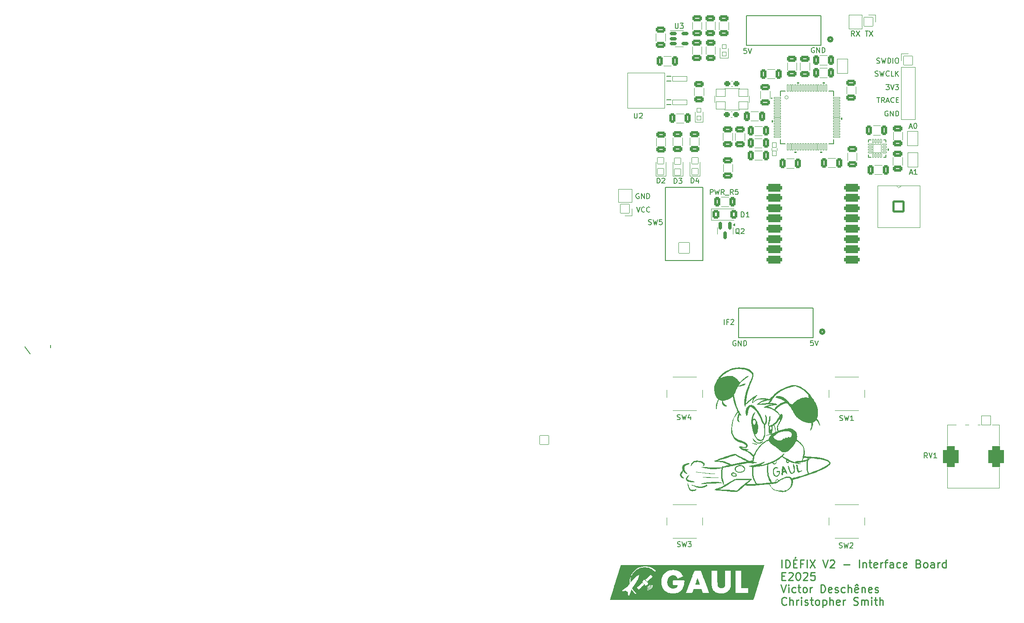
<source format=gbr>
%TF.GenerationSoftware,KiCad,Pcbnew,8.0.6*%
%TF.CreationDate,2025-07-11T21:41:36-04:00*%
%TF.ProjectId,receiver,72656365-6976-4657-922e-6b696361645f,rev?*%
%TF.SameCoordinates,Original*%
%TF.FileFunction,Legend,Top*%
%TF.FilePolarity,Positive*%
%FSLAX46Y46*%
G04 Gerber Fmt 4.6, Leading zero omitted, Abs format (unit mm)*
G04 Created by KiCad (PCBNEW 8.0.6) date 2025-07-11 21:41:36*
%MOMM*%
%LPD*%
G01*
G04 APERTURE LIST*
G04 Aperture macros list*
%AMRoundRect*
0 Rectangle with rounded corners*
0 $1 Rounding radius*
0 $2 $3 $4 $5 $6 $7 $8 $9 X,Y pos of 4 corners*
0 Add a 4 corners polygon primitive as box body*
4,1,4,$2,$3,$4,$5,$6,$7,$8,$9,$2,$3,0*
0 Add four circle primitives for the rounded corners*
1,1,$1+$1,$2,$3*
1,1,$1+$1,$4,$5*
1,1,$1+$1,$6,$7*
1,1,$1+$1,$8,$9*
0 Add four rect primitives between the rounded corners*
20,1,$1+$1,$2,$3,$4,$5,0*
20,1,$1+$1,$4,$5,$6,$7,0*
20,1,$1+$1,$6,$7,$8,$9,0*
20,1,$1+$1,$8,$9,$2,$3,0*%
%AMFreePoly0*
4,1,16,0.526870,0.776870,0.531618,0.771079,1.031618,0.021079,1.037262,-0.007452,1.031618,-0.021079,0.531618,-0.771079,0.507452,-0.787262,0.500000,-0.788000,-0.500000,-0.788000,-0.526870,-0.776870,-0.538000,-0.750000,-0.538000,0.750000,-0.526870,0.776870,-0.500000,0.788000,0.500000,0.788000,0.526870,0.776870,0.526870,0.776870,$1*%
%AMFreePoly1*
4,1,16,0.526870,0.776870,0.538000,0.750000,0.538000,-0.750000,0.526870,-0.776870,0.500000,-0.788000,-0.650000,-0.788000,-0.676870,-0.776870,-0.688000,-0.750000,-0.681618,-0.728921,-0.195670,0.000000,-0.681618,0.728921,-0.687262,0.757452,-0.671079,0.781618,-0.650000,0.788000,0.500000,0.788000,0.526870,0.776870,0.526870,0.776870,$1*%
G04 Aperture macros list end*
%ADD10C,0.150000*%
%ADD11C,0.153000*%
%ADD12C,0.250000*%
%ADD13C,0.120000*%
%ADD14C,0.152400*%
%ADD15C,0.000000*%
%ADD16C,0.100000*%
%ADD17C,0.508000*%
%ADD18RoundRect,0.169000X-0.531500X-0.169000X0.531500X-0.169000X0.531500X0.169000X-0.531500X0.169000X0*%
%ADD19RoundRect,0.266521X0.346479X0.671479X-0.346479X0.671479X-0.346479X-0.671479X0.346479X-0.671479X0*%
%ADD20RoundRect,0.256500X0.319000X0.256500X-0.319000X0.256500X-0.319000X-0.256500X0.319000X-0.256500X0*%
%ADD21RoundRect,0.038000X0.355600X-0.127000X0.355600X0.127000X-0.355600X0.127000X-0.355600X-0.127000X0*%
%ADD22RoundRect,0.038000X-0.127000X-0.355600X0.127000X-0.355600X0.127000X0.355600X-0.127000X0.355600X0*%
%ADD23RoundRect,0.038000X-0.838200X-0.838200X0.838200X-0.838200X0.838200X0.838200X-0.838200X0.838200X0*%
%ADD24RoundRect,0.038000X0.400000X-0.400000X0.400000X0.400000X-0.400000X0.400000X-0.400000X-0.400000X0*%
%ADD25RoundRect,0.266521X0.671479X-0.346479X0.671479X0.346479X-0.671479X0.346479X-0.671479X-0.346479X0*%
%ADD26RoundRect,0.038000X-0.900000X0.900000X-0.900000X-0.900000X0.900000X-0.900000X0.900000X0.900000X0*%
%ADD27C,1.876000*%
%ADD28RoundRect,0.769000X-0.769000X1.269000X-0.769000X-1.269000X0.769000X-1.269000X0.769000X1.269000X0*%
%ADD29FreePoly0,90.000000*%
%ADD30FreePoly1,90.000000*%
%ADD31RoundRect,0.266889X0.333611X0.646111X-0.333611X0.646111X-0.333611X-0.646111X0.333611X-0.646111X0*%
%ADD32RoundRect,0.266521X-0.346479X-0.671479X0.346479X-0.671479X0.346479X0.671479X-0.346479X0.671479X0*%
%ADD33C,2.276000*%
%ADD34RoundRect,0.038000X0.850000X0.850000X-0.850000X0.850000X-0.850000X-0.850000X0.850000X-0.850000X0*%
%ADD35O,1.776000X1.776000*%
%ADD36C,2.076000*%
%ADD37RoundRect,0.038000X0.600000X-0.600000X0.600000X0.600000X-0.600000X0.600000X-0.600000X-0.600000X0*%
%ADD38RoundRect,0.266889X0.646111X-0.333611X0.646111X0.333611X-0.646111X0.333611X-0.646111X-0.333611X0*%
%ADD39RoundRect,0.266889X-0.646111X0.333611X-0.646111X-0.333611X0.646111X-0.333611X0.646111X0.333611X0*%
%ADD40RoundRect,0.266521X-0.671479X0.346479X-0.671479X-0.346479X0.671479X-0.346479X0.671479X0.346479X0*%
%ADD41C,1.142800*%
%ADD42RoundRect,0.266889X-0.333611X-0.646111X0.333611X-0.646111X0.333611X0.646111X-0.333611X0.646111X0*%
%ADD43RoundRect,0.038000X-0.850000X0.850000X-0.850000X-0.850000X0.850000X-0.850000X0.850000X0.850000X0*%
%ADD44FreePoly0,270.000000*%
%ADD45FreePoly1,270.000000*%
%ADD46RoundRect,0.169000X-0.169000X0.606500X-0.169000X-0.606500X0.169000X-0.606500X0.169000X0.606500X0*%
%ADD47RoundRect,0.038000X-0.850000X-0.850000X0.850000X-0.850000X0.850000X0.850000X-0.850000X0.850000X0*%
%ADD48RoundRect,0.038000X-0.596900X-0.152400X0.596900X-0.152400X0.596900X0.152400X-0.596900X0.152400X0*%
%ADD49RoundRect,0.038000X0.152400X-0.596900X0.152400X0.596900X-0.152400X0.596900X-0.152400X-0.596900X0*%
%ADD50RoundRect,0.206712X-0.981288X0.981288X-0.981288X-0.981288X0.981288X-0.981288X0.981288X0.981288X0*%
%ADD51C,2.576000*%
%ADD52RoundRect,0.264615X-0.423385X-0.623385X0.423385X-0.623385X0.423385X0.623385X-0.423385X0.623385X0*%
%ADD53RoundRect,0.256500X-0.319000X-0.256500X0.319000X-0.256500X0.319000X0.256500X-0.319000X0.256500X0*%
%ADD54RoundRect,0.038000X0.400000X-0.500000X0.400000X0.500000X-0.400000X0.500000X-0.400000X-0.500000X0*%
%ADD55RoundRect,0.038000X1.054100X1.054100X-1.054100X1.054100X-1.054100X-1.054100X1.054100X-1.054100X0*%
%ADD56C,2.184200*%
%ADD57RoundRect,0.038000X0.900000X-0.700000X0.900000X0.700000X-0.900000X0.700000X-0.900000X-0.700000X0*%
%ADD58RoundRect,0.038000X1.397000X-0.469900X1.397000X0.469900X-1.397000X0.469900X-1.397000X-0.469900X0*%
%ADD59RoundRect,0.038000X3.619500X-3.416300X3.619500X3.416300X-3.619500X3.416300X-3.619500X-3.416300X0*%
%ADD60RoundRect,0.369000X1.144000X0.369000X-1.144000X0.369000X-1.144000X-0.369000X1.144000X-0.369000X0*%
G04 APERTURE END LIST*
D10*
X16516072Y-103799707D02*
X16516072Y-104241728D01*
X11471836Y-104137723D02*
X12459883Y-105489786D01*
D11*
X183432696Y-70284867D02*
X183908886Y-70284867D01*
X183337458Y-70570582D02*
X183670791Y-69570582D01*
X183670791Y-69570582D02*
X184004124Y-70570582D01*
X184861267Y-70570582D02*
X184289839Y-70570582D01*
X184575553Y-70570582D02*
X184575553Y-69570582D01*
X184575553Y-69570582D02*
X184480315Y-69713439D01*
X184480315Y-69713439D02*
X184385077Y-69808677D01*
X184385077Y-69808677D02*
X184289839Y-69856296D01*
X177025532Y-48950567D02*
X177168389Y-48998186D01*
X177168389Y-48998186D02*
X177406484Y-48998186D01*
X177406484Y-48998186D02*
X177501722Y-48950567D01*
X177501722Y-48950567D02*
X177549341Y-48902947D01*
X177549341Y-48902947D02*
X177596960Y-48807709D01*
X177596960Y-48807709D02*
X177596960Y-48712471D01*
X177596960Y-48712471D02*
X177549341Y-48617233D01*
X177549341Y-48617233D02*
X177501722Y-48569614D01*
X177501722Y-48569614D02*
X177406484Y-48521995D01*
X177406484Y-48521995D02*
X177216008Y-48474376D01*
X177216008Y-48474376D02*
X177120770Y-48426757D01*
X177120770Y-48426757D02*
X177073151Y-48379138D01*
X177073151Y-48379138D02*
X177025532Y-48283900D01*
X177025532Y-48283900D02*
X177025532Y-48188662D01*
X177025532Y-48188662D02*
X177073151Y-48093424D01*
X177073151Y-48093424D02*
X177120770Y-48045805D01*
X177120770Y-48045805D02*
X177216008Y-47998186D01*
X177216008Y-47998186D02*
X177454103Y-47998186D01*
X177454103Y-47998186D02*
X177596960Y-48045805D01*
X177930294Y-47998186D02*
X178168389Y-48998186D01*
X178168389Y-48998186D02*
X178358865Y-48283900D01*
X178358865Y-48283900D02*
X178549341Y-48998186D01*
X178549341Y-48998186D02*
X178787437Y-47998186D01*
X179168389Y-48998186D02*
X179168389Y-47998186D01*
X179168389Y-47998186D02*
X179406484Y-47998186D01*
X179406484Y-47998186D02*
X179549341Y-48045805D01*
X179549341Y-48045805D02*
X179644579Y-48141043D01*
X179644579Y-48141043D02*
X179692198Y-48236281D01*
X179692198Y-48236281D02*
X179739817Y-48426757D01*
X179739817Y-48426757D02*
X179739817Y-48569614D01*
X179739817Y-48569614D02*
X179692198Y-48760090D01*
X179692198Y-48760090D02*
X179644579Y-48855328D01*
X179644579Y-48855328D02*
X179549341Y-48950567D01*
X179549341Y-48950567D02*
X179406484Y-48998186D01*
X179406484Y-48998186D02*
X179168389Y-48998186D01*
X180168389Y-48998186D02*
X180168389Y-47998186D01*
X180835055Y-47998186D02*
X181025531Y-47998186D01*
X181025531Y-47998186D02*
X181120769Y-48045805D01*
X181120769Y-48045805D02*
X181216007Y-48141043D01*
X181216007Y-48141043D02*
X181263626Y-48331519D01*
X181263626Y-48331519D02*
X181263626Y-48664852D01*
X181263626Y-48664852D02*
X181216007Y-48855328D01*
X181216007Y-48855328D02*
X181120769Y-48950567D01*
X181120769Y-48950567D02*
X181025531Y-48998186D01*
X181025531Y-48998186D02*
X180835055Y-48998186D01*
X180835055Y-48998186D02*
X180739817Y-48950567D01*
X180739817Y-48950567D02*
X180644579Y-48855328D01*
X180644579Y-48855328D02*
X180596960Y-48664852D01*
X180596960Y-48664852D02*
X180596960Y-48331519D01*
X180596960Y-48331519D02*
X180644579Y-48141043D01*
X180644579Y-48141043D02*
X180739817Y-48045805D01*
X180739817Y-48045805D02*
X180835055Y-47998186D01*
X183352066Y-61375200D02*
X183828256Y-61375200D01*
X183256828Y-61660915D02*
X183590161Y-60660915D01*
X183590161Y-60660915D02*
X183923494Y-61660915D01*
X184447304Y-60660915D02*
X184542542Y-60660915D01*
X184542542Y-60660915D02*
X184637780Y-60708534D01*
X184637780Y-60708534D02*
X184685399Y-60756153D01*
X184685399Y-60756153D02*
X184733018Y-60851391D01*
X184733018Y-60851391D02*
X184780637Y-61041867D01*
X184780637Y-61041867D02*
X184780637Y-61279962D01*
X184780637Y-61279962D02*
X184733018Y-61470438D01*
X184733018Y-61470438D02*
X184685399Y-61565676D01*
X184685399Y-61565676D02*
X184637780Y-61613296D01*
X184637780Y-61613296D02*
X184542542Y-61660915D01*
X184542542Y-61660915D02*
X184447304Y-61660915D01*
X184447304Y-61660915D02*
X184352066Y-61613296D01*
X184352066Y-61613296D02*
X184304447Y-61565676D01*
X184304447Y-61565676D02*
X184256828Y-61470438D01*
X184256828Y-61470438D02*
X184209209Y-61279962D01*
X184209209Y-61279962D02*
X184209209Y-61041867D01*
X184209209Y-61041867D02*
X184256828Y-60851391D01*
X184256828Y-60851391D02*
X184304447Y-60756153D01*
X184304447Y-60756153D02*
X184352066Y-60708534D01*
X184352066Y-60708534D02*
X184447304Y-60660915D01*
X176709345Y-51451321D02*
X176852202Y-51498940D01*
X176852202Y-51498940D02*
X177090297Y-51498940D01*
X177090297Y-51498940D02*
X177185535Y-51451321D01*
X177185535Y-51451321D02*
X177233154Y-51403701D01*
X177233154Y-51403701D02*
X177280773Y-51308463D01*
X177280773Y-51308463D02*
X177280773Y-51213225D01*
X177280773Y-51213225D02*
X177233154Y-51117987D01*
X177233154Y-51117987D02*
X177185535Y-51070368D01*
X177185535Y-51070368D02*
X177090297Y-51022749D01*
X177090297Y-51022749D02*
X176899821Y-50975130D01*
X176899821Y-50975130D02*
X176804583Y-50927511D01*
X176804583Y-50927511D02*
X176756964Y-50879892D01*
X176756964Y-50879892D02*
X176709345Y-50784654D01*
X176709345Y-50784654D02*
X176709345Y-50689416D01*
X176709345Y-50689416D02*
X176756964Y-50594178D01*
X176756964Y-50594178D02*
X176804583Y-50546559D01*
X176804583Y-50546559D02*
X176899821Y-50498940D01*
X176899821Y-50498940D02*
X177137916Y-50498940D01*
X177137916Y-50498940D02*
X177280773Y-50546559D01*
X177614107Y-50498940D02*
X177852202Y-51498940D01*
X177852202Y-51498940D02*
X178042678Y-50784654D01*
X178042678Y-50784654D02*
X178233154Y-51498940D01*
X178233154Y-51498940D02*
X178471250Y-50498940D01*
X179423630Y-51403701D02*
X179376011Y-51451321D01*
X179376011Y-51451321D02*
X179233154Y-51498940D01*
X179233154Y-51498940D02*
X179137916Y-51498940D01*
X179137916Y-51498940D02*
X178995059Y-51451321D01*
X178995059Y-51451321D02*
X178899821Y-51356082D01*
X178899821Y-51356082D02*
X178852202Y-51260844D01*
X178852202Y-51260844D02*
X178804583Y-51070368D01*
X178804583Y-51070368D02*
X178804583Y-50927511D01*
X178804583Y-50927511D02*
X178852202Y-50737035D01*
X178852202Y-50737035D02*
X178899821Y-50641797D01*
X178899821Y-50641797D02*
X178995059Y-50546559D01*
X178995059Y-50546559D02*
X179137916Y-50498940D01*
X179137916Y-50498940D02*
X179233154Y-50498940D01*
X179233154Y-50498940D02*
X179376011Y-50546559D01*
X179376011Y-50546559D02*
X179423630Y-50594178D01*
X180328392Y-51498940D02*
X179852202Y-51498940D01*
X179852202Y-51498940D02*
X179852202Y-50498940D01*
X180661726Y-51498940D02*
X180661726Y-50498940D01*
X181233154Y-51498940D02*
X180804583Y-50927511D01*
X181233154Y-50498940D02*
X180661726Y-51070368D01*
D12*
X158588463Y-147025309D02*
X158588463Y-145525309D01*
X159302749Y-147025309D02*
X159302749Y-145525309D01*
X159302749Y-145525309D02*
X159659892Y-145525309D01*
X159659892Y-145525309D02*
X159874178Y-145596738D01*
X159874178Y-145596738D02*
X160017035Y-145739595D01*
X160017035Y-145739595D02*
X160088464Y-145882452D01*
X160088464Y-145882452D02*
X160159892Y-146168166D01*
X160159892Y-146168166D02*
X160159892Y-146382452D01*
X160159892Y-146382452D02*
X160088464Y-146668166D01*
X160088464Y-146668166D02*
X160017035Y-146811023D01*
X160017035Y-146811023D02*
X159874178Y-146953881D01*
X159874178Y-146953881D02*
X159659892Y-147025309D01*
X159659892Y-147025309D02*
X159302749Y-147025309D01*
X160802749Y-146239595D02*
X161302749Y-146239595D01*
X161517035Y-147025309D02*
X160802749Y-147025309D01*
X160802749Y-147025309D02*
X160802749Y-145525309D01*
X160802749Y-145525309D02*
X161517035Y-145525309D01*
X161302749Y-144953881D02*
X161088464Y-145168166D01*
X162659892Y-146239595D02*
X162159892Y-146239595D01*
X162159892Y-147025309D02*
X162159892Y-145525309D01*
X162159892Y-145525309D02*
X162874178Y-145525309D01*
X163445606Y-147025309D02*
X163445606Y-145525309D01*
X164017035Y-145525309D02*
X165017035Y-147025309D01*
X165017035Y-145525309D02*
X164017035Y-147025309D01*
X166517035Y-145525309D02*
X167017035Y-147025309D01*
X167017035Y-147025309D02*
X167517035Y-145525309D01*
X167945606Y-145668166D02*
X168017034Y-145596738D01*
X168017034Y-145596738D02*
X168159892Y-145525309D01*
X168159892Y-145525309D02*
X168517034Y-145525309D01*
X168517034Y-145525309D02*
X168659892Y-145596738D01*
X168659892Y-145596738D02*
X168731320Y-145668166D01*
X168731320Y-145668166D02*
X168802749Y-145811023D01*
X168802749Y-145811023D02*
X168802749Y-145953881D01*
X168802749Y-145953881D02*
X168731320Y-146168166D01*
X168731320Y-146168166D02*
X167874177Y-147025309D01*
X167874177Y-147025309D02*
X168802749Y-147025309D01*
X170588462Y-146453881D02*
X171731320Y-146453881D01*
X173588462Y-147025309D02*
X173588462Y-145525309D01*
X174302748Y-146025309D02*
X174302748Y-147025309D01*
X174302748Y-146168166D02*
X174374177Y-146096738D01*
X174374177Y-146096738D02*
X174517034Y-146025309D01*
X174517034Y-146025309D02*
X174731320Y-146025309D01*
X174731320Y-146025309D02*
X174874177Y-146096738D01*
X174874177Y-146096738D02*
X174945606Y-146239595D01*
X174945606Y-146239595D02*
X174945606Y-147025309D01*
X175445606Y-146025309D02*
X176017034Y-146025309D01*
X175659891Y-145525309D02*
X175659891Y-146811023D01*
X175659891Y-146811023D02*
X175731320Y-146953881D01*
X175731320Y-146953881D02*
X175874177Y-147025309D01*
X175874177Y-147025309D02*
X176017034Y-147025309D01*
X177088463Y-146953881D02*
X176945606Y-147025309D01*
X176945606Y-147025309D02*
X176659892Y-147025309D01*
X176659892Y-147025309D02*
X176517034Y-146953881D01*
X176517034Y-146953881D02*
X176445606Y-146811023D01*
X176445606Y-146811023D02*
X176445606Y-146239595D01*
X176445606Y-146239595D02*
X176517034Y-146096738D01*
X176517034Y-146096738D02*
X176659892Y-146025309D01*
X176659892Y-146025309D02*
X176945606Y-146025309D01*
X176945606Y-146025309D02*
X177088463Y-146096738D01*
X177088463Y-146096738D02*
X177159892Y-146239595D01*
X177159892Y-146239595D02*
X177159892Y-146382452D01*
X177159892Y-146382452D02*
X176445606Y-146525309D01*
X177802748Y-147025309D02*
X177802748Y-146025309D01*
X177802748Y-146311023D02*
X177874177Y-146168166D01*
X177874177Y-146168166D02*
X177945606Y-146096738D01*
X177945606Y-146096738D02*
X178088463Y-146025309D01*
X178088463Y-146025309D02*
X178231320Y-146025309D01*
X178517034Y-146025309D02*
X179088462Y-146025309D01*
X178731319Y-147025309D02*
X178731319Y-145739595D01*
X178731319Y-145739595D02*
X178802748Y-145596738D01*
X178802748Y-145596738D02*
X178945605Y-145525309D01*
X178945605Y-145525309D02*
X179088462Y-145525309D01*
X180231320Y-147025309D02*
X180231320Y-146239595D01*
X180231320Y-146239595D02*
X180159891Y-146096738D01*
X180159891Y-146096738D02*
X180017034Y-146025309D01*
X180017034Y-146025309D02*
X179731320Y-146025309D01*
X179731320Y-146025309D02*
X179588462Y-146096738D01*
X180231320Y-146953881D02*
X180088462Y-147025309D01*
X180088462Y-147025309D02*
X179731320Y-147025309D01*
X179731320Y-147025309D02*
X179588462Y-146953881D01*
X179588462Y-146953881D02*
X179517034Y-146811023D01*
X179517034Y-146811023D02*
X179517034Y-146668166D01*
X179517034Y-146668166D02*
X179588462Y-146525309D01*
X179588462Y-146525309D02*
X179731320Y-146453881D01*
X179731320Y-146453881D02*
X180088462Y-146453881D01*
X180088462Y-146453881D02*
X180231320Y-146382452D01*
X181588463Y-146953881D02*
X181445605Y-147025309D01*
X181445605Y-147025309D02*
X181159891Y-147025309D01*
X181159891Y-147025309D02*
X181017034Y-146953881D01*
X181017034Y-146953881D02*
X180945605Y-146882452D01*
X180945605Y-146882452D02*
X180874177Y-146739595D01*
X180874177Y-146739595D02*
X180874177Y-146311023D01*
X180874177Y-146311023D02*
X180945605Y-146168166D01*
X180945605Y-146168166D02*
X181017034Y-146096738D01*
X181017034Y-146096738D02*
X181159891Y-146025309D01*
X181159891Y-146025309D02*
X181445605Y-146025309D01*
X181445605Y-146025309D02*
X181588463Y-146096738D01*
X182802748Y-146953881D02*
X182659891Y-147025309D01*
X182659891Y-147025309D02*
X182374177Y-147025309D01*
X182374177Y-147025309D02*
X182231319Y-146953881D01*
X182231319Y-146953881D02*
X182159891Y-146811023D01*
X182159891Y-146811023D02*
X182159891Y-146239595D01*
X182159891Y-146239595D02*
X182231319Y-146096738D01*
X182231319Y-146096738D02*
X182374177Y-146025309D01*
X182374177Y-146025309D02*
X182659891Y-146025309D01*
X182659891Y-146025309D02*
X182802748Y-146096738D01*
X182802748Y-146096738D02*
X182874177Y-146239595D01*
X182874177Y-146239595D02*
X182874177Y-146382452D01*
X182874177Y-146382452D02*
X182159891Y-146525309D01*
X185159890Y-146239595D02*
X185374176Y-146311023D01*
X185374176Y-146311023D02*
X185445605Y-146382452D01*
X185445605Y-146382452D02*
X185517033Y-146525309D01*
X185517033Y-146525309D02*
X185517033Y-146739595D01*
X185517033Y-146739595D02*
X185445605Y-146882452D01*
X185445605Y-146882452D02*
X185374176Y-146953881D01*
X185374176Y-146953881D02*
X185231319Y-147025309D01*
X185231319Y-147025309D02*
X184659890Y-147025309D01*
X184659890Y-147025309D02*
X184659890Y-145525309D01*
X184659890Y-145525309D02*
X185159890Y-145525309D01*
X185159890Y-145525309D02*
X185302748Y-145596738D01*
X185302748Y-145596738D02*
X185374176Y-145668166D01*
X185374176Y-145668166D02*
X185445605Y-145811023D01*
X185445605Y-145811023D02*
X185445605Y-145953881D01*
X185445605Y-145953881D02*
X185374176Y-146096738D01*
X185374176Y-146096738D02*
X185302748Y-146168166D01*
X185302748Y-146168166D02*
X185159890Y-146239595D01*
X185159890Y-146239595D02*
X184659890Y-146239595D01*
X186374176Y-147025309D02*
X186231319Y-146953881D01*
X186231319Y-146953881D02*
X186159890Y-146882452D01*
X186159890Y-146882452D02*
X186088462Y-146739595D01*
X186088462Y-146739595D02*
X186088462Y-146311023D01*
X186088462Y-146311023D02*
X186159890Y-146168166D01*
X186159890Y-146168166D02*
X186231319Y-146096738D01*
X186231319Y-146096738D02*
X186374176Y-146025309D01*
X186374176Y-146025309D02*
X186588462Y-146025309D01*
X186588462Y-146025309D02*
X186731319Y-146096738D01*
X186731319Y-146096738D02*
X186802748Y-146168166D01*
X186802748Y-146168166D02*
X186874176Y-146311023D01*
X186874176Y-146311023D02*
X186874176Y-146739595D01*
X186874176Y-146739595D02*
X186802748Y-146882452D01*
X186802748Y-146882452D02*
X186731319Y-146953881D01*
X186731319Y-146953881D02*
X186588462Y-147025309D01*
X186588462Y-147025309D02*
X186374176Y-147025309D01*
X188159891Y-147025309D02*
X188159891Y-146239595D01*
X188159891Y-146239595D02*
X188088462Y-146096738D01*
X188088462Y-146096738D02*
X187945605Y-146025309D01*
X187945605Y-146025309D02*
X187659891Y-146025309D01*
X187659891Y-146025309D02*
X187517033Y-146096738D01*
X188159891Y-146953881D02*
X188017033Y-147025309D01*
X188017033Y-147025309D02*
X187659891Y-147025309D01*
X187659891Y-147025309D02*
X187517033Y-146953881D01*
X187517033Y-146953881D02*
X187445605Y-146811023D01*
X187445605Y-146811023D02*
X187445605Y-146668166D01*
X187445605Y-146668166D02*
X187517033Y-146525309D01*
X187517033Y-146525309D02*
X187659891Y-146453881D01*
X187659891Y-146453881D02*
X188017033Y-146453881D01*
X188017033Y-146453881D02*
X188159891Y-146382452D01*
X188874176Y-147025309D02*
X188874176Y-146025309D01*
X188874176Y-146311023D02*
X188945605Y-146168166D01*
X188945605Y-146168166D02*
X189017034Y-146096738D01*
X189017034Y-146096738D02*
X189159891Y-146025309D01*
X189159891Y-146025309D02*
X189302748Y-146025309D01*
X190445605Y-147025309D02*
X190445605Y-145525309D01*
X190445605Y-146953881D02*
X190302747Y-147025309D01*
X190302747Y-147025309D02*
X190017033Y-147025309D01*
X190017033Y-147025309D02*
X189874176Y-146953881D01*
X189874176Y-146953881D02*
X189802747Y-146882452D01*
X189802747Y-146882452D02*
X189731319Y-146739595D01*
X189731319Y-146739595D02*
X189731319Y-146311023D01*
X189731319Y-146311023D02*
X189802747Y-146168166D01*
X189802747Y-146168166D02*
X189874176Y-146096738D01*
X189874176Y-146096738D02*
X190017033Y-146025309D01*
X190017033Y-146025309D02*
X190302747Y-146025309D01*
X190302747Y-146025309D02*
X190445605Y-146096738D01*
X158588463Y-148654511D02*
X159088463Y-148654511D01*
X159302749Y-149440225D02*
X158588463Y-149440225D01*
X158588463Y-149440225D02*
X158588463Y-147940225D01*
X158588463Y-147940225D02*
X159302749Y-147940225D01*
X159874178Y-148083082D02*
X159945606Y-148011654D01*
X159945606Y-148011654D02*
X160088464Y-147940225D01*
X160088464Y-147940225D02*
X160445606Y-147940225D01*
X160445606Y-147940225D02*
X160588464Y-148011654D01*
X160588464Y-148011654D02*
X160659892Y-148083082D01*
X160659892Y-148083082D02*
X160731321Y-148225939D01*
X160731321Y-148225939D02*
X160731321Y-148368797D01*
X160731321Y-148368797D02*
X160659892Y-148583082D01*
X160659892Y-148583082D02*
X159802749Y-149440225D01*
X159802749Y-149440225D02*
X160731321Y-149440225D01*
X161659892Y-147940225D02*
X161802749Y-147940225D01*
X161802749Y-147940225D02*
X161945606Y-148011654D01*
X161945606Y-148011654D02*
X162017035Y-148083082D01*
X162017035Y-148083082D02*
X162088463Y-148225939D01*
X162088463Y-148225939D02*
X162159892Y-148511654D01*
X162159892Y-148511654D02*
X162159892Y-148868797D01*
X162159892Y-148868797D02*
X162088463Y-149154511D01*
X162088463Y-149154511D02*
X162017035Y-149297368D01*
X162017035Y-149297368D02*
X161945606Y-149368797D01*
X161945606Y-149368797D02*
X161802749Y-149440225D01*
X161802749Y-149440225D02*
X161659892Y-149440225D01*
X161659892Y-149440225D02*
X161517035Y-149368797D01*
X161517035Y-149368797D02*
X161445606Y-149297368D01*
X161445606Y-149297368D02*
X161374177Y-149154511D01*
X161374177Y-149154511D02*
X161302749Y-148868797D01*
X161302749Y-148868797D02*
X161302749Y-148511654D01*
X161302749Y-148511654D02*
X161374177Y-148225939D01*
X161374177Y-148225939D02*
X161445606Y-148083082D01*
X161445606Y-148083082D02*
X161517035Y-148011654D01*
X161517035Y-148011654D02*
X161659892Y-147940225D01*
X162731320Y-148083082D02*
X162802748Y-148011654D01*
X162802748Y-148011654D02*
X162945606Y-147940225D01*
X162945606Y-147940225D02*
X163302748Y-147940225D01*
X163302748Y-147940225D02*
X163445606Y-148011654D01*
X163445606Y-148011654D02*
X163517034Y-148083082D01*
X163517034Y-148083082D02*
X163588463Y-148225939D01*
X163588463Y-148225939D02*
X163588463Y-148368797D01*
X163588463Y-148368797D02*
X163517034Y-148583082D01*
X163517034Y-148583082D02*
X162659891Y-149440225D01*
X162659891Y-149440225D02*
X163588463Y-149440225D01*
X164945605Y-147940225D02*
X164231319Y-147940225D01*
X164231319Y-147940225D02*
X164159891Y-148654511D01*
X164159891Y-148654511D02*
X164231319Y-148583082D01*
X164231319Y-148583082D02*
X164374177Y-148511654D01*
X164374177Y-148511654D02*
X164731319Y-148511654D01*
X164731319Y-148511654D02*
X164874177Y-148583082D01*
X164874177Y-148583082D02*
X164945605Y-148654511D01*
X164945605Y-148654511D02*
X165017034Y-148797368D01*
X165017034Y-148797368D02*
X165017034Y-149154511D01*
X165017034Y-149154511D02*
X164945605Y-149297368D01*
X164945605Y-149297368D02*
X164874177Y-149368797D01*
X164874177Y-149368797D02*
X164731319Y-149440225D01*
X164731319Y-149440225D02*
X164374177Y-149440225D01*
X164374177Y-149440225D02*
X164231319Y-149368797D01*
X164231319Y-149368797D02*
X164159891Y-149297368D01*
X158374178Y-150355141D02*
X158874178Y-151855141D01*
X158874178Y-151855141D02*
X159374178Y-150355141D01*
X159874177Y-151855141D02*
X159874177Y-150855141D01*
X159874177Y-150355141D02*
X159802749Y-150426570D01*
X159802749Y-150426570D02*
X159874177Y-150497998D01*
X159874177Y-150497998D02*
X159945606Y-150426570D01*
X159945606Y-150426570D02*
X159874177Y-150355141D01*
X159874177Y-150355141D02*
X159874177Y-150497998D01*
X161231321Y-151783713D02*
X161088463Y-151855141D01*
X161088463Y-151855141D02*
X160802749Y-151855141D01*
X160802749Y-151855141D02*
X160659892Y-151783713D01*
X160659892Y-151783713D02*
X160588463Y-151712284D01*
X160588463Y-151712284D02*
X160517035Y-151569427D01*
X160517035Y-151569427D02*
X160517035Y-151140855D01*
X160517035Y-151140855D02*
X160588463Y-150997998D01*
X160588463Y-150997998D02*
X160659892Y-150926570D01*
X160659892Y-150926570D02*
X160802749Y-150855141D01*
X160802749Y-150855141D02*
X161088463Y-150855141D01*
X161088463Y-150855141D02*
X161231321Y-150926570D01*
X161659892Y-150855141D02*
X162231320Y-150855141D01*
X161874177Y-150355141D02*
X161874177Y-151640855D01*
X161874177Y-151640855D02*
X161945606Y-151783713D01*
X161945606Y-151783713D02*
X162088463Y-151855141D01*
X162088463Y-151855141D02*
X162231320Y-151855141D01*
X162945606Y-151855141D02*
X162802749Y-151783713D01*
X162802749Y-151783713D02*
X162731320Y-151712284D01*
X162731320Y-151712284D02*
X162659892Y-151569427D01*
X162659892Y-151569427D02*
X162659892Y-151140855D01*
X162659892Y-151140855D02*
X162731320Y-150997998D01*
X162731320Y-150997998D02*
X162802749Y-150926570D01*
X162802749Y-150926570D02*
X162945606Y-150855141D01*
X162945606Y-150855141D02*
X163159892Y-150855141D01*
X163159892Y-150855141D02*
X163302749Y-150926570D01*
X163302749Y-150926570D02*
X163374178Y-150997998D01*
X163374178Y-150997998D02*
X163445606Y-151140855D01*
X163445606Y-151140855D02*
X163445606Y-151569427D01*
X163445606Y-151569427D02*
X163374178Y-151712284D01*
X163374178Y-151712284D02*
X163302749Y-151783713D01*
X163302749Y-151783713D02*
X163159892Y-151855141D01*
X163159892Y-151855141D02*
X162945606Y-151855141D01*
X164088463Y-151855141D02*
X164088463Y-150855141D01*
X164088463Y-151140855D02*
X164159892Y-150997998D01*
X164159892Y-150997998D02*
X164231321Y-150926570D01*
X164231321Y-150926570D02*
X164374178Y-150855141D01*
X164374178Y-150855141D02*
X164517035Y-150855141D01*
X166159891Y-151855141D02*
X166159891Y-150355141D01*
X166159891Y-150355141D02*
X166517034Y-150355141D01*
X166517034Y-150355141D02*
X166731320Y-150426570D01*
X166731320Y-150426570D02*
X166874177Y-150569427D01*
X166874177Y-150569427D02*
X166945606Y-150712284D01*
X166945606Y-150712284D02*
X167017034Y-150997998D01*
X167017034Y-150997998D02*
X167017034Y-151212284D01*
X167017034Y-151212284D02*
X166945606Y-151497998D01*
X166945606Y-151497998D02*
X166874177Y-151640855D01*
X166874177Y-151640855D02*
X166731320Y-151783713D01*
X166731320Y-151783713D02*
X166517034Y-151855141D01*
X166517034Y-151855141D02*
X166159891Y-151855141D01*
X168231320Y-151783713D02*
X168088463Y-151855141D01*
X168088463Y-151855141D02*
X167802749Y-151855141D01*
X167802749Y-151855141D02*
X167659891Y-151783713D01*
X167659891Y-151783713D02*
X167588463Y-151640855D01*
X167588463Y-151640855D02*
X167588463Y-151069427D01*
X167588463Y-151069427D02*
X167659891Y-150926570D01*
X167659891Y-150926570D02*
X167802749Y-150855141D01*
X167802749Y-150855141D02*
X168088463Y-150855141D01*
X168088463Y-150855141D02*
X168231320Y-150926570D01*
X168231320Y-150926570D02*
X168302749Y-151069427D01*
X168302749Y-151069427D02*
X168302749Y-151212284D01*
X168302749Y-151212284D02*
X167588463Y-151355141D01*
X168874177Y-151783713D02*
X169017034Y-151855141D01*
X169017034Y-151855141D02*
X169302748Y-151855141D01*
X169302748Y-151855141D02*
X169445605Y-151783713D01*
X169445605Y-151783713D02*
X169517034Y-151640855D01*
X169517034Y-151640855D02*
X169517034Y-151569427D01*
X169517034Y-151569427D02*
X169445605Y-151426570D01*
X169445605Y-151426570D02*
X169302748Y-151355141D01*
X169302748Y-151355141D02*
X169088463Y-151355141D01*
X169088463Y-151355141D02*
X168945605Y-151283713D01*
X168945605Y-151283713D02*
X168874177Y-151140855D01*
X168874177Y-151140855D02*
X168874177Y-151069427D01*
X168874177Y-151069427D02*
X168945605Y-150926570D01*
X168945605Y-150926570D02*
X169088463Y-150855141D01*
X169088463Y-150855141D02*
X169302748Y-150855141D01*
X169302748Y-150855141D02*
X169445605Y-150926570D01*
X170802749Y-151783713D02*
X170659891Y-151855141D01*
X170659891Y-151855141D02*
X170374177Y-151855141D01*
X170374177Y-151855141D02*
X170231320Y-151783713D01*
X170231320Y-151783713D02*
X170159891Y-151712284D01*
X170159891Y-151712284D02*
X170088463Y-151569427D01*
X170088463Y-151569427D02*
X170088463Y-151140855D01*
X170088463Y-151140855D02*
X170159891Y-150997998D01*
X170159891Y-150997998D02*
X170231320Y-150926570D01*
X170231320Y-150926570D02*
X170374177Y-150855141D01*
X170374177Y-150855141D02*
X170659891Y-150855141D01*
X170659891Y-150855141D02*
X170802749Y-150926570D01*
X171445605Y-151855141D02*
X171445605Y-150355141D01*
X172088463Y-151855141D02*
X172088463Y-151069427D01*
X172088463Y-151069427D02*
X172017034Y-150926570D01*
X172017034Y-150926570D02*
X171874177Y-150855141D01*
X171874177Y-150855141D02*
X171659891Y-150855141D01*
X171659891Y-150855141D02*
X171517034Y-150926570D01*
X171517034Y-150926570D02*
X171445605Y-150997998D01*
X173374177Y-151783713D02*
X173231320Y-151855141D01*
X173231320Y-151855141D02*
X172945606Y-151855141D01*
X172945606Y-151855141D02*
X172802748Y-151783713D01*
X172802748Y-151783713D02*
X172731320Y-151640855D01*
X172731320Y-151640855D02*
X172731320Y-151069427D01*
X172731320Y-151069427D02*
X172802748Y-150926570D01*
X172802748Y-150926570D02*
X172945606Y-150855141D01*
X172945606Y-150855141D02*
X173231320Y-150855141D01*
X173231320Y-150855141D02*
X173374177Y-150926570D01*
X173374177Y-150926570D02*
X173445606Y-151069427D01*
X173445606Y-151069427D02*
X173445606Y-151212284D01*
X173445606Y-151212284D02*
X172731320Y-151355141D01*
X172802748Y-150497998D02*
X173088463Y-150283713D01*
X173088463Y-150283713D02*
X173374177Y-150497998D01*
X174088462Y-150855141D02*
X174088462Y-151855141D01*
X174088462Y-150997998D02*
X174159891Y-150926570D01*
X174159891Y-150926570D02*
X174302748Y-150855141D01*
X174302748Y-150855141D02*
X174517034Y-150855141D01*
X174517034Y-150855141D02*
X174659891Y-150926570D01*
X174659891Y-150926570D02*
X174731320Y-151069427D01*
X174731320Y-151069427D02*
X174731320Y-151855141D01*
X176017034Y-151783713D02*
X175874177Y-151855141D01*
X175874177Y-151855141D02*
X175588463Y-151855141D01*
X175588463Y-151855141D02*
X175445605Y-151783713D01*
X175445605Y-151783713D02*
X175374177Y-151640855D01*
X175374177Y-151640855D02*
X175374177Y-151069427D01*
X175374177Y-151069427D02*
X175445605Y-150926570D01*
X175445605Y-150926570D02*
X175588463Y-150855141D01*
X175588463Y-150855141D02*
X175874177Y-150855141D01*
X175874177Y-150855141D02*
X176017034Y-150926570D01*
X176017034Y-150926570D02*
X176088463Y-151069427D01*
X176088463Y-151069427D02*
X176088463Y-151212284D01*
X176088463Y-151212284D02*
X175374177Y-151355141D01*
X176659891Y-151783713D02*
X176802748Y-151855141D01*
X176802748Y-151855141D02*
X177088462Y-151855141D01*
X177088462Y-151855141D02*
X177231319Y-151783713D01*
X177231319Y-151783713D02*
X177302748Y-151640855D01*
X177302748Y-151640855D02*
X177302748Y-151569427D01*
X177302748Y-151569427D02*
X177231319Y-151426570D01*
X177231319Y-151426570D02*
X177088462Y-151355141D01*
X177088462Y-151355141D02*
X176874177Y-151355141D01*
X176874177Y-151355141D02*
X176731319Y-151283713D01*
X176731319Y-151283713D02*
X176659891Y-151140855D01*
X176659891Y-151140855D02*
X176659891Y-151069427D01*
X176659891Y-151069427D02*
X176731319Y-150926570D01*
X176731319Y-150926570D02*
X176874177Y-150855141D01*
X176874177Y-150855141D02*
X177088462Y-150855141D01*
X177088462Y-150855141D02*
X177231319Y-150926570D01*
X159445606Y-154127200D02*
X159374178Y-154198629D01*
X159374178Y-154198629D02*
X159159892Y-154270057D01*
X159159892Y-154270057D02*
X159017035Y-154270057D01*
X159017035Y-154270057D02*
X158802749Y-154198629D01*
X158802749Y-154198629D02*
X158659892Y-154055771D01*
X158659892Y-154055771D02*
X158588463Y-153912914D01*
X158588463Y-153912914D02*
X158517035Y-153627200D01*
X158517035Y-153627200D02*
X158517035Y-153412914D01*
X158517035Y-153412914D02*
X158588463Y-153127200D01*
X158588463Y-153127200D02*
X158659892Y-152984343D01*
X158659892Y-152984343D02*
X158802749Y-152841486D01*
X158802749Y-152841486D02*
X159017035Y-152770057D01*
X159017035Y-152770057D02*
X159159892Y-152770057D01*
X159159892Y-152770057D02*
X159374178Y-152841486D01*
X159374178Y-152841486D02*
X159445606Y-152912914D01*
X160088463Y-154270057D02*
X160088463Y-152770057D01*
X160731321Y-154270057D02*
X160731321Y-153484343D01*
X160731321Y-153484343D02*
X160659892Y-153341486D01*
X160659892Y-153341486D02*
X160517035Y-153270057D01*
X160517035Y-153270057D02*
X160302749Y-153270057D01*
X160302749Y-153270057D02*
X160159892Y-153341486D01*
X160159892Y-153341486D02*
X160088463Y-153412914D01*
X161445606Y-154270057D02*
X161445606Y-153270057D01*
X161445606Y-153555771D02*
X161517035Y-153412914D01*
X161517035Y-153412914D02*
X161588464Y-153341486D01*
X161588464Y-153341486D02*
X161731321Y-153270057D01*
X161731321Y-153270057D02*
X161874178Y-153270057D01*
X162374177Y-154270057D02*
X162374177Y-153270057D01*
X162374177Y-152770057D02*
X162302749Y-152841486D01*
X162302749Y-152841486D02*
X162374177Y-152912914D01*
X162374177Y-152912914D02*
X162445606Y-152841486D01*
X162445606Y-152841486D02*
X162374177Y-152770057D01*
X162374177Y-152770057D02*
X162374177Y-152912914D01*
X163017035Y-154198629D02*
X163159892Y-154270057D01*
X163159892Y-154270057D02*
X163445606Y-154270057D01*
X163445606Y-154270057D02*
X163588463Y-154198629D01*
X163588463Y-154198629D02*
X163659892Y-154055771D01*
X163659892Y-154055771D02*
X163659892Y-153984343D01*
X163659892Y-153984343D02*
X163588463Y-153841486D01*
X163588463Y-153841486D02*
X163445606Y-153770057D01*
X163445606Y-153770057D02*
X163231321Y-153770057D01*
X163231321Y-153770057D02*
X163088463Y-153698629D01*
X163088463Y-153698629D02*
X163017035Y-153555771D01*
X163017035Y-153555771D02*
X163017035Y-153484343D01*
X163017035Y-153484343D02*
X163088463Y-153341486D01*
X163088463Y-153341486D02*
X163231321Y-153270057D01*
X163231321Y-153270057D02*
X163445606Y-153270057D01*
X163445606Y-153270057D02*
X163588463Y-153341486D01*
X164088464Y-153270057D02*
X164659892Y-153270057D01*
X164302749Y-152770057D02*
X164302749Y-154055771D01*
X164302749Y-154055771D02*
X164374178Y-154198629D01*
X164374178Y-154198629D02*
X164517035Y-154270057D01*
X164517035Y-154270057D02*
X164659892Y-154270057D01*
X165374178Y-154270057D02*
X165231321Y-154198629D01*
X165231321Y-154198629D02*
X165159892Y-154127200D01*
X165159892Y-154127200D02*
X165088464Y-153984343D01*
X165088464Y-153984343D02*
X165088464Y-153555771D01*
X165088464Y-153555771D02*
X165159892Y-153412914D01*
X165159892Y-153412914D02*
X165231321Y-153341486D01*
X165231321Y-153341486D02*
X165374178Y-153270057D01*
X165374178Y-153270057D02*
X165588464Y-153270057D01*
X165588464Y-153270057D02*
X165731321Y-153341486D01*
X165731321Y-153341486D02*
X165802750Y-153412914D01*
X165802750Y-153412914D02*
X165874178Y-153555771D01*
X165874178Y-153555771D02*
X165874178Y-153984343D01*
X165874178Y-153984343D02*
X165802750Y-154127200D01*
X165802750Y-154127200D02*
X165731321Y-154198629D01*
X165731321Y-154198629D02*
X165588464Y-154270057D01*
X165588464Y-154270057D02*
X165374178Y-154270057D01*
X166517035Y-153270057D02*
X166517035Y-154770057D01*
X166517035Y-153341486D02*
X166659893Y-153270057D01*
X166659893Y-153270057D02*
X166945607Y-153270057D01*
X166945607Y-153270057D02*
X167088464Y-153341486D01*
X167088464Y-153341486D02*
X167159893Y-153412914D01*
X167159893Y-153412914D02*
X167231321Y-153555771D01*
X167231321Y-153555771D02*
X167231321Y-153984343D01*
X167231321Y-153984343D02*
X167159893Y-154127200D01*
X167159893Y-154127200D02*
X167088464Y-154198629D01*
X167088464Y-154198629D02*
X166945607Y-154270057D01*
X166945607Y-154270057D02*
X166659893Y-154270057D01*
X166659893Y-154270057D02*
X166517035Y-154198629D01*
X167874178Y-154270057D02*
X167874178Y-152770057D01*
X168517036Y-154270057D02*
X168517036Y-153484343D01*
X168517036Y-153484343D02*
X168445607Y-153341486D01*
X168445607Y-153341486D02*
X168302750Y-153270057D01*
X168302750Y-153270057D02*
X168088464Y-153270057D01*
X168088464Y-153270057D02*
X167945607Y-153341486D01*
X167945607Y-153341486D02*
X167874178Y-153412914D01*
X169802750Y-154198629D02*
X169659893Y-154270057D01*
X169659893Y-154270057D02*
X169374179Y-154270057D01*
X169374179Y-154270057D02*
X169231321Y-154198629D01*
X169231321Y-154198629D02*
X169159893Y-154055771D01*
X169159893Y-154055771D02*
X169159893Y-153484343D01*
X169159893Y-153484343D02*
X169231321Y-153341486D01*
X169231321Y-153341486D02*
X169374179Y-153270057D01*
X169374179Y-153270057D02*
X169659893Y-153270057D01*
X169659893Y-153270057D02*
X169802750Y-153341486D01*
X169802750Y-153341486D02*
X169874179Y-153484343D01*
X169874179Y-153484343D02*
X169874179Y-153627200D01*
X169874179Y-153627200D02*
X169159893Y-153770057D01*
X170517035Y-154270057D02*
X170517035Y-153270057D01*
X170517035Y-153555771D02*
X170588464Y-153412914D01*
X170588464Y-153412914D02*
X170659893Y-153341486D01*
X170659893Y-153341486D02*
X170802750Y-153270057D01*
X170802750Y-153270057D02*
X170945607Y-153270057D01*
X172517035Y-154198629D02*
X172731321Y-154270057D01*
X172731321Y-154270057D02*
X173088463Y-154270057D01*
X173088463Y-154270057D02*
X173231321Y-154198629D01*
X173231321Y-154198629D02*
X173302749Y-154127200D01*
X173302749Y-154127200D02*
X173374178Y-153984343D01*
X173374178Y-153984343D02*
X173374178Y-153841486D01*
X173374178Y-153841486D02*
X173302749Y-153698629D01*
X173302749Y-153698629D02*
X173231321Y-153627200D01*
X173231321Y-153627200D02*
X173088463Y-153555771D01*
X173088463Y-153555771D02*
X172802749Y-153484343D01*
X172802749Y-153484343D02*
X172659892Y-153412914D01*
X172659892Y-153412914D02*
X172588463Y-153341486D01*
X172588463Y-153341486D02*
X172517035Y-153198629D01*
X172517035Y-153198629D02*
X172517035Y-153055771D01*
X172517035Y-153055771D02*
X172588463Y-152912914D01*
X172588463Y-152912914D02*
X172659892Y-152841486D01*
X172659892Y-152841486D02*
X172802749Y-152770057D01*
X172802749Y-152770057D02*
X173159892Y-152770057D01*
X173159892Y-152770057D02*
X173374178Y-152841486D01*
X174017034Y-154270057D02*
X174017034Y-153270057D01*
X174017034Y-153412914D02*
X174088463Y-153341486D01*
X174088463Y-153341486D02*
X174231320Y-153270057D01*
X174231320Y-153270057D02*
X174445606Y-153270057D01*
X174445606Y-153270057D02*
X174588463Y-153341486D01*
X174588463Y-153341486D02*
X174659892Y-153484343D01*
X174659892Y-153484343D02*
X174659892Y-154270057D01*
X174659892Y-153484343D02*
X174731320Y-153341486D01*
X174731320Y-153341486D02*
X174874177Y-153270057D01*
X174874177Y-153270057D02*
X175088463Y-153270057D01*
X175088463Y-153270057D02*
X175231320Y-153341486D01*
X175231320Y-153341486D02*
X175302749Y-153484343D01*
X175302749Y-153484343D02*
X175302749Y-154270057D01*
X176017034Y-154270057D02*
X176017034Y-153270057D01*
X176017034Y-152770057D02*
X175945606Y-152841486D01*
X175945606Y-152841486D02*
X176017034Y-152912914D01*
X176017034Y-152912914D02*
X176088463Y-152841486D01*
X176088463Y-152841486D02*
X176017034Y-152770057D01*
X176017034Y-152770057D02*
X176017034Y-152912914D01*
X176517035Y-153270057D02*
X177088463Y-153270057D01*
X176731320Y-152770057D02*
X176731320Y-154055771D01*
X176731320Y-154055771D02*
X176802749Y-154198629D01*
X176802749Y-154198629D02*
X176945606Y-154270057D01*
X176945606Y-154270057D02*
X177088463Y-154270057D01*
X177588463Y-154270057D02*
X177588463Y-152770057D01*
X178231321Y-154270057D02*
X178231321Y-153484343D01*
X178231321Y-153484343D02*
X178159892Y-153341486D01*
X178159892Y-153341486D02*
X178017035Y-153270057D01*
X178017035Y-153270057D02*
X177802749Y-153270057D01*
X177802749Y-153270057D02*
X177659892Y-153341486D01*
X177659892Y-153341486D02*
X177588463Y-153412914D01*
D11*
X172691976Y-43698056D02*
X172358643Y-43221865D01*
X172120548Y-43698056D02*
X172120548Y-42698056D01*
X172120548Y-42698056D02*
X172501500Y-42698056D01*
X172501500Y-42698056D02*
X172596738Y-42745675D01*
X172596738Y-42745675D02*
X172644357Y-42793294D01*
X172644357Y-42793294D02*
X172691976Y-42888532D01*
X172691976Y-42888532D02*
X172691976Y-43031389D01*
X172691976Y-43031389D02*
X172644357Y-43126627D01*
X172644357Y-43126627D02*
X172596738Y-43174246D01*
X172596738Y-43174246D02*
X172501500Y-43221865D01*
X172501500Y-43221865D02*
X172120548Y-43221865D01*
X173025310Y-42698056D02*
X173691976Y-43698056D01*
X173691976Y-42698056D02*
X173025310Y-43698056D01*
X179177897Y-58307519D02*
X179082659Y-58259900D01*
X179082659Y-58259900D02*
X178939802Y-58259900D01*
X178939802Y-58259900D02*
X178796945Y-58307519D01*
X178796945Y-58307519D02*
X178701707Y-58402757D01*
X178701707Y-58402757D02*
X178654088Y-58497995D01*
X178654088Y-58497995D02*
X178606469Y-58688471D01*
X178606469Y-58688471D02*
X178606469Y-58831328D01*
X178606469Y-58831328D02*
X178654088Y-59021804D01*
X178654088Y-59021804D02*
X178701707Y-59117042D01*
X178701707Y-59117042D02*
X178796945Y-59212281D01*
X178796945Y-59212281D02*
X178939802Y-59259900D01*
X178939802Y-59259900D02*
X179035040Y-59259900D01*
X179035040Y-59259900D02*
X179177897Y-59212281D01*
X179177897Y-59212281D02*
X179225516Y-59164661D01*
X179225516Y-59164661D02*
X179225516Y-58831328D01*
X179225516Y-58831328D02*
X179035040Y-58831328D01*
X179654088Y-59259900D02*
X179654088Y-58259900D01*
X179654088Y-58259900D02*
X180225516Y-59259900D01*
X180225516Y-59259900D02*
X180225516Y-58259900D01*
X180701707Y-59259900D02*
X180701707Y-58259900D01*
X180701707Y-58259900D02*
X180939802Y-58259900D01*
X180939802Y-58259900D02*
X181082659Y-58307519D01*
X181082659Y-58307519D02*
X181177897Y-58402757D01*
X181177897Y-58402757D02*
X181225516Y-58497995D01*
X181225516Y-58497995D02*
X181273135Y-58688471D01*
X181273135Y-58688471D02*
X181273135Y-58831328D01*
X181273135Y-58831328D02*
X181225516Y-59021804D01*
X181225516Y-59021804D02*
X181177897Y-59117042D01*
X181177897Y-59117042D02*
X181082659Y-59212281D01*
X181082659Y-59212281D02*
X180939802Y-59259900D01*
X180939802Y-59259900D02*
X180701707Y-59259900D01*
X149629755Y-102939825D02*
X149534517Y-102892206D01*
X149534517Y-102892206D02*
X149391660Y-102892206D01*
X149391660Y-102892206D02*
X149248803Y-102939825D01*
X149248803Y-102939825D02*
X149153565Y-103035063D01*
X149153565Y-103035063D02*
X149105946Y-103130301D01*
X149105946Y-103130301D02*
X149058327Y-103320777D01*
X149058327Y-103320777D02*
X149058327Y-103463634D01*
X149058327Y-103463634D02*
X149105946Y-103654110D01*
X149105946Y-103654110D02*
X149153565Y-103749348D01*
X149153565Y-103749348D02*
X149248803Y-103844587D01*
X149248803Y-103844587D02*
X149391660Y-103892206D01*
X149391660Y-103892206D02*
X149486898Y-103892206D01*
X149486898Y-103892206D02*
X149629755Y-103844587D01*
X149629755Y-103844587D02*
X149677374Y-103796967D01*
X149677374Y-103796967D02*
X149677374Y-103463634D01*
X149677374Y-103463634D02*
X149486898Y-103463634D01*
X150105946Y-103892206D02*
X150105946Y-102892206D01*
X150105946Y-102892206D02*
X150677374Y-103892206D01*
X150677374Y-103892206D02*
X150677374Y-102892206D01*
X151153565Y-103892206D02*
X151153565Y-102892206D01*
X151153565Y-102892206D02*
X151391660Y-102892206D01*
X151391660Y-102892206D02*
X151534517Y-102939825D01*
X151534517Y-102939825D02*
X151629755Y-103035063D01*
X151629755Y-103035063D02*
X151677374Y-103130301D01*
X151677374Y-103130301D02*
X151724993Y-103320777D01*
X151724993Y-103320777D02*
X151724993Y-103463634D01*
X151724993Y-103463634D02*
X151677374Y-103654110D01*
X151677374Y-103654110D02*
X151629755Y-103749348D01*
X151629755Y-103749348D02*
X151534517Y-103844587D01*
X151534517Y-103844587D02*
X151391660Y-103892206D01*
X151391660Y-103892206D02*
X151153565Y-103892206D01*
X174794632Y-42717219D02*
X175366060Y-42717219D01*
X175080346Y-43717219D02*
X175080346Y-42717219D01*
X175604156Y-42717219D02*
X176270822Y-43717219D01*
X176270822Y-42717219D02*
X175604156Y-43717219D01*
X164654840Y-102873669D02*
X164178650Y-102873669D01*
X164178650Y-102873669D02*
X164131031Y-103349859D01*
X164131031Y-103349859D02*
X164178650Y-103302240D01*
X164178650Y-103302240D02*
X164273888Y-103254621D01*
X164273888Y-103254621D02*
X164511983Y-103254621D01*
X164511983Y-103254621D02*
X164607221Y-103302240D01*
X164607221Y-103302240D02*
X164654840Y-103349859D01*
X164654840Y-103349859D02*
X164702459Y-103445097D01*
X164702459Y-103445097D02*
X164702459Y-103683192D01*
X164702459Y-103683192D02*
X164654840Y-103778430D01*
X164654840Y-103778430D02*
X164607221Y-103826050D01*
X164607221Y-103826050D02*
X164511983Y-103873669D01*
X164511983Y-103873669D02*
X164273888Y-103873669D01*
X164273888Y-103873669D02*
X164178650Y-103826050D01*
X164178650Y-103826050D02*
X164131031Y-103778430D01*
X164988174Y-102873669D02*
X165321507Y-103873669D01*
X165321507Y-103873669D02*
X165654840Y-102873669D01*
X130797651Y-74343244D02*
X130702413Y-74295625D01*
X130702413Y-74295625D02*
X130559556Y-74295625D01*
X130559556Y-74295625D02*
X130416699Y-74343244D01*
X130416699Y-74343244D02*
X130321461Y-74438482D01*
X130321461Y-74438482D02*
X130273842Y-74533720D01*
X130273842Y-74533720D02*
X130226223Y-74724196D01*
X130226223Y-74724196D02*
X130226223Y-74867053D01*
X130226223Y-74867053D02*
X130273842Y-75057529D01*
X130273842Y-75057529D02*
X130321461Y-75152767D01*
X130321461Y-75152767D02*
X130416699Y-75248006D01*
X130416699Y-75248006D02*
X130559556Y-75295625D01*
X130559556Y-75295625D02*
X130654794Y-75295625D01*
X130654794Y-75295625D02*
X130797651Y-75248006D01*
X130797651Y-75248006D02*
X130845270Y-75200386D01*
X130845270Y-75200386D02*
X130845270Y-74867053D01*
X130845270Y-74867053D02*
X130654794Y-74867053D01*
X131273842Y-75295625D02*
X131273842Y-74295625D01*
X131273842Y-74295625D02*
X131845270Y-75295625D01*
X131845270Y-75295625D02*
X131845270Y-74295625D01*
X132321461Y-75295625D02*
X132321461Y-74295625D01*
X132321461Y-74295625D02*
X132559556Y-74295625D01*
X132559556Y-74295625D02*
X132702413Y-74343244D01*
X132702413Y-74343244D02*
X132797651Y-74438482D01*
X132797651Y-74438482D02*
X132845270Y-74533720D01*
X132845270Y-74533720D02*
X132892889Y-74724196D01*
X132892889Y-74724196D02*
X132892889Y-74867053D01*
X132892889Y-74867053D02*
X132845270Y-75057529D01*
X132845270Y-75057529D02*
X132797651Y-75152767D01*
X132797651Y-75152767D02*
X132702413Y-75248006D01*
X132702413Y-75248006D02*
X132559556Y-75295625D01*
X132559556Y-75295625D02*
X132321461Y-75295625D01*
X178817548Y-53143415D02*
X179436595Y-53143415D01*
X179436595Y-53143415D02*
X179103262Y-53524367D01*
X179103262Y-53524367D02*
X179246119Y-53524367D01*
X179246119Y-53524367D02*
X179341357Y-53571986D01*
X179341357Y-53571986D02*
X179388976Y-53619605D01*
X179388976Y-53619605D02*
X179436595Y-53714843D01*
X179436595Y-53714843D02*
X179436595Y-53952938D01*
X179436595Y-53952938D02*
X179388976Y-54048176D01*
X179388976Y-54048176D02*
X179341357Y-54095796D01*
X179341357Y-54095796D02*
X179246119Y-54143415D01*
X179246119Y-54143415D02*
X178960405Y-54143415D01*
X178960405Y-54143415D02*
X178865167Y-54095796D01*
X178865167Y-54095796D02*
X178817548Y-54048176D01*
X179722310Y-53143415D02*
X180055643Y-54143415D01*
X180055643Y-54143415D02*
X180388976Y-53143415D01*
X180627072Y-53143415D02*
X181246119Y-53143415D01*
X181246119Y-53143415D02*
X180912786Y-53524367D01*
X180912786Y-53524367D02*
X181055643Y-53524367D01*
X181055643Y-53524367D02*
X181150881Y-53571986D01*
X181150881Y-53571986D02*
X181198500Y-53619605D01*
X181198500Y-53619605D02*
X181246119Y-53714843D01*
X181246119Y-53714843D02*
X181246119Y-53952938D01*
X181246119Y-53952938D02*
X181198500Y-54048176D01*
X181198500Y-54048176D02*
X181150881Y-54095796D01*
X181150881Y-54095796D02*
X181055643Y-54143415D01*
X181055643Y-54143415D02*
X180769929Y-54143415D01*
X180769929Y-54143415D02*
X180674691Y-54095796D01*
X180674691Y-54095796D02*
X180627072Y-54048176D01*
X130332195Y-76940100D02*
X130665528Y-77940100D01*
X130665528Y-77940100D02*
X130998861Y-76940100D01*
X131903623Y-77844861D02*
X131856004Y-77892481D01*
X131856004Y-77892481D02*
X131713147Y-77940100D01*
X131713147Y-77940100D02*
X131617909Y-77940100D01*
X131617909Y-77940100D02*
X131475052Y-77892481D01*
X131475052Y-77892481D02*
X131379814Y-77797242D01*
X131379814Y-77797242D02*
X131332195Y-77702004D01*
X131332195Y-77702004D02*
X131284576Y-77511528D01*
X131284576Y-77511528D02*
X131284576Y-77368671D01*
X131284576Y-77368671D02*
X131332195Y-77178195D01*
X131332195Y-77178195D02*
X131379814Y-77082957D01*
X131379814Y-77082957D02*
X131475052Y-76987719D01*
X131475052Y-76987719D02*
X131617909Y-76940100D01*
X131617909Y-76940100D02*
X131713147Y-76940100D01*
X131713147Y-76940100D02*
X131856004Y-76987719D01*
X131856004Y-76987719D02*
X131903623Y-77035338D01*
X132903623Y-77844861D02*
X132856004Y-77892481D01*
X132856004Y-77892481D02*
X132713147Y-77940100D01*
X132713147Y-77940100D02*
X132617909Y-77940100D01*
X132617909Y-77940100D02*
X132475052Y-77892481D01*
X132475052Y-77892481D02*
X132379814Y-77797242D01*
X132379814Y-77797242D02*
X132332195Y-77702004D01*
X132332195Y-77702004D02*
X132284576Y-77511528D01*
X132284576Y-77511528D02*
X132284576Y-77368671D01*
X132284576Y-77368671D02*
X132332195Y-77178195D01*
X132332195Y-77178195D02*
X132379814Y-77082957D01*
X132379814Y-77082957D02*
X132475052Y-76987719D01*
X132475052Y-76987719D02*
X132617909Y-76940100D01*
X132617909Y-76940100D02*
X132713147Y-76940100D01*
X132713147Y-76940100D02*
X132856004Y-76987719D01*
X132856004Y-76987719D02*
X132903623Y-77035338D01*
X164873816Y-45996176D02*
X164778578Y-45948557D01*
X164778578Y-45948557D02*
X164635721Y-45948557D01*
X164635721Y-45948557D02*
X164492864Y-45996176D01*
X164492864Y-45996176D02*
X164397626Y-46091414D01*
X164397626Y-46091414D02*
X164350007Y-46186652D01*
X164350007Y-46186652D02*
X164302388Y-46377128D01*
X164302388Y-46377128D02*
X164302388Y-46519985D01*
X164302388Y-46519985D02*
X164350007Y-46710461D01*
X164350007Y-46710461D02*
X164397626Y-46805699D01*
X164397626Y-46805699D02*
X164492864Y-46900938D01*
X164492864Y-46900938D02*
X164635721Y-46948557D01*
X164635721Y-46948557D02*
X164730959Y-46948557D01*
X164730959Y-46948557D02*
X164873816Y-46900938D01*
X164873816Y-46900938D02*
X164921435Y-46853318D01*
X164921435Y-46853318D02*
X164921435Y-46519985D01*
X164921435Y-46519985D02*
X164730959Y-46519985D01*
X165350007Y-46948557D02*
X165350007Y-45948557D01*
X165350007Y-45948557D02*
X165921435Y-46948557D01*
X165921435Y-46948557D02*
X165921435Y-45948557D01*
X166397626Y-46948557D02*
X166397626Y-45948557D01*
X166397626Y-45948557D02*
X166635721Y-45948557D01*
X166635721Y-45948557D02*
X166778578Y-45996176D01*
X166778578Y-45996176D02*
X166873816Y-46091414D01*
X166873816Y-46091414D02*
X166921435Y-46186652D01*
X166921435Y-46186652D02*
X166969054Y-46377128D01*
X166969054Y-46377128D02*
X166969054Y-46519985D01*
X166969054Y-46519985D02*
X166921435Y-46710461D01*
X166921435Y-46710461D02*
X166873816Y-46805699D01*
X166873816Y-46805699D02*
X166778578Y-46900938D01*
X166778578Y-46900938D02*
X166635721Y-46948557D01*
X166635721Y-46948557D02*
X166397626Y-46948557D01*
X177045271Y-55644169D02*
X177616699Y-55644169D01*
X177330985Y-56644169D02*
X177330985Y-55644169D01*
X178521461Y-56644169D02*
X178188128Y-56167978D01*
X177950033Y-56644169D02*
X177950033Y-55644169D01*
X177950033Y-55644169D02*
X178330985Y-55644169D01*
X178330985Y-55644169D02*
X178426223Y-55691788D01*
X178426223Y-55691788D02*
X178473842Y-55739407D01*
X178473842Y-55739407D02*
X178521461Y-55834645D01*
X178521461Y-55834645D02*
X178521461Y-55977502D01*
X178521461Y-55977502D02*
X178473842Y-56072740D01*
X178473842Y-56072740D02*
X178426223Y-56120359D01*
X178426223Y-56120359D02*
X178330985Y-56167978D01*
X178330985Y-56167978D02*
X177950033Y-56167978D01*
X178902414Y-56358454D02*
X179378604Y-56358454D01*
X178807176Y-56644169D02*
X179140509Y-55644169D01*
X179140509Y-55644169D02*
X179473842Y-56644169D01*
X180378604Y-56548930D02*
X180330985Y-56596550D01*
X180330985Y-56596550D02*
X180188128Y-56644169D01*
X180188128Y-56644169D02*
X180092890Y-56644169D01*
X180092890Y-56644169D02*
X179950033Y-56596550D01*
X179950033Y-56596550D02*
X179854795Y-56501311D01*
X179854795Y-56501311D02*
X179807176Y-56406073D01*
X179807176Y-56406073D02*
X179759557Y-56215597D01*
X179759557Y-56215597D02*
X179759557Y-56072740D01*
X179759557Y-56072740D02*
X179807176Y-55882264D01*
X179807176Y-55882264D02*
X179854795Y-55787026D01*
X179854795Y-55787026D02*
X179950033Y-55691788D01*
X179950033Y-55691788D02*
X180092890Y-55644169D01*
X180092890Y-55644169D02*
X180188128Y-55644169D01*
X180188128Y-55644169D02*
X180330985Y-55691788D01*
X180330985Y-55691788D02*
X180378604Y-55739407D01*
X180807176Y-56120359D02*
X181140509Y-56120359D01*
X181283366Y-56644169D02*
X180807176Y-56644169D01*
X180807176Y-56644169D02*
X180807176Y-55644169D01*
X180807176Y-55644169D02*
X181283366Y-55644169D01*
X151690053Y-46092279D02*
X151213863Y-46092279D01*
X151213863Y-46092279D02*
X151166244Y-46568469D01*
X151166244Y-46568469D02*
X151213863Y-46520850D01*
X151213863Y-46520850D02*
X151309101Y-46473231D01*
X151309101Y-46473231D02*
X151547196Y-46473231D01*
X151547196Y-46473231D02*
X151642434Y-46520850D01*
X151642434Y-46520850D02*
X151690053Y-46568469D01*
X151690053Y-46568469D02*
X151737672Y-46663707D01*
X151737672Y-46663707D02*
X151737672Y-46901802D01*
X151737672Y-46901802D02*
X151690053Y-46997040D01*
X151690053Y-46997040D02*
X151642434Y-47044660D01*
X151642434Y-47044660D02*
X151547196Y-47092279D01*
X151547196Y-47092279D02*
X151309101Y-47092279D01*
X151309101Y-47092279D02*
X151213863Y-47044660D01*
X151213863Y-47044660D02*
X151166244Y-46997040D01*
X152023387Y-46092279D02*
X152356720Y-47092279D01*
X152356720Y-47092279D02*
X152690053Y-46092279D01*
X137863361Y-41232114D02*
X137863361Y-42041637D01*
X137863361Y-42041637D02*
X137910980Y-42136875D01*
X137910980Y-42136875D02*
X137958599Y-42184495D01*
X137958599Y-42184495D02*
X138053837Y-42232114D01*
X138053837Y-42232114D02*
X138244313Y-42232114D01*
X138244313Y-42232114D02*
X138339551Y-42184495D01*
X138339551Y-42184495D02*
X138387170Y-42136875D01*
X138387170Y-42136875D02*
X138434789Y-42041637D01*
X138434789Y-42041637D02*
X138434789Y-41232114D01*
X138815742Y-41232114D02*
X139434789Y-41232114D01*
X139434789Y-41232114D02*
X139101456Y-41613066D01*
X139101456Y-41613066D02*
X139244313Y-41613066D01*
X139244313Y-41613066D02*
X139339551Y-41660685D01*
X139339551Y-41660685D02*
X139387170Y-41708304D01*
X139387170Y-41708304D02*
X139434789Y-41803542D01*
X139434789Y-41803542D02*
X139434789Y-42041637D01*
X139434789Y-42041637D02*
X139387170Y-42136875D01*
X139387170Y-42136875D02*
X139339551Y-42184495D01*
X139339551Y-42184495D02*
X139244313Y-42232114D01*
X139244313Y-42232114D02*
X138958599Y-42232114D01*
X138958599Y-42232114D02*
X138863361Y-42184495D01*
X138863361Y-42184495D02*
X138815742Y-42136875D01*
X186846784Y-125715722D02*
X186513451Y-125239531D01*
X186275356Y-125715722D02*
X186275356Y-124715722D01*
X186275356Y-124715722D02*
X186656308Y-124715722D01*
X186656308Y-124715722D02*
X186751546Y-124763341D01*
X186751546Y-124763341D02*
X186799165Y-124810960D01*
X186799165Y-124810960D02*
X186846784Y-124906198D01*
X186846784Y-124906198D02*
X186846784Y-125049055D01*
X186846784Y-125049055D02*
X186799165Y-125144293D01*
X186799165Y-125144293D02*
X186751546Y-125191912D01*
X186751546Y-125191912D02*
X186656308Y-125239531D01*
X186656308Y-125239531D02*
X186275356Y-125239531D01*
X187132499Y-124715722D02*
X187465832Y-125715722D01*
X187465832Y-125715722D02*
X187799165Y-124715722D01*
X188656308Y-125715722D02*
X188084880Y-125715722D01*
X188370594Y-125715722D02*
X188370594Y-124715722D01*
X188370594Y-124715722D02*
X188275356Y-124858579D01*
X188275356Y-124858579D02*
X188180118Y-124953817D01*
X188180118Y-124953817D02*
X188084880Y-125001436D01*
D10*
X144645739Y-74501541D02*
X144645739Y-73501541D01*
X144645739Y-73501541D02*
X145026691Y-73501541D01*
X145026691Y-73501541D02*
X145121929Y-73549160D01*
X145121929Y-73549160D02*
X145169548Y-73596779D01*
X145169548Y-73596779D02*
X145217167Y-73692017D01*
X145217167Y-73692017D02*
X145217167Y-73834874D01*
X145217167Y-73834874D02*
X145169548Y-73930112D01*
X145169548Y-73930112D02*
X145121929Y-73977731D01*
X145121929Y-73977731D02*
X145026691Y-74025350D01*
X145026691Y-74025350D02*
X144645739Y-74025350D01*
X145550501Y-73501541D02*
X145788596Y-74501541D01*
X145788596Y-74501541D02*
X145979072Y-73787255D01*
X145979072Y-73787255D02*
X146169548Y-74501541D01*
X146169548Y-74501541D02*
X146407644Y-73501541D01*
X147360024Y-74501541D02*
X147026691Y-74025350D01*
X146788596Y-74501541D02*
X146788596Y-73501541D01*
X146788596Y-73501541D02*
X147169548Y-73501541D01*
X147169548Y-73501541D02*
X147264786Y-73549160D01*
X147264786Y-73549160D02*
X147312405Y-73596779D01*
X147312405Y-73596779D02*
X147360024Y-73692017D01*
X147360024Y-73692017D02*
X147360024Y-73834874D01*
X147360024Y-73834874D02*
X147312405Y-73930112D01*
X147312405Y-73930112D02*
X147264786Y-73977731D01*
X147264786Y-73977731D02*
X147169548Y-74025350D01*
X147169548Y-74025350D02*
X146788596Y-74025350D01*
X147550501Y-74596779D02*
X148312405Y-74596779D01*
X149121929Y-74501541D02*
X148788596Y-74025350D01*
X148550501Y-74501541D02*
X148550501Y-73501541D01*
X148550501Y-73501541D02*
X148931453Y-73501541D01*
X148931453Y-73501541D02*
X149026691Y-73549160D01*
X149026691Y-73549160D02*
X149074310Y-73596779D01*
X149074310Y-73596779D02*
X149121929Y-73692017D01*
X149121929Y-73692017D02*
X149121929Y-73834874D01*
X149121929Y-73834874D02*
X149074310Y-73930112D01*
X149074310Y-73930112D02*
X149026691Y-73977731D01*
X149026691Y-73977731D02*
X148931453Y-74025350D01*
X148931453Y-74025350D02*
X148550501Y-74025350D01*
X150026691Y-73501541D02*
X149550501Y-73501541D01*
X149550501Y-73501541D02*
X149502882Y-73977731D01*
X149502882Y-73977731D02*
X149550501Y-73930112D01*
X149550501Y-73930112D02*
X149645739Y-73882493D01*
X149645739Y-73882493D02*
X149883834Y-73882493D01*
X149883834Y-73882493D02*
X149979072Y-73930112D01*
X149979072Y-73930112D02*
X150026691Y-73977731D01*
X150026691Y-73977731D02*
X150074310Y-74072969D01*
X150074310Y-74072969D02*
X150074310Y-74311064D01*
X150074310Y-74311064D02*
X150026691Y-74406302D01*
X150026691Y-74406302D02*
X149979072Y-74453922D01*
X149979072Y-74453922D02*
X149883834Y-74501541D01*
X149883834Y-74501541D02*
X149645739Y-74501541D01*
X149645739Y-74501541D02*
X149550501Y-74453922D01*
X149550501Y-74453922D02*
X149502882Y-74406302D01*
D11*
X138292699Y-142903902D02*
X138435556Y-142951521D01*
X138435556Y-142951521D02*
X138673651Y-142951521D01*
X138673651Y-142951521D02*
X138768889Y-142903902D01*
X138768889Y-142903902D02*
X138816508Y-142856282D01*
X138816508Y-142856282D02*
X138864127Y-142761044D01*
X138864127Y-142761044D02*
X138864127Y-142665806D01*
X138864127Y-142665806D02*
X138816508Y-142570568D01*
X138816508Y-142570568D02*
X138768889Y-142522949D01*
X138768889Y-142522949D02*
X138673651Y-142475330D01*
X138673651Y-142475330D02*
X138483175Y-142427711D01*
X138483175Y-142427711D02*
X138387937Y-142380092D01*
X138387937Y-142380092D02*
X138340318Y-142332473D01*
X138340318Y-142332473D02*
X138292699Y-142237235D01*
X138292699Y-142237235D02*
X138292699Y-142141997D01*
X138292699Y-142141997D02*
X138340318Y-142046759D01*
X138340318Y-142046759D02*
X138387937Y-141999140D01*
X138387937Y-141999140D02*
X138483175Y-141951521D01*
X138483175Y-141951521D02*
X138721270Y-141951521D01*
X138721270Y-141951521D02*
X138864127Y-141999140D01*
X139197461Y-141951521D02*
X139435556Y-142951521D01*
X139435556Y-142951521D02*
X139626032Y-142237235D01*
X139626032Y-142237235D02*
X139816508Y-142951521D01*
X139816508Y-142951521D02*
X140054604Y-141951521D01*
X140340318Y-141951521D02*
X140959365Y-141951521D01*
X140959365Y-141951521D02*
X140626032Y-142332473D01*
X140626032Y-142332473D02*
X140768889Y-142332473D01*
X140768889Y-142332473D02*
X140864127Y-142380092D01*
X140864127Y-142380092D02*
X140911746Y-142427711D01*
X140911746Y-142427711D02*
X140959365Y-142522949D01*
X140959365Y-142522949D02*
X140959365Y-142761044D01*
X140959365Y-142761044D02*
X140911746Y-142856282D01*
X140911746Y-142856282D02*
X140864127Y-142903902D01*
X140864127Y-142903902D02*
X140768889Y-142951521D01*
X140768889Y-142951521D02*
X140483175Y-142951521D01*
X140483175Y-142951521D02*
X140387937Y-142903902D01*
X140387937Y-142903902D02*
X140340318Y-142856282D01*
X137635086Y-72340342D02*
X137635086Y-71340342D01*
X137635086Y-71340342D02*
X137873181Y-71340342D01*
X137873181Y-71340342D02*
X138016038Y-71387961D01*
X138016038Y-71387961D02*
X138111276Y-71483199D01*
X138111276Y-71483199D02*
X138158895Y-71578437D01*
X138158895Y-71578437D02*
X138206514Y-71768913D01*
X138206514Y-71768913D02*
X138206514Y-71911770D01*
X138206514Y-71911770D02*
X138158895Y-72102246D01*
X138158895Y-72102246D02*
X138111276Y-72197484D01*
X138111276Y-72197484D02*
X138016038Y-72292723D01*
X138016038Y-72292723D02*
X137873181Y-72340342D01*
X137873181Y-72340342D02*
X137635086Y-72340342D01*
X138539848Y-71340342D02*
X139158895Y-71340342D01*
X139158895Y-71340342D02*
X138825562Y-71721294D01*
X138825562Y-71721294D02*
X138968419Y-71721294D01*
X138968419Y-71721294D02*
X139063657Y-71768913D01*
X139063657Y-71768913D02*
X139111276Y-71816532D01*
X139111276Y-71816532D02*
X139158895Y-71911770D01*
X139158895Y-71911770D02*
X139158895Y-72149865D01*
X139158895Y-72149865D02*
X139111276Y-72245103D01*
X139111276Y-72245103D02*
X139063657Y-72292723D01*
X139063657Y-72292723D02*
X138968419Y-72340342D01*
X138968419Y-72340342D02*
X138682705Y-72340342D01*
X138682705Y-72340342D02*
X138587467Y-72292723D01*
X138587467Y-72292723D02*
X138539848Y-72245103D01*
X169818009Y-118395497D02*
X169960866Y-118443116D01*
X169960866Y-118443116D02*
X170198961Y-118443116D01*
X170198961Y-118443116D02*
X170294199Y-118395497D01*
X170294199Y-118395497D02*
X170341818Y-118347877D01*
X170341818Y-118347877D02*
X170389437Y-118252639D01*
X170389437Y-118252639D02*
X170389437Y-118157401D01*
X170389437Y-118157401D02*
X170341818Y-118062163D01*
X170341818Y-118062163D02*
X170294199Y-118014544D01*
X170294199Y-118014544D02*
X170198961Y-117966925D01*
X170198961Y-117966925D02*
X170008485Y-117919306D01*
X170008485Y-117919306D02*
X169913247Y-117871687D01*
X169913247Y-117871687D02*
X169865628Y-117824068D01*
X169865628Y-117824068D02*
X169818009Y-117728830D01*
X169818009Y-117728830D02*
X169818009Y-117633592D01*
X169818009Y-117633592D02*
X169865628Y-117538354D01*
X169865628Y-117538354D02*
X169913247Y-117490735D01*
X169913247Y-117490735D02*
X170008485Y-117443116D01*
X170008485Y-117443116D02*
X170246580Y-117443116D01*
X170246580Y-117443116D02*
X170389437Y-117490735D01*
X170722771Y-117443116D02*
X170960866Y-118443116D01*
X170960866Y-118443116D02*
X171151342Y-117728830D01*
X171151342Y-117728830D02*
X171341818Y-118443116D01*
X171341818Y-118443116D02*
X171579914Y-117443116D01*
X172484675Y-118443116D02*
X171913247Y-118443116D01*
X172198961Y-118443116D02*
X172198961Y-117443116D01*
X172198961Y-117443116D02*
X172103723Y-117585973D01*
X172103723Y-117585973D02*
X172008485Y-117681211D01*
X172008485Y-117681211D02*
X171913247Y-117728830D01*
X138244193Y-118225127D02*
X138387050Y-118272746D01*
X138387050Y-118272746D02*
X138625145Y-118272746D01*
X138625145Y-118272746D02*
X138720383Y-118225127D01*
X138720383Y-118225127D02*
X138768002Y-118177507D01*
X138768002Y-118177507D02*
X138815621Y-118082269D01*
X138815621Y-118082269D02*
X138815621Y-117987031D01*
X138815621Y-117987031D02*
X138768002Y-117891793D01*
X138768002Y-117891793D02*
X138720383Y-117844174D01*
X138720383Y-117844174D02*
X138625145Y-117796555D01*
X138625145Y-117796555D02*
X138434669Y-117748936D01*
X138434669Y-117748936D02*
X138339431Y-117701317D01*
X138339431Y-117701317D02*
X138291812Y-117653698D01*
X138291812Y-117653698D02*
X138244193Y-117558460D01*
X138244193Y-117558460D02*
X138244193Y-117463222D01*
X138244193Y-117463222D02*
X138291812Y-117367984D01*
X138291812Y-117367984D02*
X138339431Y-117320365D01*
X138339431Y-117320365D02*
X138434669Y-117272746D01*
X138434669Y-117272746D02*
X138672764Y-117272746D01*
X138672764Y-117272746D02*
X138815621Y-117320365D01*
X139148955Y-117272746D02*
X139387050Y-118272746D01*
X139387050Y-118272746D02*
X139577526Y-117558460D01*
X139577526Y-117558460D02*
X139768002Y-118272746D01*
X139768002Y-118272746D02*
X140006098Y-117272746D01*
X140815621Y-117606079D02*
X140815621Y-118272746D01*
X140577526Y-117225127D02*
X140339431Y-117939412D01*
X140339431Y-117939412D02*
X140958478Y-117939412D01*
D10*
X140926068Y-72282553D02*
X140926068Y-71282553D01*
X140926068Y-71282553D02*
X141164163Y-71282553D01*
X141164163Y-71282553D02*
X141307020Y-71330172D01*
X141307020Y-71330172D02*
X141402258Y-71425410D01*
X141402258Y-71425410D02*
X141449877Y-71520648D01*
X141449877Y-71520648D02*
X141497496Y-71711124D01*
X141497496Y-71711124D02*
X141497496Y-71853981D01*
X141497496Y-71853981D02*
X141449877Y-72044457D01*
X141449877Y-72044457D02*
X141402258Y-72139695D01*
X141402258Y-72139695D02*
X141307020Y-72234934D01*
X141307020Y-72234934D02*
X141164163Y-72282553D01*
X141164163Y-72282553D02*
X140926068Y-72282553D01*
X142354639Y-71615886D02*
X142354639Y-72282553D01*
X142116544Y-71234934D02*
X141878449Y-71949219D01*
X141878449Y-71949219D02*
X142497496Y-71949219D01*
D11*
X134316319Y-72298425D02*
X134316319Y-71298425D01*
X134316319Y-71298425D02*
X134554414Y-71298425D01*
X134554414Y-71298425D02*
X134697271Y-71346044D01*
X134697271Y-71346044D02*
X134792509Y-71441282D01*
X134792509Y-71441282D02*
X134840128Y-71536520D01*
X134840128Y-71536520D02*
X134887747Y-71726996D01*
X134887747Y-71726996D02*
X134887747Y-71869853D01*
X134887747Y-71869853D02*
X134840128Y-72060329D01*
X134840128Y-72060329D02*
X134792509Y-72155567D01*
X134792509Y-72155567D02*
X134697271Y-72250806D01*
X134697271Y-72250806D02*
X134554414Y-72298425D01*
X134554414Y-72298425D02*
X134316319Y-72298425D01*
X135268700Y-71393663D02*
X135316319Y-71346044D01*
X135316319Y-71346044D02*
X135411557Y-71298425D01*
X135411557Y-71298425D02*
X135649652Y-71298425D01*
X135649652Y-71298425D02*
X135744890Y-71346044D01*
X135744890Y-71346044D02*
X135792509Y-71393663D01*
X135792509Y-71393663D02*
X135840128Y-71488901D01*
X135840128Y-71488901D02*
X135840128Y-71584139D01*
X135840128Y-71584139D02*
X135792509Y-71726996D01*
X135792509Y-71726996D02*
X135221081Y-72298425D01*
X135221081Y-72298425D02*
X135840128Y-72298425D01*
X169726386Y-143136252D02*
X169869243Y-143183871D01*
X169869243Y-143183871D02*
X170107338Y-143183871D01*
X170107338Y-143183871D02*
X170202576Y-143136252D01*
X170202576Y-143136252D02*
X170250195Y-143088632D01*
X170250195Y-143088632D02*
X170297814Y-142993394D01*
X170297814Y-142993394D02*
X170297814Y-142898156D01*
X170297814Y-142898156D02*
X170250195Y-142802918D01*
X170250195Y-142802918D02*
X170202576Y-142755299D01*
X170202576Y-142755299D02*
X170107338Y-142707680D01*
X170107338Y-142707680D02*
X169916862Y-142660061D01*
X169916862Y-142660061D02*
X169821624Y-142612442D01*
X169821624Y-142612442D02*
X169774005Y-142564823D01*
X169774005Y-142564823D02*
X169726386Y-142469585D01*
X169726386Y-142469585D02*
X169726386Y-142374347D01*
X169726386Y-142374347D02*
X169774005Y-142279109D01*
X169774005Y-142279109D02*
X169821624Y-142231490D01*
X169821624Y-142231490D02*
X169916862Y-142183871D01*
X169916862Y-142183871D02*
X170154957Y-142183871D01*
X170154957Y-142183871D02*
X170297814Y-142231490D01*
X170631148Y-142183871D02*
X170869243Y-143183871D01*
X170869243Y-143183871D02*
X171059719Y-142469585D01*
X171059719Y-142469585D02*
X171250195Y-143183871D01*
X171250195Y-143183871D02*
X171488291Y-142183871D01*
X171821624Y-142279109D02*
X171869243Y-142231490D01*
X171869243Y-142231490D02*
X171964481Y-142183871D01*
X171964481Y-142183871D02*
X172202576Y-142183871D01*
X172202576Y-142183871D02*
X172297814Y-142231490D01*
X172297814Y-142231490D02*
X172345433Y-142279109D01*
X172345433Y-142279109D02*
X172393052Y-142374347D01*
X172393052Y-142374347D02*
X172393052Y-142469585D01*
X172393052Y-142469585D02*
X172345433Y-142612442D01*
X172345433Y-142612442D02*
X171774005Y-143183871D01*
X171774005Y-143183871D02*
X172393052Y-143183871D01*
D10*
X150335779Y-82214018D02*
X150240541Y-82166399D01*
X150240541Y-82166399D02*
X150145303Y-82071161D01*
X150145303Y-82071161D02*
X150002446Y-81928303D01*
X150002446Y-81928303D02*
X149907208Y-81880684D01*
X149907208Y-81880684D02*
X149811970Y-81880684D01*
X149859589Y-82118780D02*
X149764351Y-82071161D01*
X149764351Y-82071161D02*
X149669113Y-81975922D01*
X149669113Y-81975922D02*
X149621494Y-81785446D01*
X149621494Y-81785446D02*
X149621494Y-81452113D01*
X149621494Y-81452113D02*
X149669113Y-81261637D01*
X149669113Y-81261637D02*
X149764351Y-81166399D01*
X149764351Y-81166399D02*
X149859589Y-81118780D01*
X149859589Y-81118780D02*
X150050065Y-81118780D01*
X150050065Y-81118780D02*
X150145303Y-81166399D01*
X150145303Y-81166399D02*
X150240541Y-81261637D01*
X150240541Y-81261637D02*
X150288160Y-81452113D01*
X150288160Y-81452113D02*
X150288160Y-81785446D01*
X150288160Y-81785446D02*
X150240541Y-81975922D01*
X150240541Y-81975922D02*
X150145303Y-82071161D01*
X150145303Y-82071161D02*
X150050065Y-82118780D01*
X150050065Y-82118780D02*
X149859589Y-82118780D01*
X150669113Y-81214018D02*
X150716732Y-81166399D01*
X150716732Y-81166399D02*
X150811970Y-81118780D01*
X150811970Y-81118780D02*
X151050065Y-81118780D01*
X151050065Y-81118780D02*
X151145303Y-81166399D01*
X151145303Y-81166399D02*
X151192922Y-81214018D01*
X151192922Y-81214018D02*
X151240541Y-81309256D01*
X151240541Y-81309256D02*
X151240541Y-81404494D01*
X151240541Y-81404494D02*
X151192922Y-81547351D01*
X151192922Y-81547351D02*
X150621494Y-82118780D01*
X150621494Y-82118780D02*
X151240541Y-82118780D01*
X150703765Y-78894628D02*
X150703765Y-77894628D01*
X150703765Y-77894628D02*
X150941860Y-77894628D01*
X150941860Y-77894628D02*
X151084717Y-77942247D01*
X151084717Y-77942247D02*
X151179955Y-78037485D01*
X151179955Y-78037485D02*
X151227574Y-78132723D01*
X151227574Y-78132723D02*
X151275193Y-78323199D01*
X151275193Y-78323199D02*
X151275193Y-78466056D01*
X151275193Y-78466056D02*
X151227574Y-78656532D01*
X151227574Y-78656532D02*
X151179955Y-78751770D01*
X151179955Y-78751770D02*
X151084717Y-78847009D01*
X151084717Y-78847009D02*
X150941860Y-78894628D01*
X150941860Y-78894628D02*
X150703765Y-78894628D01*
X152227574Y-78894628D02*
X151656146Y-78894628D01*
X151941860Y-78894628D02*
X151941860Y-77894628D01*
X151941860Y-77894628D02*
X151846622Y-78037485D01*
X151846622Y-78037485D02*
X151751384Y-78132723D01*
X151751384Y-78132723D02*
X151656146Y-78180342D01*
X132654626Y-80313564D02*
X132797483Y-80361183D01*
X132797483Y-80361183D02*
X133035578Y-80361183D01*
X133035578Y-80361183D02*
X133130816Y-80313564D01*
X133130816Y-80313564D02*
X133178435Y-80265944D01*
X133178435Y-80265944D02*
X133226054Y-80170706D01*
X133226054Y-80170706D02*
X133226054Y-80075468D01*
X133226054Y-80075468D02*
X133178435Y-79980230D01*
X133178435Y-79980230D02*
X133130816Y-79932611D01*
X133130816Y-79932611D02*
X133035578Y-79884992D01*
X133035578Y-79884992D02*
X132845102Y-79837373D01*
X132845102Y-79837373D02*
X132749864Y-79789754D01*
X132749864Y-79789754D02*
X132702245Y-79742135D01*
X132702245Y-79742135D02*
X132654626Y-79646897D01*
X132654626Y-79646897D02*
X132654626Y-79551659D01*
X132654626Y-79551659D02*
X132702245Y-79456421D01*
X132702245Y-79456421D02*
X132749864Y-79408802D01*
X132749864Y-79408802D02*
X132845102Y-79361183D01*
X132845102Y-79361183D02*
X133083197Y-79361183D01*
X133083197Y-79361183D02*
X133226054Y-79408802D01*
X133559388Y-79361183D02*
X133797483Y-80361183D01*
X133797483Y-80361183D02*
X133987959Y-79646897D01*
X133987959Y-79646897D02*
X134178435Y-80361183D01*
X134178435Y-80361183D02*
X134416531Y-79361183D01*
X135273673Y-79361183D02*
X134797483Y-79361183D01*
X134797483Y-79361183D02*
X134749864Y-79837373D01*
X134749864Y-79837373D02*
X134797483Y-79789754D01*
X134797483Y-79789754D02*
X134892721Y-79742135D01*
X134892721Y-79742135D02*
X135130816Y-79742135D01*
X135130816Y-79742135D02*
X135226054Y-79789754D01*
X135226054Y-79789754D02*
X135273673Y-79837373D01*
X135273673Y-79837373D02*
X135321292Y-79932611D01*
X135321292Y-79932611D02*
X135321292Y-80170706D01*
X135321292Y-80170706D02*
X135273673Y-80265944D01*
X135273673Y-80265944D02*
X135226054Y-80313564D01*
X135226054Y-80313564D02*
X135130816Y-80361183D01*
X135130816Y-80361183D02*
X134892721Y-80361183D01*
X134892721Y-80361183D02*
X134797483Y-80313564D01*
X134797483Y-80313564D02*
X134749864Y-80265944D01*
X147380490Y-99770557D02*
X147380490Y-98770557D01*
X148190013Y-99246747D02*
X147856680Y-99246747D01*
X147856680Y-99770557D02*
X147856680Y-98770557D01*
X147856680Y-98770557D02*
X148332870Y-98770557D01*
X148666204Y-98865795D02*
X148713823Y-98818176D01*
X148713823Y-98818176D02*
X148809061Y-98770557D01*
X148809061Y-98770557D02*
X149047156Y-98770557D01*
X149047156Y-98770557D02*
X149142394Y-98818176D01*
X149142394Y-98818176D02*
X149190013Y-98865795D01*
X149190013Y-98865795D02*
X149237632Y-98961033D01*
X149237632Y-98961033D02*
X149237632Y-99056271D01*
X149237632Y-99056271D02*
X149190013Y-99199128D01*
X149190013Y-99199128D02*
X148618585Y-99770557D01*
X148618585Y-99770557D02*
X149237632Y-99770557D01*
D11*
X129894092Y-58692651D02*
X129894092Y-59502174D01*
X129894092Y-59502174D02*
X129941711Y-59597412D01*
X129941711Y-59597412D02*
X129989330Y-59645032D01*
X129989330Y-59645032D02*
X130084568Y-59692651D01*
X130084568Y-59692651D02*
X130275044Y-59692651D01*
X130275044Y-59692651D02*
X130370282Y-59645032D01*
X130370282Y-59645032D02*
X130417901Y-59597412D01*
X130417901Y-59597412D02*
X130465520Y-59502174D01*
X130465520Y-59502174D02*
X130465520Y-58692651D01*
X130894092Y-58787889D02*
X130941711Y-58740270D01*
X130941711Y-58740270D02*
X131036949Y-58692651D01*
X131036949Y-58692651D02*
X131275044Y-58692651D01*
X131275044Y-58692651D02*
X131370282Y-58740270D01*
X131370282Y-58740270D02*
X131417901Y-58787889D01*
X131417901Y-58787889D02*
X131465520Y-58883127D01*
X131465520Y-58883127D02*
X131465520Y-58978365D01*
X131465520Y-58978365D02*
X131417901Y-59121222D01*
X131417901Y-59121222D02*
X130846473Y-59692651D01*
X130846473Y-59692651D02*
X131465520Y-59692651D01*
D13*
%TO.C,U3*%
X138643213Y-42648876D02*
X136843213Y-42648876D01*
X138643213Y-42648876D02*
X139443213Y-42648876D01*
X138643213Y-45768876D02*
X137843213Y-45768876D01*
X138643213Y-45768876D02*
X139443213Y-45768876D01*
%TO.C,STM_C9*%
X154700230Y-65998813D02*
X153277726Y-65998813D01*
X154700230Y-67818813D02*
X153277726Y-67818813D01*
%TO.C,CSTL_C1*%
X149016053Y-52475967D02*
X148723519Y-52475967D01*
X149016053Y-53495967D02*
X148723519Y-53495967D01*
D14*
%TO.C,U4*%
X175437612Y-63879091D02*
X175437612Y-64345750D01*
X175437612Y-66765232D02*
X175437612Y-67231891D01*
X175437612Y-67231891D02*
X175904271Y-67231891D01*
X175904271Y-63879091D02*
X175437612Y-63879091D01*
X178323753Y-67231891D02*
X178790412Y-67231891D01*
X178790412Y-63879091D02*
X178323753Y-63879091D01*
X178790412Y-64345750D02*
X178790412Y-63879091D01*
X178790412Y-67231891D02*
X178790412Y-66765232D01*
D15*
G36*
X179374612Y-65995991D02*
G01*
X179120612Y-65995991D01*
X179120612Y-65614990D01*
X179374612Y-65614990D01*
X179374612Y-65995991D01*
G37*
D16*
%TO.C,PWR_D2*%
X146561598Y-47991600D02*
X146561598Y-46059322D01*
X146561598Y-47991600D02*
X148162302Y-47997317D01*
X148162302Y-47997317D02*
X148162302Y-46065039D01*
D13*
%TO.C,PWR_C4*%
X134116464Y-44674830D02*
X134116464Y-43252326D01*
X135936464Y-44674830D02*
X135936464Y-43252326D01*
%TO.C,RV1*%
X190765888Y-119291743D02*
X190765888Y-123228743D01*
X190765888Y-127595743D02*
X190765888Y-131531743D01*
X192415888Y-119291743D02*
X190765888Y-119291743D01*
X194914888Y-119291743D02*
X194155888Y-119291743D01*
X197035888Y-119291743D02*
X196655888Y-119291743D01*
X200806888Y-119291743D02*
X199485888Y-119291743D01*
X200806888Y-119291743D02*
X200806888Y-123228743D01*
X200806888Y-127595743D02*
X200806888Y-131531743D01*
X200806888Y-131531743D02*
X190765888Y-131531743D01*
%TO.C,JP1*%
X169333149Y-48105232D02*
X171333149Y-48105232D01*
X169333149Y-50905232D02*
X169333149Y-48105232D01*
X171333149Y-48105232D02*
X171333149Y-50905232D01*
X171333149Y-50905232D02*
X169333149Y-50905232D01*
%TO.C,PWR_R5*%
X148233584Y-74981804D02*
X146779456Y-74981804D01*
X148233584Y-76801804D02*
X146779456Y-76801804D01*
%TO.C,MLX_C1*%
X176567318Y-68783425D02*
X177989822Y-68783425D01*
X176567318Y-70603425D02*
X177989822Y-70603425D01*
%TO.C,PWR_J1*%
X126778863Y-76012777D02*
X126778863Y-73412777D01*
X129438863Y-73412777D02*
X126778863Y-73412777D01*
X129438863Y-76012777D02*
X126778863Y-76012777D01*
X129438863Y-76012777D02*
X129438863Y-73412777D01*
X129438863Y-77282777D02*
X129438863Y-78612777D01*
X129438863Y-78612777D02*
X128108863Y-78612777D01*
%TO.C,STM_C3*%
X160932550Y-67529425D02*
X159510046Y-67529425D01*
X160932550Y-69349425D02*
X159510046Y-69349425D01*
%TO.C,SW3*%
X136165298Y-137252778D02*
X136165298Y-138752778D01*
X137415298Y-141252778D02*
X141915298Y-141252778D01*
X141915298Y-134752778D02*
X137415298Y-134752778D01*
X143165298Y-138752778D02*
X143165298Y-137252778D01*
%TO.C,D3*%
X137378584Y-68219789D02*
X137378584Y-70904789D01*
X137378584Y-70904789D02*
X139298584Y-70904789D01*
X139298584Y-70904789D02*
X139298584Y-68219789D01*
%TO.C,STM_C4*%
X168984827Y-67429953D02*
X167562323Y-67429953D01*
X168984827Y-69249953D02*
X167562323Y-69249953D01*
%TO.C,SW1*%
X167671788Y-112441627D02*
X167671788Y-113941627D01*
X168921788Y-116441627D02*
X173421788Y-116441627D01*
X173421788Y-109941627D02*
X168921788Y-109941627D01*
X174671788Y-113941627D02*
X174671788Y-112441627D01*
%TO.C,STM_C1*%
X155771460Y-50151894D02*
X157193964Y-50151894D01*
X155771460Y-51971894D02*
X157193964Y-51971894D01*
%TO.C,S_R1*%
X147148437Y-64003564D02*
X147148437Y-62549436D01*
X148968437Y-64003564D02*
X148968437Y-62549436D01*
%TO.C,STM_C8*%
X154698632Y-63606701D02*
X153276128Y-63606701D01*
X154698632Y-65426701D02*
X153276128Y-65426701D01*
%TO.C,LED_R1*%
X134167166Y-63578020D02*
X134167166Y-65032148D01*
X135987166Y-63578020D02*
X135987166Y-65032148D01*
%TO.C,PWR_C5*%
X141158536Y-45767296D02*
X141158536Y-47189800D01*
X142978536Y-45767296D02*
X142978536Y-47189800D01*
%TO.C,PWR_R1*%
X141558240Y-53799335D02*
X141558240Y-55253463D01*
X143378240Y-53799335D02*
X143378240Y-55253463D01*
D14*
%TO.C,IF1*%
X151701129Y-39761746D02*
X151701129Y-45527546D01*
X151701129Y-45527546D02*
X166204529Y-45527546D01*
X166204529Y-39761746D02*
X151701129Y-39761746D01*
X166204529Y-45527546D02*
X166204529Y-39761746D01*
D17*
X168363529Y-44350546D02*
G75*
G02*
X167601529Y-44350546I-381000J0D01*
G01*
X167601529Y-44350546D02*
G75*
G02*
X168363529Y-44350546I381000J0D01*
G01*
D13*
%TO.C,SW4*%
X136165298Y-112441627D02*
X136165298Y-113941627D01*
X137415298Y-116441627D02*
X141915298Y-116441627D01*
X141915298Y-109941627D02*
X137415298Y-109941627D01*
X143165298Y-113941627D02*
X143165298Y-112441627D01*
D15*
%TO.C,G\u002A\u002A\u002A*%
G36*
X152925687Y-122820118D02*
G01*
X153038477Y-122838918D01*
X153201951Y-122871725D01*
X153351416Y-122901492D01*
X153499959Y-122928713D01*
X153621306Y-122948633D01*
X153647702Y-122952372D01*
X153754827Y-122971904D01*
X153802882Y-122996770D01*
X153795356Y-123031529D01*
X153742405Y-123076115D01*
X153699085Y-123103203D01*
X153655770Y-123116934D01*
X153599110Y-123116396D01*
X153515753Y-123100674D01*
X153392351Y-123068855D01*
X153311434Y-123046617D01*
X153106535Y-122985949D01*
X152952821Y-122931852D01*
X152853563Y-122885656D01*
X152812035Y-122848695D01*
X152810941Y-122842863D01*
X152820748Y-122822742D01*
X152856053Y-122814943D01*
X152925687Y-122820118D01*
G37*
G36*
X152990291Y-121901016D02*
G01*
X153068486Y-121979134D01*
X153166271Y-122100364D01*
X153351520Y-122313330D01*
X153553499Y-122487444D01*
X153762793Y-122616194D01*
X153969988Y-122693064D01*
X154042728Y-122706848D01*
X154204583Y-122702995D01*
X154391590Y-122654580D01*
X154589677Y-122565781D01*
X154664992Y-122522277D01*
X154771487Y-122468294D01*
X154852777Y-122449746D01*
X154899364Y-122467742D01*
X154906754Y-122493994D01*
X154879390Y-122559037D01*
X154804569Y-122637050D01*
X154693199Y-122718475D01*
X154575094Y-122784637D01*
X154353992Y-122865118D01*
X154119186Y-122900892D01*
X153889863Y-122890438D01*
X153733316Y-122851453D01*
X153542847Y-122769936D01*
X153376088Y-122672905D01*
X153248509Y-122570029D01*
X153206142Y-122521958D01*
X153127998Y-122406074D01*
X153049475Y-122269463D01*
X152981231Y-122132672D01*
X152933927Y-122016249D01*
X152921862Y-121973968D01*
X152915013Y-121897416D01*
X152938478Y-121873438D01*
X152990291Y-121901016D01*
G37*
G36*
X140272983Y-130528551D02*
G01*
X140314544Y-130611789D01*
X140370064Y-130755713D01*
X140436343Y-130952827D01*
X140494762Y-131126198D01*
X140556119Y-131292877D01*
X140614111Y-131436686D01*
X140662432Y-131541445D01*
X140673846Y-131562400D01*
X140801553Y-131725544D01*
X140964254Y-131839470D01*
X141156293Y-131902515D01*
X141372013Y-131913015D01*
X141605758Y-131869309D01*
X141659340Y-131852150D01*
X141766050Y-131818560D01*
X141855565Y-131795852D01*
X141898843Y-131789589D01*
X141947942Y-131804456D01*
X141951409Y-131843665D01*
X141917110Y-131899129D01*
X141852912Y-131962759D01*
X141766683Y-132026467D01*
X141666289Y-132082167D01*
X141582129Y-132115190D01*
X141385824Y-132164758D01*
X141218556Y-132177967D01*
X141090856Y-132163485D01*
X140908368Y-132107882D01*
X140752801Y-132015682D01*
X140621022Y-131882333D01*
X140509903Y-131703280D01*
X140416311Y-131473969D01*
X140337117Y-131189847D01*
X140299233Y-131012009D01*
X140260424Y-130796379D01*
X140239099Y-130639914D01*
X140234555Y-130542918D01*
X140246084Y-130505696D01*
X140272983Y-130528551D01*
G37*
G36*
X161520951Y-126979609D02*
G01*
X161580950Y-127075999D01*
X161641788Y-127230483D01*
X161702785Y-127441597D01*
X161763258Y-127707872D01*
X161772928Y-127755944D01*
X161804170Y-127912483D01*
X161831701Y-128048009D01*
X161852971Y-128150140D01*
X161865427Y-128206491D01*
X161866911Y-128212128D01*
X161893170Y-128226916D01*
X161962832Y-128225161D01*
X162082987Y-128206436D01*
X162138061Y-128195838D01*
X162325587Y-128165447D01*
X162455528Y-128159041D01*
X162527340Y-128174904D01*
X162540478Y-128211320D01*
X162494396Y-128266574D01*
X162388549Y-128338950D01*
X162222392Y-128426731D01*
X162212884Y-128431306D01*
X162020199Y-128507911D01*
X161865325Y-128534864D01*
X161748043Y-128512182D01*
X161696571Y-128475711D01*
X161647132Y-128401170D01*
X161596228Y-128280894D01*
X161545981Y-128125903D01*
X161498512Y-127947216D01*
X161455941Y-127755854D01*
X161420390Y-127562835D01*
X161393979Y-127379179D01*
X161378829Y-127215906D01*
X161377061Y-127084035D01*
X161390795Y-126994587D01*
X161406199Y-126966982D01*
X161462473Y-126942781D01*
X161520951Y-126979609D01*
G37*
G36*
X142058170Y-128422447D02*
G01*
X142433192Y-128463696D01*
X142815159Y-128504306D01*
X143196943Y-128543613D01*
X143571419Y-128580951D01*
X143931458Y-128615654D01*
X144269934Y-128647058D01*
X144579720Y-128674497D01*
X144853690Y-128697306D01*
X145084715Y-128714818D01*
X145265670Y-128726370D01*
X145358293Y-128730540D01*
X145468355Y-128736571D01*
X145548963Y-128745787D01*
X145584567Y-128756327D01*
X145585079Y-128757683D01*
X145556409Y-128770798D01*
X145480774Y-128784406D01*
X145373739Y-128796974D01*
X145250868Y-128806967D01*
X145127725Y-128812853D01*
X145022025Y-128813165D01*
X144933629Y-128809290D01*
X144801779Y-128802082D01*
X144645426Y-128792627D01*
X144507666Y-128783653D01*
X144373662Y-128773493D01*
X144216275Y-128759351D01*
X144029823Y-128740598D01*
X143808628Y-128716603D01*
X143547007Y-128686736D01*
X143239282Y-128650366D01*
X142879772Y-128606863D01*
X142550843Y-128566474D01*
X142297696Y-128532974D01*
X142106405Y-128502554D01*
X141976344Y-128475091D01*
X141906890Y-128450461D01*
X141893946Y-128435729D01*
X141922927Y-128419159D01*
X142004020Y-128417673D01*
X142058170Y-128422447D01*
G37*
G36*
X143852458Y-129446368D02*
G01*
X144147524Y-129448507D01*
X144500988Y-129452300D01*
X144576274Y-129453220D01*
X144966179Y-129458692D01*
X145297618Y-129464846D01*
X145574688Y-129471955D01*
X145801484Y-129480295D01*
X145982099Y-129490140D01*
X146120630Y-129501765D01*
X146221173Y-129515443D01*
X146287821Y-129531450D01*
X146324670Y-129550060D01*
X146335818Y-129571186D01*
X146305823Y-129580267D01*
X146220905Y-129587209D01*
X146088662Y-129592076D01*
X145916695Y-129594932D01*
X145712602Y-129595842D01*
X145483983Y-129594871D01*
X145238436Y-129592084D01*
X144983562Y-129587544D01*
X144726959Y-129581318D01*
X144476228Y-129573469D01*
X144238966Y-129564061D01*
X144022773Y-129553161D01*
X143989759Y-129551230D01*
X143784544Y-129539122D01*
X143594835Y-129528239D01*
X143431544Y-129519182D01*
X143305585Y-129512552D01*
X143227871Y-129508951D01*
X143215559Y-129508550D01*
X143146339Y-129497312D01*
X143114182Y-129473244D01*
X143113897Y-129470573D01*
X143131518Y-129461923D01*
X143186697Y-129455175D01*
X143282908Y-129450286D01*
X143423622Y-129447216D01*
X143612315Y-129445924D01*
X143852458Y-129446368D01*
G37*
G36*
X143437015Y-127466432D02*
G01*
X143706274Y-127479021D01*
X144029470Y-127498660D01*
X144302567Y-127517722D01*
X144641805Y-127540047D01*
X144946887Y-127554136D01*
X145242864Y-127560585D01*
X145554786Y-127559985D01*
X145850966Y-127554381D01*
X146072231Y-127550001D01*
X146278185Y-127547969D01*
X146458826Y-127548223D01*
X146604149Y-127550698D01*
X146704149Y-127555333D01*
X146742468Y-127559972D01*
X146827449Y-127589969D01*
X146854167Y-127626115D01*
X146826388Y-127666408D01*
X146747875Y-127708843D01*
X146622396Y-127751418D01*
X146453714Y-127792130D01*
X146245596Y-127828974D01*
X146233421Y-127830798D01*
X146062590Y-127849632D01*
X145847867Y-127863433D01*
X145605308Y-127872090D01*
X145350968Y-127875491D01*
X145100903Y-127873526D01*
X144871168Y-127866083D01*
X144677819Y-127853051D01*
X144584094Y-127842236D01*
X144278590Y-127796164D01*
X143990077Y-127748669D01*
X143724395Y-127701004D01*
X143487380Y-127654423D01*
X143284873Y-127610182D01*
X143122711Y-127569534D01*
X143006732Y-127533734D01*
X142942774Y-127504036D01*
X142932157Y-127487308D01*
X142969262Y-127471332D01*
X143066867Y-127462551D01*
X143223332Y-127460930D01*
X143437015Y-127466432D01*
G37*
G36*
X144003624Y-130861796D02*
G01*
X144039273Y-130905151D01*
X144051655Y-130983620D01*
X144040590Y-131074172D01*
X144005922Y-131153734D01*
X143926728Y-131230490D01*
X143798577Y-131311736D01*
X143633999Y-131390405D01*
X143489266Y-131445140D01*
X143315965Y-131487840D01*
X143103063Y-131516320D01*
X142872091Y-131529663D01*
X142644579Y-131526950D01*
X142442059Y-131507262D01*
X142366655Y-131493040D01*
X142239989Y-131459079D01*
X142079589Y-131408343D01*
X141897759Y-131345547D01*
X141706806Y-131275408D01*
X141519033Y-131202642D01*
X141346747Y-131131964D01*
X141202251Y-131068093D01*
X141097852Y-131015742D01*
X141060255Y-130992323D01*
X141017116Y-130951420D01*
X141028845Y-130931522D01*
X141096338Y-130932693D01*
X141220493Y-130954996D01*
X141402207Y-130998492D01*
X141495018Y-131022859D01*
X141772493Y-131096058D01*
X141998987Y-131153031D01*
X142183430Y-131195566D01*
X142334755Y-131225450D01*
X142461891Y-131244470D01*
X142573771Y-131254413D01*
X142665394Y-131257071D01*
X142956982Y-131239144D01*
X143243432Y-131186336D01*
X143508950Y-131102989D01*
X143737742Y-130993441D01*
X143820530Y-130939626D01*
X143910231Y-130885098D01*
X143980915Y-130860414D01*
X144003624Y-130861796D01*
G37*
G36*
X145778510Y-130371592D02*
G01*
X146026882Y-130377878D01*
X146241811Y-130388820D01*
X146410502Y-130404519D01*
X146445301Y-130409406D01*
X146608013Y-130438522D01*
X146755562Y-130472216D01*
X146876478Y-130507143D01*
X146959293Y-130539958D01*
X146992539Y-130567317D01*
X146992715Y-130569066D01*
X146967366Y-130581449D01*
X146890203Y-130593131D01*
X146759545Y-130604200D01*
X146573713Y-130614745D01*
X146331028Y-130624856D01*
X146029812Y-130634622D01*
X145668385Y-130644131D01*
X145506545Y-130647884D01*
X145240022Y-130655288D01*
X144947041Y-130665845D01*
X144648591Y-130678636D01*
X144365661Y-130692746D01*
X144119239Y-130707259D01*
X144067629Y-130710716D01*
X143759993Y-130730329D01*
X143488773Y-130744375D01*
X143258366Y-130752781D01*
X143073169Y-130755477D01*
X142937580Y-130752391D01*
X142855997Y-130743453D01*
X142832370Y-130730684D01*
X142862543Y-130705482D01*
X142949493Y-130674081D01*
X143087861Y-130637592D01*
X143272289Y-130597124D01*
X143497422Y-130553788D01*
X143757900Y-130508693D01*
X144048366Y-130462949D01*
X144302567Y-130426097D01*
X144482877Y-130406533D01*
X144706520Y-130391028D01*
X144960701Y-130379682D01*
X145232624Y-130372594D01*
X145509493Y-130369864D01*
X145778510Y-130371592D01*
G37*
G36*
X140564258Y-128969035D02*
G01*
X140539712Y-129045099D01*
X140476931Y-129170382D01*
X140469884Y-129183177D01*
X140405278Y-129297573D01*
X140345207Y-129400097D01*
X140301708Y-129470248D01*
X140298654Y-129474810D01*
X140250930Y-129560602D01*
X140208997Y-129659644D01*
X140208008Y-129662495D01*
X140187698Y-129734446D01*
X140196246Y-129782259D01*
X140242244Y-129832136D01*
X140271987Y-129857635D01*
X140382734Y-129929797D01*
X140540600Y-130003684D01*
X140730621Y-130073295D01*
X140937832Y-130132630D01*
X140986803Y-130144296D01*
X141128997Y-130176847D01*
X141292556Y-130214319D01*
X141416914Y-130242830D01*
X141547207Y-130279662D01*
X141623749Y-130316858D01*
X141644090Y-130352054D01*
X141605777Y-130382890D01*
X141573318Y-130393518D01*
X141501670Y-130402889D01*
X141384705Y-130407962D01*
X141239499Y-130408987D01*
X141083133Y-130406213D01*
X140932683Y-130399889D01*
X140805229Y-130390264D01*
X140736557Y-130381303D01*
X140488226Y-130321189D01*
X140275121Y-130235710D01*
X140103741Y-130129024D01*
X139980585Y-130005285D01*
X139912152Y-129868653D01*
X139907843Y-129851213D01*
X139911166Y-129730018D01*
X139966101Y-129582970D01*
X140069868Y-129415126D01*
X140219689Y-129231545D01*
X140288658Y-129158156D01*
X140412768Y-129036751D01*
X140500357Y-128964802D01*
X140550997Y-128942250D01*
X140564258Y-128969035D01*
G37*
G36*
X149152286Y-128513363D02*
G01*
X149319210Y-128555726D01*
X149343202Y-128563810D01*
X149536113Y-128637043D01*
X149670030Y-128704242D01*
X149748020Y-128767266D01*
X149773091Y-128824714D01*
X149778923Y-128899902D01*
X149790084Y-129002638D01*
X149794722Y-129039609D01*
X149802430Y-129131771D01*
X149788132Y-129190221D01*
X149742046Y-129242603D01*
X149714488Y-129266395D01*
X149647065Y-129314667D01*
X149576438Y-129339611D01*
X149478273Y-129348052D01*
X149422396Y-129348314D01*
X149295464Y-129340473D01*
X149174308Y-129321762D01*
X149111924Y-129305057D01*
X148953127Y-129227766D01*
X148828434Y-129126430D01*
X148742323Y-129010193D01*
X148707181Y-128910600D01*
X148943769Y-128910600D01*
X148980344Y-128990105D01*
X149060186Y-129063563D01*
X149183368Y-129120659D01*
X149226001Y-129132397D01*
X149387878Y-129156890D01*
X149514950Y-129146658D01*
X149559796Y-129129621D01*
X149611279Y-129070779D01*
X149611900Y-128979123D01*
X149574472Y-128882587D01*
X149540935Y-128830809D01*
X149494871Y-128795286D01*
X149422108Y-128770108D01*
X149308474Y-128749364D01*
X149228725Y-128738393D01*
X149092940Y-128738943D01*
X149000139Y-128774704D01*
X148950392Y-128835361D01*
X148943769Y-128910600D01*
X148707181Y-128910600D01*
X148699275Y-128888196D01*
X148703766Y-128769582D01*
X148760277Y-128663493D01*
X148785162Y-128638066D01*
X148900413Y-128552517D01*
X149017737Y-128511621D01*
X149152286Y-128513363D01*
G37*
G36*
X160818998Y-126879655D02*
G01*
X160888067Y-126954569D01*
X160931851Y-127022496D01*
X161008034Y-127179566D01*
X161063179Y-127360034D01*
X161100364Y-127576879D01*
X161121489Y-127821890D01*
X161125126Y-128063066D01*
X161103299Y-128258585D01*
X161053265Y-128421081D01*
X160972281Y-128563187D01*
X160955721Y-128585596D01*
X160838186Y-128694025D01*
X160690610Y-128763217D01*
X160531650Y-128787771D01*
X160379962Y-128762286D01*
X160365251Y-128756502D01*
X160256144Y-128681711D01*
X160148322Y-128554799D01*
X160046256Y-128386126D01*
X159954420Y-128186052D01*
X159877287Y-127964935D01*
X159819329Y-127733136D01*
X159785019Y-127501013D01*
X159778419Y-127397288D01*
X159776842Y-127278708D01*
X159783827Y-127209323D01*
X159801816Y-127176064D01*
X159821395Y-127167455D01*
X159857110Y-127174751D01*
X159893630Y-127215627D01*
X159933750Y-127296230D01*
X159980264Y-127422707D01*
X160035967Y-127601204D01*
X160066869Y-127707446D01*
X160159808Y-128002171D01*
X160252414Y-128234851D01*
X160345153Y-128405996D01*
X160438489Y-128516119D01*
X160532884Y-128565730D01*
X160628805Y-128555341D01*
X160726716Y-128485463D01*
X160750412Y-128460067D01*
X160843737Y-128306767D01*
X160890583Y-128113962D01*
X160890819Y-127884172D01*
X160844312Y-127619918D01*
X160802598Y-127472840D01*
X160772104Y-127359199D01*
X160742770Y-127222354D01*
X160729205Y-127144392D01*
X160716712Y-126997741D01*
X160729836Y-126903337D01*
X160765093Y-126863277D01*
X160818998Y-126879655D01*
G37*
G36*
X142266000Y-126240490D02*
G01*
X142419578Y-126246181D01*
X142542799Y-126257615D01*
X142651739Y-126276376D01*
X142762476Y-126304050D01*
X142781758Y-126309503D01*
X143039647Y-126394352D01*
X143242088Y-126486412D01*
X143396089Y-126589253D01*
X143470853Y-126660589D01*
X143559027Y-126795193D01*
X143588643Y-126933972D01*
X143559163Y-127068807D01*
X143503533Y-127155960D01*
X143421269Y-127233706D01*
X143346556Y-127271669D01*
X143289759Y-127271371D01*
X143261243Y-127234336D01*
X143271375Y-127162086D01*
X143288225Y-127124334D01*
X143327930Y-127012162D01*
X143315196Y-126919136D01*
X143277425Y-126860085D01*
X143177149Y-126765590D01*
X143037236Y-126680891D01*
X142847701Y-126600276D01*
X142782700Y-126577078D01*
X142658342Y-126537410D01*
X142547806Y-126511878D01*
X142429804Y-126497417D01*
X142283050Y-126490964D01*
X142175473Y-126489678D01*
X141932500Y-126495427D01*
X141738546Y-126519180D01*
X141581376Y-126566220D01*
X141448754Y-126641835D01*
X141328445Y-126751308D01*
X141208211Y-126899924D01*
X141200202Y-126910935D01*
X141073161Y-127083018D01*
X140976789Y-127205468D01*
X140908328Y-127281537D01*
X140865021Y-127314474D01*
X140856114Y-127316436D01*
X140840082Y-127289521D01*
X140846236Y-127219111D01*
X140847141Y-127214773D01*
X140900895Y-127032410D01*
X140981883Y-126842766D01*
X141080319Y-126664064D01*
X141186415Y-126514526D01*
X141269199Y-126429002D01*
X141357686Y-126359702D01*
X141441769Y-126309436D01*
X141533927Y-126275228D01*
X141646642Y-126254102D01*
X141792393Y-126243081D01*
X141983660Y-126239188D01*
X142065990Y-126238959D01*
X142266000Y-126240490D01*
G37*
G36*
X150540819Y-127076124D02*
G01*
X150639253Y-127098238D01*
X150754322Y-127126296D01*
X150878116Y-127142834D01*
X150894198Y-127143732D01*
X151044077Y-127179100D01*
X151176643Y-127264705D01*
X151286620Y-127389393D01*
X151368733Y-127542008D01*
X151417707Y-127711395D01*
X151428269Y-127886400D01*
X151395142Y-128055867D01*
X151361822Y-128132637D01*
X151246947Y-128286584D01*
X151084940Y-128413947D01*
X150886960Y-128510863D01*
X150664163Y-128573469D01*
X150427708Y-128597902D01*
X150188752Y-128580301D01*
X150112846Y-128564988D01*
X149898200Y-128489971D01*
X149709196Y-128376290D01*
X149557269Y-128232863D01*
X149453852Y-128068609D01*
X149443214Y-128042686D01*
X149411479Y-127941257D01*
X149411196Y-127933597D01*
X149630635Y-127933597D01*
X149681758Y-128058103D01*
X149796307Y-128189193D01*
X149954580Y-128290538D01*
X150143976Y-128359623D01*
X150351894Y-128393935D01*
X150565734Y-128390959D01*
X150772895Y-128348180D01*
X150893732Y-128299942D01*
X151058969Y-128192630D01*
X151173135Y-128061045D01*
X151233322Y-127912127D01*
X151236625Y-127752813D01*
X151186248Y-127601702D01*
X151124757Y-127512318D01*
X151034677Y-127438638D01*
X150905681Y-127374592D01*
X150727440Y-127314112D01*
X150668207Y-127297239D01*
X150471020Y-127273691D01*
X150261750Y-127303828D01*
X150053245Y-127383958D01*
X149858354Y-127510386D01*
X149822898Y-127540237D01*
X149697877Y-127674110D01*
X149634093Y-127804118D01*
X149630635Y-127933597D01*
X149411196Y-127933597D01*
X149408330Y-127856081D01*
X149428139Y-127762040D01*
X149499359Y-127580340D01*
X149611849Y-127426577D01*
X149773019Y-127292660D01*
X149953263Y-127188672D01*
X150150855Y-127112002D01*
X150352886Y-127073671D01*
X150540819Y-127076124D01*
G37*
G36*
X158876163Y-127280878D02*
G01*
X158971511Y-127347292D01*
X159071071Y-127468687D01*
X159085234Y-127490270D01*
X159163462Y-127623605D01*
X159248581Y-127787183D01*
X159335669Y-127969381D01*
X159419802Y-128158573D01*
X159496059Y-128343136D01*
X159559515Y-128511444D01*
X159605247Y-128651873D01*
X159628334Y-128752798D01*
X159630153Y-128776980D01*
X159614182Y-128833501D01*
X159586872Y-128849194D01*
X159541709Y-128826142D01*
X159473196Y-128766103D01*
X159394688Y-128682749D01*
X159319539Y-128589756D01*
X159284715Y-128539819D01*
X159256332Y-128500729D01*
X159224936Y-128482187D01*
X159173466Y-128482100D01*
X159084858Y-128498375D01*
X159034561Y-128509135D01*
X158832678Y-128552658D01*
X158810044Y-128733849D01*
X158779433Y-128897838D01*
X158736347Y-129014406D01*
X158684012Y-129080003D01*
X158625653Y-129091080D01*
X158564497Y-129044088D01*
X158548400Y-129021713D01*
X158527167Y-128981579D01*
X158513405Y-128930573D01*
X158506355Y-128857314D01*
X158505261Y-128750419D01*
X158509364Y-128598507D01*
X158513387Y-128495846D01*
X158530907Y-128215015D01*
X158556549Y-127968119D01*
X158848133Y-127968119D01*
X158849524Y-128107517D01*
X158853299Y-128220482D01*
X158858861Y-128294483D01*
X158864778Y-128317421D01*
X158901857Y-128306452D01*
X158972329Y-128279349D01*
X158989901Y-128272096D01*
X159059853Y-128240222D01*
X159096702Y-128218268D01*
X159098380Y-128215613D01*
X159087283Y-128181744D01*
X159058218Y-128105797D01*
X159017524Y-128003339D01*
X158971538Y-127889938D01*
X158926599Y-127781162D01*
X158889046Y-127692580D01*
X158865217Y-127639759D01*
X158860706Y-127631850D01*
X158855707Y-127655628D01*
X158851651Y-127730050D01*
X158848981Y-127843200D01*
X158848133Y-127968119D01*
X158556549Y-127968119D01*
X158558739Y-127947033D01*
X158594939Y-127705916D01*
X158637566Y-127505679D01*
X158662591Y-127419427D01*
X158716984Y-127316154D01*
X158789748Y-127270235D01*
X158876163Y-127280878D01*
G37*
G36*
X157594806Y-127486721D02*
G01*
X157714647Y-127517382D01*
X157811801Y-127562525D01*
X157875146Y-127618723D01*
X157893561Y-127682553D01*
X157879192Y-127721851D01*
X157854106Y-127743705D01*
X157806401Y-127748233D01*
X157720714Y-127735621D01*
X157665818Y-127724435D01*
X157475455Y-127706094D01*
X157320011Y-127739628D01*
X157198883Y-127825433D01*
X157111469Y-127963903D01*
X157064014Y-128119466D01*
X157039697Y-128322795D01*
X157048930Y-128518316D01*
X157087335Y-128699221D01*
X157150536Y-128858705D01*
X157234154Y-128989961D01*
X157333814Y-129086183D01*
X157445136Y-129140564D01*
X157563745Y-129146298D01*
X157685263Y-129096579D01*
X157690262Y-129093245D01*
X157767273Y-129019877D01*
X157848312Y-128909526D01*
X157922120Y-128782015D01*
X157977442Y-128657168D01*
X158003019Y-128554809D01*
X158003600Y-128541474D01*
X158003647Y-128458185D01*
X157732600Y-128458185D01*
X157577990Y-128453350D01*
X157483496Y-128437992D01*
X157447359Y-128410831D01*
X157467820Y-128370588D01*
X157539866Y-128317974D01*
X157691727Y-128243219D01*
X157845058Y-128199937D01*
X157986302Y-128189335D01*
X158101904Y-128212620D01*
X158171382Y-128261761D01*
X158212637Y-128357109D01*
X158220110Y-128488650D01*
X158197872Y-128642767D01*
X158149995Y-128805843D01*
X158080548Y-128964261D01*
X157993604Y-129104401D01*
X157893232Y-129212649D01*
X157885157Y-129219196D01*
X157784342Y-129283297D01*
X157664281Y-129337833D01*
X157550533Y-129372509D01*
X157487419Y-129379420D01*
X157440260Y-129368976D01*
X157360325Y-129344324D01*
X157331015Y-129334291D01*
X157191561Y-129254418D01*
X157066172Y-129122354D01*
X156963738Y-128948256D01*
X156936633Y-128883691D01*
X156894277Y-128730415D01*
X156864960Y-128539271D01*
X156850215Y-128333643D01*
X156851577Y-128136920D01*
X156870580Y-127972487D01*
X156875428Y-127950453D01*
X156935055Y-127796105D01*
X157029624Y-127657064D01*
X157144796Y-127551935D01*
X157210368Y-127515875D01*
X157331545Y-127482543D01*
X157463398Y-127473967D01*
X157594806Y-127486721D01*
G37*
G36*
X140558152Y-126722283D02*
G01*
X140606032Y-126744410D01*
X140595105Y-126786459D01*
X140525284Y-126847839D01*
X140396483Y-126927961D01*
X140208614Y-127026233D01*
X140105918Y-127075683D01*
X139973206Y-127142939D01*
X139854469Y-127211544D01*
X139766456Y-127271411D01*
X139735572Y-127298715D01*
X139696248Y-127348038D01*
X139672795Y-127401633D01*
X139661221Y-127476982D01*
X139657535Y-127591563D01*
X139657370Y-127641206D01*
X139660113Y-127777970D01*
X139672602Y-127880112D01*
X139701224Y-127974536D01*
X139752364Y-128088144D01*
X139773736Y-128131359D01*
X139853819Y-128273557D01*
X139952042Y-128422653D01*
X140047182Y-128546437D01*
X140047443Y-128546739D01*
X140143641Y-128664791D01*
X140193977Y-128745421D01*
X140198945Y-128793224D01*
X140159038Y-128812789D01*
X140075652Y-128808831D01*
X139946184Y-128768952D01*
X139800235Y-128688211D01*
X139654993Y-128578474D01*
X139527647Y-128451607D01*
X139489659Y-128404249D01*
X139378080Y-128254794D01*
X139290136Y-128448530D01*
X139213958Y-128626020D01*
X139155944Y-128781019D01*
X139120071Y-128902035D01*
X139109956Y-128969287D01*
X139130619Y-129040169D01*
X139185864Y-129139852D01*
X139265577Y-129253365D01*
X139359642Y-129365737D01*
X139418798Y-129426417D01*
X139508907Y-129527283D01*
X139544924Y-129601632D01*
X139530436Y-129647181D01*
X139469027Y-129661651D01*
X139364283Y-129642759D01*
X139219789Y-129588224D01*
X139187730Y-129573452D01*
X139007702Y-129459948D01*
X138873823Y-129314991D01*
X138791479Y-129146208D01*
X138765867Y-128976022D01*
X138786967Y-128858654D01*
X138844509Y-128712852D01*
X138929860Y-128553566D01*
X139034388Y-128395746D01*
X139149457Y-128254341D01*
X139227370Y-128176922D01*
X139267753Y-128136456D01*
X139282235Y-128097059D01*
X139273168Y-128037036D01*
X139250831Y-127960541D01*
X139221675Y-127832141D01*
X139205180Y-127695096D01*
X139203798Y-127653764D01*
X139223757Y-127429269D01*
X139285895Y-127241551D01*
X139393602Y-127087164D01*
X139550271Y-126962663D01*
X139759292Y-126864604D01*
X140024056Y-126789539D01*
X140062542Y-126781333D01*
X140286320Y-126740154D01*
X140451553Y-126720667D01*
X140558152Y-126722283D01*
G37*
G36*
X152808904Y-115457253D02*
G01*
X153033387Y-115570114D01*
X153268136Y-115742117D01*
X153512367Y-115972907D01*
X153765292Y-116262125D01*
X153920814Y-116463447D01*
X154039360Y-116638061D01*
X154172671Y-116859185D01*
X154314498Y-117114401D01*
X154458595Y-117391291D01*
X154598713Y-117677438D01*
X154728607Y-117960422D01*
X154842029Y-118227827D01*
X154932731Y-118467234D01*
X154941175Y-118491683D01*
X155018825Y-118705563D01*
X155086402Y-118861119D01*
X155145856Y-118961422D01*
X155199138Y-119009543D01*
X155248200Y-119008552D01*
X155263216Y-118998458D01*
X155325537Y-118914070D01*
X155368941Y-118778621D01*
X155393811Y-118589650D01*
X155400534Y-118344693D01*
X155395283Y-118152694D01*
X155386478Y-117968576D01*
X155376564Y-117786511D01*
X155366647Y-117625401D01*
X155357834Y-117504147D01*
X155356310Y-117486448D01*
X155348217Y-117372864D01*
X155350670Y-117308414D01*
X155365493Y-117280281D01*
X155386364Y-117275303D01*
X155423844Y-117302816D01*
X155475402Y-117377228D01*
X155534561Y-117486349D01*
X155594846Y-117617988D01*
X155649782Y-117759956D01*
X155660531Y-117791436D01*
X155688945Y-117930415D01*
X155700568Y-118111227D01*
X155696752Y-118315831D01*
X155678849Y-118526186D01*
X155648209Y-118724251D01*
X155606184Y-118891984D01*
X155571501Y-118980106D01*
X155514047Y-119074090D01*
X155442964Y-119160236D01*
X155373123Y-119222782D01*
X155320707Y-119245993D01*
X155292720Y-119263008D01*
X155294222Y-119322109D01*
X155298320Y-119342369D01*
X155325414Y-119508984D01*
X155345879Y-119722980D01*
X155359713Y-119970894D01*
X155366909Y-120239261D01*
X155367465Y-120514618D01*
X155361374Y-120783500D01*
X155348634Y-121032442D01*
X155329238Y-121247981D01*
X155303183Y-121416652D01*
X155299029Y-121435648D01*
X155242859Y-121632231D01*
X155167099Y-121829262D01*
X155079863Y-122009097D01*
X154989268Y-122154090D01*
X154942363Y-122211099D01*
X154788217Y-122332140D01*
X154604590Y-122408208D01*
X154408496Y-122434689D01*
X154218374Y-122407406D01*
X153999055Y-122313342D01*
X153796602Y-122168823D01*
X153610053Y-121972232D01*
X153438444Y-121721949D01*
X153280811Y-121416354D01*
X153136190Y-121053830D01*
X153003619Y-120632758D01*
X152886068Y-120168776D01*
X152799367Y-119776936D01*
X152731165Y-119437703D01*
X152680788Y-119144130D01*
X152647564Y-118889273D01*
X152631285Y-118672380D01*
X152990760Y-118672380D01*
X152991522Y-118751548D01*
X153002038Y-118930776D01*
X153026529Y-119058386D01*
X153068777Y-119144484D01*
X153132563Y-119199177D01*
X153164674Y-119214412D01*
X153237893Y-119238898D01*
X153287556Y-119231458D01*
X153343425Y-119185443D01*
X153357704Y-119171285D01*
X153420915Y-119078841D01*
X153456581Y-118950747D01*
X153466554Y-118778052D01*
X153462159Y-118666987D01*
X153438588Y-118519061D01*
X153392288Y-118394637D01*
X153329960Y-118302799D01*
X153258301Y-118252631D01*
X153184012Y-118253218D01*
X153164420Y-118263227D01*
X153082214Y-118328633D01*
X153029013Y-118409747D01*
X153000101Y-118519889D01*
X152990760Y-118672380D01*
X152631285Y-118672380D01*
X152630820Y-118666185D01*
X152629882Y-118467923D01*
X152644077Y-118287540D01*
X152672732Y-118118091D01*
X152682944Y-118072963D01*
X152724166Y-117911118D01*
X152776277Y-117722425D01*
X152830206Y-117539331D01*
X152849082Y-117478628D01*
X152898581Y-117329696D01*
X152942059Y-117223210D01*
X152989466Y-117141126D01*
X153050752Y-117065401D01*
X153112140Y-117001596D01*
X153227923Y-116895779D01*
X153310287Y-116842113D01*
X153357707Y-116839619D01*
X153368658Y-116887316D01*
X153341615Y-116984225D01*
X153283904Y-117111971D01*
X153236848Y-117216012D01*
X153185260Y-117347290D01*
X153132619Y-117494562D01*
X153082404Y-117646587D01*
X153038091Y-117792123D01*
X153003160Y-117919928D01*
X152981089Y-118018762D01*
X152975355Y-118077381D01*
X152981731Y-118088603D01*
X153017002Y-118078658D01*
X153082286Y-118055247D01*
X153214248Y-118034886D01*
X153342050Y-118071478D01*
X153463590Y-118159452D01*
X153576767Y-118293234D01*
X153679479Y-118467250D01*
X153769625Y-118675927D01*
X153845104Y-118913693D01*
X153903816Y-119174973D01*
X153943657Y-119454194D01*
X153962528Y-119745784D01*
X153958327Y-120044168D01*
X153933286Y-120312386D01*
X153884764Y-120576938D01*
X153816680Y-120783863D01*
X153727710Y-120935380D01*
X153616529Y-121033706D01*
X153481813Y-121081059D01*
X153473588Y-121082243D01*
X153347235Y-121099190D01*
X153414952Y-121243958D01*
X153571145Y-121532855D01*
X153745447Y-121772910D01*
X153934260Y-121960149D01*
X154133984Y-122090594D01*
X154211930Y-122124422D01*
X154373449Y-122172779D01*
X154506110Y-122180733D01*
X154629358Y-122147641D01*
X154706373Y-122108113D01*
X154828340Y-122003115D01*
X154935638Y-121842344D01*
X155025455Y-121631455D01*
X155094979Y-121376103D01*
X155110937Y-121294573D01*
X155129818Y-121167097D01*
X155142812Y-121022460D01*
X155149897Y-120853827D01*
X155151054Y-120654364D01*
X155146262Y-120417236D01*
X155135501Y-120135608D01*
X155118750Y-119802644D01*
X155105817Y-119575385D01*
X155085626Y-119232241D01*
X154954700Y-119101315D01*
X154857592Y-118987107D01*
X154759434Y-118835694D01*
X154656780Y-118640690D01*
X154546186Y-118395712D01*
X154458773Y-118182446D01*
X154231616Y-117669939D01*
X153974519Y-117199912D01*
X153690701Y-116777507D01*
X153383382Y-116407867D01*
X153282915Y-116303871D01*
X153066081Y-116101046D01*
X152875048Y-115951711D01*
X152706343Y-115854064D01*
X152556493Y-115806305D01*
X152422028Y-115806633D01*
X152358771Y-115824537D01*
X152314073Y-115855739D01*
X152269963Y-115917808D01*
X152224634Y-116015924D01*
X152176279Y-116155268D01*
X152123091Y-116341021D01*
X152063264Y-116578363D01*
X151998117Y-116858619D01*
X151956175Y-117038041D01*
X151916183Y-117197826D01*
X151881032Y-117327275D01*
X151853609Y-117415688D01*
X151838154Y-117451061D01*
X151770747Y-117490861D01*
X151692521Y-117476776D01*
X151644105Y-117438551D01*
X151600545Y-117356405D01*
X151568090Y-117227117D01*
X151548352Y-117065380D01*
X151542943Y-116885890D01*
X151553474Y-116703340D01*
X151558693Y-116659650D01*
X151626962Y-116317688D01*
X151734314Y-116021673D01*
X151880054Y-115773167D01*
X152029371Y-115604387D01*
X152204922Y-115477103D01*
X152393885Y-115410391D01*
X152595474Y-115403893D01*
X152808904Y-115457253D01*
G37*
G36*
X150628564Y-108127369D02*
G01*
X150771056Y-108136841D01*
X151175913Y-108176708D01*
X151526668Y-108231786D01*
X151830546Y-108304921D01*
X152094772Y-108398957D01*
X152326570Y-108516738D01*
X152533168Y-108661109D01*
X152721788Y-108834915D01*
X152820047Y-108943574D01*
X152955258Y-109118932D01*
X153041354Y-109277409D01*
X153082881Y-109434283D01*
X153084386Y-109604831D01*
X153061316Y-109754192D01*
X153033644Y-109869896D01*
X152993357Y-110014533D01*
X152945831Y-110171172D01*
X152896440Y-110322883D01*
X152850561Y-110452735D01*
X152813567Y-110543798D01*
X152805414Y-110560261D01*
X152778565Y-110619369D01*
X152734094Y-110727383D01*
X152675762Y-110874414D01*
X152607331Y-111050574D01*
X152532563Y-111245976D01*
X152455220Y-111450730D01*
X152379063Y-111654949D01*
X152307855Y-111848746D01*
X152245357Y-112022231D01*
X152200922Y-112149165D01*
X152084558Y-112520894D01*
X151972828Y-112941957D01*
X151869073Y-113399140D01*
X151810457Y-113693653D01*
X151784377Y-113837667D01*
X151755372Y-114007424D01*
X151724988Y-114192750D01*
X151694770Y-114383466D01*
X151666261Y-114569397D01*
X151641005Y-114740367D01*
X151620548Y-114886200D01*
X151606434Y-114996720D01*
X151600206Y-115061750D01*
X151600869Y-115074673D01*
X151624193Y-115056277D01*
X151682641Y-114999515D01*
X151768793Y-114911889D01*
X151875225Y-114800897D01*
X151946716Y-114725159D01*
X152060838Y-114605304D01*
X152161373Y-114505217D01*
X152258737Y-114416536D01*
X152363348Y-114330899D01*
X152485623Y-114239943D01*
X152635977Y-114135307D01*
X152824829Y-114008629D01*
X152907565Y-113953823D01*
X153085246Y-113837443D01*
X153247807Y-113733018D01*
X153387308Y-113645481D01*
X153495813Y-113579768D01*
X153565383Y-113540813D01*
X153585815Y-113532202D01*
X153654439Y-113519879D01*
X153741545Y-113503225D01*
X153810012Y-113495531D01*
X153842737Y-113503207D01*
X153843207Y-113505231D01*
X153822054Y-113533969D01*
X153764027Y-113597576D01*
X153677270Y-113687481D01*
X153569931Y-113795113D01*
X153535105Y-113829409D01*
X153398899Y-113966256D01*
X153298329Y-114077140D01*
X153221800Y-114177129D01*
X153157718Y-114281289D01*
X153097984Y-114397470D01*
X153038258Y-114525675D01*
X152987874Y-114643203D01*
X152954578Y-114731587D01*
X152947296Y-114756661D01*
X152939960Y-114797275D01*
X152947251Y-114812757D01*
X152976970Y-114799205D01*
X153036918Y-114752718D01*
X153134898Y-114669393D01*
X153152996Y-114653787D01*
X153459867Y-114429685D01*
X153798687Y-114257232D01*
X154164158Y-114137810D01*
X154550984Y-114072803D01*
X154953866Y-114063593D01*
X155284594Y-114097394D01*
X155456545Y-114126494D01*
X155638260Y-114160608D01*
X155800696Y-114194164D01*
X155862028Y-114208137D01*
X156108543Y-114266869D01*
X156203646Y-114187999D01*
X156252863Y-114143866D01*
X156338991Y-114063138D01*
X156454382Y-113953131D01*
X156591386Y-113821161D01*
X156742354Y-113674544D01*
X156830522Y-113588398D01*
X156993433Y-113430863D01*
X157154208Y-113279007D01*
X157303399Y-113141485D01*
X157431558Y-113026952D01*
X157529237Y-112944064D01*
X157561071Y-112919140D01*
X157931064Y-112666079D01*
X158350116Y-112420594D01*
X158804737Y-112188910D01*
X159281440Y-111977246D01*
X159766737Y-111791827D01*
X160247138Y-111638873D01*
X160460267Y-111581756D01*
X160800953Y-111528216D01*
X161154723Y-111534327D01*
X161519380Y-111599075D01*
X161892726Y-111721446D01*
X162272565Y-111900423D01*
X162656697Y-112134993D01*
X163042926Y-112424141D01*
X163429054Y-112766852D01*
X163761694Y-113106168D01*
X164100135Y-113491445D01*
X164414856Y-113886947D01*
X164698194Y-114282024D01*
X164942487Y-114666026D01*
X165129710Y-115007446D01*
X165313272Y-115426268D01*
X165452718Y-115856151D01*
X165547078Y-116288838D01*
X165595384Y-116716073D01*
X165596664Y-117129600D01*
X165549949Y-117521161D01*
X165464053Y-117853997D01*
X165390546Y-118072963D01*
X165480463Y-118166805D01*
X165548954Y-118258323D01*
X165629159Y-118398153D01*
X165715489Y-118574487D01*
X165802358Y-118775515D01*
X165884177Y-118989428D01*
X165922844Y-119101748D01*
X165973531Y-119267522D01*
X165998060Y-119377616D01*
X165997255Y-119432792D01*
X165971943Y-119433812D01*
X165922949Y-119381437D01*
X165851099Y-119276431D01*
X165757219Y-119119555D01*
X165642136Y-118911571D01*
X165570681Y-118776781D01*
X165487670Y-118618690D01*
X165414752Y-118480817D01*
X165356822Y-118372335D01*
X165318774Y-118302417D01*
X165305741Y-118280180D01*
X165280956Y-118294159D01*
X165232217Y-118343277D01*
X165211458Y-118367177D01*
X165135385Y-118443585D01*
X165035494Y-118526702D01*
X164983387Y-118564461D01*
X164898740Y-118625859D01*
X164835759Y-118678607D01*
X164814750Y-118701818D01*
X164774036Y-118742713D01*
X164703452Y-118794488D01*
X164686267Y-118805424D01*
X164581438Y-118870212D01*
X164612664Y-119028140D01*
X164626090Y-119237284D01*
X164591798Y-119472951D01*
X164511890Y-119723821D01*
X164462593Y-119836583D01*
X164371202Y-120019166D01*
X164285520Y-120171090D01*
X164210210Y-120285157D01*
X164149934Y-120354169D01*
X164115685Y-120372101D01*
X164090038Y-120368566D01*
X164077546Y-120351332D01*
X164079533Y-120310456D01*
X164097323Y-120235998D01*
X164132238Y-120118013D01*
X164162466Y-120020566D01*
X164224696Y-119815707D01*
X164268714Y-119654117D01*
X164297488Y-119520199D01*
X164313987Y-119398354D01*
X164321180Y-119272986D01*
X164322271Y-119180968D01*
X164322271Y-118924681D01*
X164174980Y-118944870D01*
X163948421Y-118952411D01*
X163685729Y-118921312D01*
X163396739Y-118855374D01*
X163091282Y-118758396D01*
X162779191Y-118634179D01*
X162470299Y-118486523D01*
X162174439Y-118319229D01*
X161901444Y-118136096D01*
X161727253Y-117998850D01*
X161538208Y-117832160D01*
X161377147Y-117673822D01*
X161235318Y-117512299D01*
X161103968Y-117336057D01*
X160974343Y-117133557D01*
X160837689Y-116893265D01*
X160720531Y-116672068D01*
X160513446Y-116288359D01*
X160317093Y-115958457D01*
X160126950Y-115675495D01*
X159938493Y-115432608D01*
X159806164Y-115283823D01*
X159576321Y-115040177D01*
X159345170Y-115095647D01*
X159007366Y-115199722D01*
X158665930Y-115351754D01*
X158315979Y-115554511D01*
X157952628Y-115810758D01*
X157647113Y-116057749D01*
X157306315Y-116347704D01*
X157427152Y-116443954D01*
X157560797Y-116554208D01*
X157697996Y-116673820D01*
X157824743Y-116790033D01*
X157927036Y-116890085D01*
X157980067Y-116947775D01*
X158045561Y-117036324D01*
X158109214Y-117139256D01*
X158160457Y-117237459D01*
X158188720Y-117311821D01*
X158191237Y-117329581D01*
X158201468Y-117364459D01*
X158235603Y-117354481D01*
X158298802Y-117297120D01*
X158333998Y-117259662D01*
X158436090Y-117174847D01*
X158530625Y-117152007D01*
X158618250Y-117191096D01*
X158661553Y-117236202D01*
X158693375Y-117281561D01*
X158711854Y-117329312D01*
X158718924Y-117395049D01*
X158716520Y-117494364D01*
X158708586Y-117615265D01*
X158685852Y-117833155D01*
X158647961Y-118029438D01*
X158589893Y-118216833D01*
X158506625Y-118408061D01*
X158393135Y-118615840D01*
X158244400Y-118852890D01*
X158184100Y-118943619D01*
X158029345Y-119184524D01*
X157915750Y-119389818D01*
X157841297Y-119569161D01*
X157803967Y-119732215D01*
X157801742Y-119888639D01*
X157832603Y-120048096D01*
X157894532Y-120220245D01*
X157909937Y-120255848D01*
X157972037Y-120396234D01*
X158370984Y-120260982D01*
X158703389Y-120155610D01*
X159002555Y-120078178D01*
X159289075Y-120024751D01*
X159583541Y-119991395D01*
X159864759Y-119975548D01*
X160050953Y-119969758D01*
X160188088Y-119968336D01*
X160289578Y-119972325D01*
X160368838Y-119982770D01*
X160439281Y-120000712D01*
X160510576Y-120025775D01*
X160673858Y-120099997D01*
X160854134Y-120201624D01*
X161027350Y-120315773D01*
X161169454Y-120427563D01*
X161189165Y-120445618D01*
X161317050Y-120603883D01*
X161421277Y-120808439D01*
X161498963Y-121046568D01*
X161547230Y-121305551D01*
X161563197Y-121572669D01*
X161543983Y-121835204D01*
X161526242Y-121934027D01*
X161503552Y-122045339D01*
X161488417Y-122129143D01*
X161483546Y-122170158D01*
X161484033Y-122171875D01*
X161512847Y-122189253D01*
X161578776Y-122227998D01*
X161632123Y-122259109D01*
X161762953Y-122346596D01*
X161919290Y-122468711D01*
X162086240Y-122612315D01*
X162248910Y-122764270D01*
X162392404Y-122911437D01*
X162463625Y-122992604D01*
X162685519Y-123308113D01*
X162855128Y-123655382D01*
X162970635Y-124029196D01*
X163030222Y-124424342D01*
X163038510Y-124641928D01*
X163032171Y-124813234D01*
X163015125Y-124996781D01*
X162990308Y-125167806D01*
X162960657Y-125301541D01*
X162960054Y-125303600D01*
X162953625Y-125322630D01*
X162950773Y-125338067D01*
X162957511Y-125350691D01*
X162979852Y-125361286D01*
X163023809Y-125370633D01*
X163095394Y-125379515D01*
X163200620Y-125388713D01*
X163345501Y-125399010D01*
X163536047Y-125411189D01*
X163778274Y-125426030D01*
X164009463Y-125440112D01*
X164626920Y-125486843D01*
X165217425Y-125549488D01*
X165771918Y-125626812D01*
X166281338Y-125717581D01*
X166658545Y-125801049D01*
X167027608Y-125904133D01*
X167338932Y-126018690D01*
X167591810Y-126144225D01*
X167785534Y-126280240D01*
X167919399Y-126426238D01*
X167992696Y-126581725D01*
X168004720Y-126746202D01*
X168004665Y-126746696D01*
X167993312Y-126816709D01*
X167971306Y-126875900D01*
X167929748Y-126937346D01*
X167859739Y-127014126D01*
X167752379Y-127119319D01*
X167748759Y-127122791D01*
X167554127Y-127293465D01*
X167325703Y-127463846D01*
X167061162Y-127634928D01*
X166758176Y-127807703D01*
X166414420Y-127983165D01*
X166027566Y-128162307D01*
X165595287Y-128346122D01*
X165115258Y-128535603D01*
X164585150Y-128731743D01*
X164002637Y-128935536D01*
X163365394Y-129147974D01*
X162671092Y-129370051D01*
X161991852Y-129580099D01*
X161756603Y-129651391D01*
X161530028Y-129719271D01*
X161322115Y-129780806D01*
X161142855Y-129833063D01*
X161002235Y-129873107D01*
X160910246Y-129898007D01*
X160903124Y-129899795D01*
X160789988Y-129930669D01*
X160728141Y-129956573D01*
X160707205Y-129983068D01*
X160710519Y-130002999D01*
X160742936Y-130140972D01*
X160751165Y-130319372D01*
X160736753Y-130521600D01*
X160701245Y-130731057D01*
X160646186Y-130931146D01*
X160616717Y-131010583D01*
X160501737Y-131245136D01*
X160356997Y-131464382D01*
X160190838Y-131660215D01*
X160011601Y-131824530D01*
X159827629Y-131949219D01*
X159647263Y-132026177D01*
X159551951Y-132045294D01*
X159477648Y-132068083D01*
X159444173Y-132124644D01*
X159442213Y-132133378D01*
X159400879Y-132206779D01*
X159338658Y-132253295D01*
X159258998Y-132277714D01*
X159135267Y-132300382D01*
X158985958Y-132319411D01*
X158829560Y-132332911D01*
X158684565Y-132338994D01*
X158569464Y-132335771D01*
X158550966Y-132333754D01*
X158432567Y-132314744D01*
X158294840Y-132287305D01*
X158156141Y-132255722D01*
X158034825Y-132224284D01*
X157949246Y-132197276D01*
X157928630Y-132188417D01*
X157860610Y-132166334D01*
X157763479Y-132148594D01*
X157732651Y-132145128D01*
X157606121Y-132123715D01*
X157448940Y-132083487D01*
X157282196Y-132031259D01*
X157126978Y-131973846D01*
X157004373Y-131918065D01*
X156971188Y-131899009D01*
X156786954Y-131754887D01*
X156602185Y-131557550D01*
X156424311Y-131315838D01*
X156283197Y-131080463D01*
X156223053Y-130970629D01*
X156174999Y-130883923D01*
X156146264Y-130833341D01*
X156141553Y-130825816D01*
X156109405Y-130826073D01*
X156025129Y-130832722D01*
X155898726Y-130844811D01*
X155740197Y-130861388D01*
X155574796Y-130879760D01*
X154691894Y-130968630D01*
X153750748Y-131040694D01*
X153204520Y-131073350D01*
X152914432Y-131087121D01*
X152667060Y-131093998D01*
X152442939Y-131093962D01*
X152222602Y-131086999D01*
X151986585Y-131073091D01*
X151975739Y-131072334D01*
X151432568Y-131034196D01*
X151222432Y-131218770D01*
X151032405Y-131382977D01*
X150834552Y-131549117D01*
X150635634Y-131711948D01*
X150442415Y-131866226D01*
X150261655Y-132006708D01*
X150100117Y-132128153D01*
X149964563Y-132225317D01*
X149861755Y-132292957D01*
X149798455Y-132325831D01*
X149792345Y-132327536D01*
X149722724Y-132333694D01*
X149623933Y-132333070D01*
X149589020Y-132331169D01*
X149515772Y-132325349D01*
X149391898Y-132314632D01*
X149229048Y-132300065D01*
X149038874Y-132282692D01*
X148833028Y-132263561D01*
X148775719Y-132258177D01*
X148394246Y-132222326D01*
X148066708Y-132191725D01*
X147784765Y-132165637D01*
X147540079Y-132143322D01*
X147324309Y-132124043D01*
X147129116Y-132107059D01*
X146946161Y-132091634D01*
X146767105Y-132077027D01*
X146583608Y-132062501D01*
X146445301Y-132051773D01*
X146146729Y-132026002D01*
X145900172Y-131998843D01*
X145707708Y-131970661D01*
X145571415Y-131941821D01*
X145493370Y-131912690D01*
X145475651Y-131883631D01*
X145476817Y-131881456D01*
X145524591Y-131841270D01*
X145569079Y-131816456D01*
X146182728Y-131816456D01*
X146219492Y-131820678D01*
X146228942Y-131820726D01*
X146393088Y-131822453D01*
X146603782Y-131827973D01*
X146852315Y-131836798D01*
X147129979Y-131848441D01*
X147428063Y-131862416D01*
X147737860Y-131878235D01*
X148050660Y-131895412D01*
X148357755Y-131913459D01*
X148650436Y-131931891D01*
X148919993Y-131950219D01*
X149157719Y-131967958D01*
X149354904Y-131984619D01*
X149502840Y-131999717D01*
X149557739Y-132006836D01*
X149665297Y-132021736D01*
X149754557Y-132032628D01*
X149789503Y-132035932D01*
X149837134Y-132015537D01*
X149920755Y-131954140D01*
X150034039Y-131856824D01*
X150164872Y-131734285D01*
X150441400Y-131477836D01*
X150760667Y-131201149D01*
X151110517Y-130914000D01*
X151478799Y-130626162D01*
X151853356Y-130347412D01*
X152156018Y-130132911D01*
X152361318Y-129990943D01*
X150947634Y-129990984D01*
X149533950Y-129991025D01*
X149365980Y-130104451D01*
X149271712Y-130166360D01*
X149141587Y-130249478D01*
X148993268Y-130342618D01*
X148853921Y-130428773D01*
X148552643Y-130613951D01*
X148201162Y-130830934D01*
X147802143Y-131078073D01*
X147358249Y-131353721D01*
X147318733Y-131378289D01*
X147156449Y-131478003D01*
X147030911Y-131550549D01*
X146926377Y-131602811D01*
X146827111Y-131641670D01*
X146717372Y-131674010D01*
X146581421Y-131706713D01*
X146552898Y-131713182D01*
X146376301Y-131754106D01*
X146257897Y-131784244D01*
X146194451Y-131804670D01*
X146182728Y-131816456D01*
X145569079Y-131816456D01*
X145620778Y-131787620D01*
X145753884Y-131725070D01*
X145912414Y-131658184D01*
X146084873Y-131591524D01*
X146259766Y-131529655D01*
X146425599Y-131477139D01*
X146570877Y-131438541D01*
X146617345Y-131428657D01*
X146711407Y-131398400D01*
X146787546Y-131354547D01*
X146789389Y-131352972D01*
X146848381Y-131309270D01*
X146941085Y-131248586D01*
X147039636Y-131188697D01*
X147117346Y-131142946D01*
X147239377Y-131070732D01*
X147396321Y-130977640D01*
X147578770Y-130869254D01*
X147777315Y-130751160D01*
X147963726Y-130640157D01*
X148181288Y-130511470D01*
X148403102Y-130381952D01*
X148616993Y-130258590D01*
X148810788Y-130148371D01*
X148972314Y-130058280D01*
X149064779Y-130008220D01*
X149429428Y-129815043D01*
X149861133Y-129770975D01*
X150069701Y-129754654D01*
X150336974Y-129742095D01*
X150659205Y-129733408D01*
X151032643Y-129728702D01*
X151340744Y-129727847D01*
X151685753Y-129729063D01*
X151972522Y-129732184D01*
X152205354Y-129737432D01*
X152388548Y-129745030D01*
X152526404Y-129755197D01*
X152623224Y-129768157D01*
X152683306Y-129784130D01*
X152706840Y-129798213D01*
X152715788Y-129836679D01*
X152685457Y-129898712D01*
X152613224Y-129987411D01*
X152496469Y-130105870D01*
X152332568Y-130257189D01*
X152274713Y-130308658D01*
X152137212Y-130430306D01*
X152008977Y-130544006D01*
X151900557Y-130640389D01*
X151822501Y-130710081D01*
X151795684Y-130734230D01*
X151700473Y-130820620D01*
X151892007Y-130805136D01*
X156283109Y-130805136D01*
X156299204Y-130854906D01*
X156342033Y-130942326D01*
X156403405Y-131053137D01*
X156475135Y-131173082D01*
X156549032Y-131287902D01*
X156609678Y-131373812D01*
X156785237Y-131568735D01*
X157001120Y-131747974D01*
X157238383Y-131898201D01*
X157478079Y-132006086D01*
X157534340Y-132024339D01*
X157612542Y-132047593D01*
X157526520Y-131978882D01*
X157473433Y-131923709D01*
X157441538Y-131867600D01*
X157438987Y-131828580D01*
X157455061Y-131820869D01*
X157487740Y-131834682D01*
X157560145Y-131871053D01*
X157657190Y-131922381D01*
X157666207Y-131927252D01*
X157918930Y-132041357D01*
X158209648Y-132133632D01*
X158347641Y-132166074D01*
X158453655Y-132185723D01*
X158501379Y-132188368D01*
X158490095Y-132174477D01*
X158419080Y-132144521D01*
X158394562Y-132135530D01*
X158242666Y-132080170D01*
X158140367Y-132040577D01*
X158078106Y-132012156D01*
X158046324Y-131990310D01*
X158035463Y-131970444D01*
X158034833Y-131962572D01*
X158050422Y-131947854D01*
X158102183Y-131946943D01*
X158197609Y-131960607D01*
X158344190Y-131989616D01*
X158386742Y-131998715D01*
X158643760Y-132050830D01*
X158860679Y-132087801D01*
X159032544Y-132109019D01*
X159154402Y-132113876D01*
X159221301Y-132101766D01*
X159222225Y-132101240D01*
X159236474Y-132082465D01*
X159195290Y-132072395D01*
X159145301Y-132069868D01*
X159047549Y-132061735D01*
X158967719Y-132045754D01*
X158957616Y-132042265D01*
X158895054Y-132017811D01*
X158957616Y-132000104D01*
X159022155Y-131986979D01*
X159123483Y-131971575D01*
X159207312Y-131961036D01*
X159437622Y-131919484D01*
X159629153Y-131846877D01*
X159801942Y-131733492D01*
X159942961Y-131604020D01*
X160101080Y-131426897D01*
X160217540Y-131255049D01*
X160306497Y-131065495D01*
X160348946Y-130945007D01*
X160415504Y-130674371D01*
X160430389Y-130423595D01*
X160392622Y-130176742D01*
X160301224Y-129917875D01*
X160283421Y-129878309D01*
X160226481Y-129763157D01*
X160177612Y-129690995D01*
X160123503Y-129646022D01*
X160063693Y-129617466D01*
X159920443Y-129581947D01*
X159738688Y-129569109D01*
X159538072Y-129578551D01*
X159338237Y-129609871D01*
X159242516Y-129634267D01*
X159026522Y-129711615D01*
X158778996Y-129823314D01*
X158514788Y-129961731D01*
X158248748Y-130119232D01*
X158066114Y-130238989D01*
X157852861Y-130383822D01*
X157682032Y-130495894D01*
X157545597Y-130579442D01*
X157435530Y-130638699D01*
X157343801Y-130677901D01*
X157262383Y-130701284D01*
X157183249Y-130713082D01*
X157164589Y-130714597D01*
X157026620Y-130727595D01*
X156873379Y-130746613D01*
X156799242Y-130757680D01*
X156661526Y-130775205D01*
X156517148Y-130786328D01*
X156447333Y-130788367D01*
X156355556Y-130791341D01*
X156295950Y-130798726D01*
X156283109Y-130805136D01*
X151892007Y-130805136D01*
X151935079Y-130801654D01*
X152037534Y-130795023D01*
X152189201Y-130787376D01*
X152376748Y-130779278D01*
X152586845Y-130771294D01*
X152806161Y-130763989D01*
X152865965Y-130762185D01*
X153562246Y-130741682D01*
X153417849Y-130569638D01*
X153262588Y-130346530D01*
X153124196Y-130071126D01*
X153005013Y-129751979D01*
X152907381Y-129397645D01*
X152833643Y-129016678D01*
X152786140Y-128617633D01*
X152772958Y-128333061D01*
X153016149Y-128333061D01*
X153020529Y-128592373D01*
X153034405Y-128815591D01*
X153060928Y-129020466D01*
X153103251Y-129224750D01*
X153164524Y-129446194D01*
X153247900Y-129702549D01*
X153271420Y-129770870D01*
X153339958Y-129961824D01*
X153402335Y-130116784D01*
X153469582Y-130259907D01*
X153552728Y-130415352D01*
X153618269Y-130530537D01*
X153731083Y-130726042D01*
X153924567Y-130726042D01*
X154028611Y-130722665D01*
X154176591Y-130713423D01*
X154350301Y-130699648D01*
X154531530Y-130682675D01*
X154567144Y-130679006D01*
X154730322Y-130661161D01*
X154926803Y-130638476D01*
X155145417Y-130612362D01*
X155374996Y-130584225D01*
X155604371Y-130555475D01*
X155822373Y-130527520D01*
X156017834Y-130501768D01*
X156179583Y-130479628D01*
X156296453Y-130462508D01*
X156337318Y-130455784D01*
X156438448Y-130437752D01*
X156299436Y-130278840D01*
X156136172Y-130058643D01*
X155998703Y-129799054D01*
X155885699Y-129495914D01*
X155795830Y-129145065D01*
X155727764Y-128742349D01*
X155686756Y-128364342D01*
X155669179Y-128087922D01*
X155667034Y-127980207D01*
X155916258Y-127980207D01*
X155923858Y-128201724D01*
X155943737Y-128442299D01*
X155973958Y-128681239D01*
X156012586Y-128897852D01*
X156034428Y-128991247D01*
X156099902Y-129209848D01*
X156187432Y-129453301D01*
X156288420Y-129700678D01*
X156394269Y-129931053D01*
X156496380Y-130123496D01*
X156506909Y-130141273D01*
X156585930Y-130271819D01*
X156642155Y-130357386D01*
X156684986Y-130406628D01*
X156723827Y-130428205D01*
X156768084Y-130430772D01*
X156814882Y-130424784D01*
X156903545Y-130413343D01*
X157026356Y-130399467D01*
X157143330Y-130387489D01*
X157257638Y-130375251D01*
X157323687Y-130361463D01*
X157355530Y-130338996D01*
X157361067Y-130320866D01*
X157481223Y-130320866D01*
X157491011Y-130350648D01*
X157491532Y-130350672D01*
X157527136Y-130334167D01*
X157597860Y-130291075D01*
X157680635Y-130235990D01*
X157766311Y-130172941D01*
X157826412Y-130120993D01*
X157847148Y-130093139D01*
X157826126Y-130039782D01*
X157774865Y-129969674D01*
X157711073Y-129902496D01*
X157652457Y-129857927D01*
X157628535Y-129850180D01*
X157583722Y-129874889D01*
X157548163Y-129953538D01*
X157540011Y-129983123D01*
X157507183Y-130126035D01*
X157487100Y-130242306D01*
X157481223Y-130320866D01*
X157361067Y-130320866D01*
X157367221Y-130300716D01*
X157369978Y-130272470D01*
X157397409Y-130064898D01*
X157442419Y-129913883D01*
X157507349Y-129815306D01*
X157594539Y-129765048D01*
X157663183Y-129756337D01*
X157732868Y-129779917D01*
X157815871Y-129839029D01*
X157892226Y-129916234D01*
X157941965Y-129994095D01*
X157945193Y-130002643D01*
X157975286Y-129999713D01*
X158052529Y-129971602D01*
X158168533Y-129921922D01*
X158314907Y-129854287D01*
X158483262Y-129772312D01*
X158504045Y-129761932D01*
X158789446Y-129622484D01*
X159030113Y-129513245D01*
X159234411Y-129431340D01*
X159410706Y-129373896D01*
X159567364Y-129338042D01*
X159712750Y-129320903D01*
X159795533Y-129318406D01*
X160044370Y-129339097D01*
X160248332Y-129401669D01*
X160409685Y-129506868D01*
X160432768Y-129528772D01*
X160541448Y-129637452D01*
X160953842Y-129535928D01*
X161163427Y-129482981D01*
X161397711Y-129421464D01*
X161649887Y-129353368D01*
X161913146Y-129280686D01*
X162180682Y-129205411D01*
X162445686Y-129129534D01*
X162701351Y-129055048D01*
X162940869Y-128983945D01*
X163157433Y-128918218D01*
X163344234Y-128859858D01*
X163494465Y-128810858D01*
X163601319Y-128773211D01*
X163657987Y-128748908D01*
X163665375Y-128742390D01*
X163653204Y-128711623D01*
X163620839Y-128638178D01*
X163574501Y-128536090D01*
X163558673Y-128501691D01*
X163484488Y-128333642D01*
X163428782Y-128185337D01*
X163389031Y-128042794D01*
X163362710Y-127892032D01*
X163347294Y-127719066D01*
X163340258Y-127509916D01*
X163339433Y-127363357D01*
X163591611Y-127363357D01*
X163592682Y-127577696D01*
X163595808Y-127742907D01*
X163602256Y-127872421D01*
X163613295Y-127979666D01*
X163630192Y-128078073D01*
X163654214Y-128181070D01*
X163676823Y-128266308D01*
X163725684Y-128439917D01*
X163764368Y-128560442D01*
X163796755Y-128635758D01*
X163826722Y-128673743D01*
X163858150Y-128682274D01*
X163878919Y-128676693D01*
X163928563Y-128657841D01*
X164022599Y-128622960D01*
X164146613Y-128577373D01*
X164259710Y-128536049D01*
X164757970Y-128351610D01*
X165201586Y-128181021D01*
X165596272Y-128021684D01*
X165947744Y-127870997D01*
X166261717Y-127726362D01*
X166543908Y-127585179D01*
X166800030Y-127444849D01*
X167035800Y-127302773D01*
X167184463Y-127205823D01*
X167408439Y-127049790D01*
X167577025Y-126920066D01*
X167691189Y-126815799D01*
X167751900Y-126736136D01*
X167763158Y-126696747D01*
X167739044Y-126639750D01*
X167675431Y-126561874D01*
X167585411Y-126476124D01*
X167482076Y-126395505D01*
X167419069Y-126354969D01*
X167241751Y-126270178D01*
X167007117Y-126188341D01*
X166720383Y-126110441D01*
X166386763Y-126037462D01*
X166011472Y-125970387D01*
X165599724Y-125910200D01*
X165156736Y-125857884D01*
X164687722Y-125814421D01*
X164463035Y-125797559D01*
X164326680Y-125789396D01*
X164237359Y-125789187D01*
X164179831Y-125798923D01*
X164138852Y-125820598D01*
X164112434Y-125843387D01*
X164055906Y-125890310D01*
X164018591Y-125910134D01*
X163983299Y-125930016D01*
X163917995Y-125979971D01*
X163859577Y-126029412D01*
X163797390Y-126087201D01*
X163754061Y-126140927D01*
X163722137Y-126206442D01*
X163694161Y-126299593D01*
X163662680Y-126436230D01*
X163657903Y-126458189D01*
X163632480Y-126586144D01*
X163614216Y-126708913D01*
X163602065Y-126840796D01*
X163594979Y-126996091D01*
X163591912Y-127189099D01*
X163591611Y-127363357D01*
X163339433Y-127363357D01*
X163338993Y-127285155D01*
X163341389Y-127037286D01*
X163348074Y-126841709D01*
X163359721Y-126688259D01*
X163377003Y-126566771D01*
X163390774Y-126503319D01*
X163415132Y-126399606D01*
X163430088Y-126323307D01*
X163432412Y-126291027D01*
X163400976Y-126296676D01*
X163328971Y-126320714D01*
X163254971Y-126348913D01*
X162874269Y-126478450D01*
X162487758Y-126568308D01*
X162110564Y-126615805D01*
X161757812Y-126618261D01*
X161741606Y-126617190D01*
X161640816Y-126610949D01*
X161582238Y-126610035D01*
X161569142Y-126615869D01*
X161604800Y-126629873D01*
X161692481Y-126653471D01*
X161835455Y-126688084D01*
X161985138Y-126723103D01*
X162115816Y-126755594D01*
X162222174Y-126786048D01*
X162290334Y-126810264D01*
X162307612Y-126820719D01*
X162292668Y-126839560D01*
X162225221Y-126849884D01*
X162114637Y-126852445D01*
X161970286Y-126847993D01*
X161801534Y-126837281D01*
X161617748Y-126821061D01*
X161428298Y-126800085D01*
X161242550Y-126775104D01*
X161069873Y-126746871D01*
X160919633Y-126716138D01*
X160878135Y-126705977D01*
X160762104Y-126672000D01*
X160611341Y-126622113D01*
X160514852Y-126587678D01*
X161370127Y-126587678D01*
X161413158Y-126592039D01*
X161457565Y-126587123D01*
X161452259Y-126576261D01*
X161388216Y-126572130D01*
X161374057Y-126576261D01*
X161370127Y-126587678D01*
X160514852Y-126587678D01*
X160448986Y-126564172D01*
X160351212Y-126527089D01*
X160202993Y-126471166D01*
X160103242Y-126438678D01*
X160043320Y-126427509D01*
X160014587Y-126435547D01*
X160009917Y-126443590D01*
X159980089Y-126491404D01*
X159921999Y-126560114D01*
X159894140Y-126589158D01*
X159780365Y-126670007D01*
X159663049Y-126694278D01*
X159552424Y-126661424D01*
X159490389Y-126610740D01*
X159447273Y-126550092D01*
X159418873Y-126469039D01*
X159399685Y-126349604D01*
X159394231Y-126296505D01*
X159386172Y-126210508D01*
X159544457Y-126210508D01*
X159568581Y-126283003D01*
X159609201Y-126367400D01*
X159656279Y-126444272D01*
X159699779Y-126494189D01*
X159719312Y-126503135D01*
X159750610Y-126483547D01*
X159807090Y-126434958D01*
X159823253Y-126419746D01*
X159910293Y-126336356D01*
X159733999Y-126247431D01*
X159641256Y-126203016D01*
X159573462Y-126174992D01*
X159546866Y-126169345D01*
X159544457Y-126210508D01*
X159386172Y-126210508D01*
X159372289Y-126062349D01*
X159118031Y-125894221D01*
X158990219Y-125804833D01*
X158867360Y-125710587D01*
X158769615Y-125627232D01*
X158742354Y-125600766D01*
X158620934Y-125475440D01*
X158429546Y-125635174D01*
X158319356Y-125721838D01*
X158177769Y-125825738D01*
X158026565Y-125931152D01*
X157937526Y-125990383D01*
X157807520Y-126076004D01*
X157720678Y-126138168D01*
X157667276Y-126186840D01*
X157637593Y-126231984D01*
X157621904Y-126283566D01*
X157615352Y-126320568D01*
X157575471Y-126481358D01*
X157512171Y-126637089D01*
X157434397Y-126770350D01*
X157351097Y-126863735D01*
X157327467Y-126880698D01*
X157183151Y-126938413D01*
X157041974Y-126937533D01*
X156914847Y-126880765D01*
X156812683Y-126770814D01*
X156800214Y-126749952D01*
X156736680Y-126637039D01*
X156564636Y-126708234D01*
X156443504Y-126756887D01*
X156296943Y-126813690D01*
X156168591Y-126861919D01*
X155944590Y-126944407D01*
X155944008Y-127260516D01*
X155941520Y-127427162D01*
X155935379Y-127600438D01*
X155926720Y-127751440D01*
X155922870Y-127798439D01*
X155916258Y-127980207D01*
X155667034Y-127980207D01*
X155663900Y-127822817D01*
X155670488Y-127580471D01*
X155688511Y-127372332D01*
X155717538Y-127209846D01*
X155732181Y-127160059D01*
X155758092Y-127076293D01*
X155769648Y-127021034D01*
X155768518Y-127010384D01*
X155735627Y-127013897D01*
X155658015Y-127033170D01*
X155550392Y-127064420D01*
X155511837Y-127076388D01*
X155078711Y-127194813D01*
X154599079Y-127293026D01*
X154086368Y-127368761D01*
X153554005Y-127419752D01*
X153430352Y-127427732D01*
X153095700Y-127447359D01*
X153055284Y-127624324D01*
X153038448Y-127736124D01*
X153025931Y-127899866D01*
X153018312Y-128105042D01*
X153016149Y-128333061D01*
X152772958Y-128333061D01*
X152767214Y-128209065D01*
X152767082Y-128192298D01*
X152767494Y-128013075D01*
X152770685Y-127845749D01*
X152776175Y-127705054D01*
X152783480Y-127605723D01*
X152787129Y-127579010D01*
X152810239Y-127450574D01*
X152599445Y-127431530D01*
X152445838Y-127413028D01*
X152316506Y-127388698D01*
X152221882Y-127361325D01*
X152172402Y-127333693D01*
X152169462Y-127316796D01*
X152215272Y-127287910D01*
X152317911Y-127252783D01*
X152472112Y-127212795D01*
X152672609Y-127169326D01*
X152889143Y-127128215D01*
X153293497Y-127049999D01*
X153651890Y-126967542D01*
X153980924Y-126876097D01*
X154297198Y-126770915D01*
X154617311Y-126647248D01*
X154719069Y-126604776D01*
X154916857Y-126524872D01*
X155066908Y-126472886D01*
X155167098Y-126449409D01*
X155215308Y-126455032D01*
X155219562Y-126465385D01*
X155194401Y-126510779D01*
X155125175Y-126581015D01*
X155021270Y-126668423D01*
X154892072Y-126765332D01*
X154746965Y-126864073D01*
X154679436Y-126906778D01*
X154566889Y-126977597D01*
X154478675Y-127035752D01*
X154425485Y-127074028D01*
X154414922Y-127085277D01*
X154447145Y-127082138D01*
X154528454Y-127066792D01*
X154647102Y-127041637D01*
X154791342Y-127009071D01*
X154814153Y-127003766D01*
X155415936Y-126844579D01*
X155999395Y-126653332D01*
X156144221Y-126596279D01*
X156908724Y-126596279D01*
X156931039Y-126632558D01*
X156985341Y-126683916D01*
X156991145Y-126688550D01*
X157093243Y-126739769D01*
X157202913Y-126750255D01*
X157297751Y-126719624D01*
X157327838Y-126694330D01*
X157364830Y-126637297D01*
X157410400Y-126546178D01*
X157454995Y-126443094D01*
X157489063Y-126350167D01*
X157503050Y-126289518D01*
X157503059Y-126288584D01*
X157477355Y-126291211D01*
X157407741Y-126318550D01*
X157305465Y-126365794D01*
X157205892Y-126415614D01*
X157084428Y-126480655D01*
X156986951Y-126537439D01*
X156924987Y-126578961D01*
X156908724Y-126596279D01*
X156144221Y-126596279D01*
X156558257Y-126433173D01*
X157086250Y-126187247D01*
X157577101Y-125918701D01*
X158024537Y-125630681D01*
X158422287Y-125326333D01*
X158737812Y-125035765D01*
X158834257Y-124941567D01*
X158917600Y-124867237D01*
X158976488Y-124822533D01*
X158995878Y-124813973D01*
X159031971Y-124836197D01*
X159024646Y-124902248D01*
X158974191Y-125011187D01*
X158894826Y-125141053D01*
X158831013Y-125240155D01*
X158784353Y-125316372D01*
X158762412Y-125357202D01*
X158761883Y-125360779D01*
X158851662Y-125414733D01*
X158984432Y-125491324D01*
X159147964Y-125583788D01*
X159330026Y-125685361D01*
X159518388Y-125789280D01*
X159700818Y-125888780D01*
X159865087Y-125977097D01*
X159998963Y-126047467D01*
X160056004Y-126076467D01*
X160276435Y-126182834D01*
X160494310Y-126281639D01*
X160701865Y-126369934D01*
X160891333Y-126444772D01*
X161054947Y-126503203D01*
X161184943Y-126542280D01*
X161273553Y-126559056D01*
X161311208Y-126552950D01*
X161303956Y-126536704D01*
X161284568Y-126534416D01*
X161226379Y-126517425D01*
X161168381Y-126484677D01*
X161121664Y-126434029D01*
X161135395Y-126391586D01*
X161207835Y-126358707D01*
X161337247Y-126336751D01*
X161360352Y-126334579D01*
X161470288Y-126325110D01*
X161621581Y-126312113D01*
X161793254Y-126297388D01*
X161944931Y-126284396D01*
X162143526Y-126267131D01*
X162288660Y-126252561D01*
X162389195Y-126237905D01*
X162453993Y-126220384D01*
X162491915Y-126197219D01*
X162502569Y-126180313D01*
X162642911Y-126180313D01*
X162664975Y-126186388D01*
X162719101Y-126180012D01*
X162811919Y-126159930D01*
X162950058Y-126124886D01*
X163140146Y-126073626D01*
X163188060Y-126060471D01*
X163342451Y-126016676D01*
X163447744Y-125982236D01*
X163515609Y-125951643D01*
X163557719Y-125919387D01*
X163585743Y-125879959D01*
X163590895Y-125870322D01*
X163603926Y-125838217D01*
X163837138Y-125838217D01*
X163877180Y-125838431D01*
X163891695Y-125834795D01*
X163964558Y-125819362D01*
X164001643Y-125815385D01*
X164037996Y-125795197D01*
X164040744Y-125783677D01*
X164015885Y-125757593D01*
X163958297Y-125751955D01*
X163893468Y-125764296D01*
X163846882Y-125792148D01*
X163840301Y-125803088D01*
X163837138Y-125838217D01*
X163603926Y-125838217D01*
X163618398Y-125802561D01*
X163621475Y-125761080D01*
X163620143Y-125759299D01*
X163583201Y-125750751D01*
X163497081Y-125741677D01*
X163375145Y-125733230D01*
X163249177Y-125727246D01*
X162896776Y-125713757D01*
X162907025Y-125600133D01*
X162905207Y-125566069D01*
X162888190Y-125583227D01*
X162854546Y-125654193D01*
X162802847Y-125781553D01*
X162793226Y-125806251D01*
X162740651Y-125939845D01*
X162694605Y-126053336D01*
X162660739Y-126132997D01*
X162646280Y-126163042D01*
X162642911Y-126180313D01*
X162502569Y-126180313D01*
X162511823Y-126165630D01*
X162522577Y-126122836D01*
X162526287Y-126102038D01*
X162541366Y-126026214D01*
X162567143Y-125906362D01*
X162599925Y-125759337D01*
X162633775Y-125611633D01*
X162723744Y-125185716D01*
X162782968Y-124809122D01*
X162810738Y-124476292D01*
X162806342Y-124181668D01*
X162769070Y-123919692D01*
X162698211Y-123684806D01*
X162593055Y-123471451D01*
X162452890Y-123274070D01*
X162315835Y-123124682D01*
X162203046Y-123019332D01*
X162058320Y-122893252D01*
X161900416Y-122762375D01*
X161750066Y-122644134D01*
X161403101Y-122380231D01*
X161290826Y-122595413D01*
X161163297Y-122815664D01*
X160998494Y-123062519D01*
X160806568Y-123321779D01*
X160597669Y-123579242D01*
X160538263Y-123648222D01*
X160258288Y-123945332D01*
X159982798Y-124190986D01*
X159714604Y-124383333D01*
X159456516Y-124520521D01*
X159211343Y-124600697D01*
X159061871Y-124621271D01*
X158934332Y-124624588D01*
X158838019Y-124613040D01*
X158742192Y-124580380D01*
X158651236Y-124537822D01*
X158539036Y-124471896D01*
X158405600Y-124377765D01*
X158273556Y-124271832D01*
X158225541Y-124229225D01*
X157969872Y-124002450D01*
X157733261Y-123811569D01*
X157497301Y-123642376D01*
X157302250Y-123516560D01*
X157074884Y-123371676D01*
X156884294Y-123239038D01*
X156710999Y-123103520D01*
X156535517Y-122949998D01*
X156363758Y-122787941D01*
X156232234Y-122657551D01*
X156141492Y-122558566D01*
X156084444Y-122482114D01*
X156054003Y-122419320D01*
X156046670Y-122390945D01*
X156024666Y-122308581D01*
X155996300Y-122282693D01*
X155954652Y-122307196D01*
X155953096Y-122308673D01*
X155915073Y-122334189D01*
X155834049Y-122382177D01*
X155722188Y-122445600D01*
X155600788Y-122512462D01*
X155450285Y-122597272D01*
X155299536Y-122687322D01*
X155169139Y-122770059D01*
X155100295Y-122817418D01*
X154906588Y-122975380D01*
X154694552Y-123177452D01*
X154474198Y-123411969D01*
X154255534Y-123667265D01*
X154048572Y-123931676D01*
X153863321Y-124193537D01*
X153715486Y-124431191D01*
X153568100Y-124708987D01*
X153434408Y-125000221D01*
X153320719Y-125288954D01*
X153233341Y-125559252D01*
X153180979Y-125781462D01*
X153151572Y-125941082D01*
X153121108Y-126099049D01*
X153094141Y-126232051D01*
X153082015Y-126288046D01*
X153042307Y-126463966D01*
X153231612Y-126482255D01*
X153361775Y-126500132D01*
X153492698Y-126526900D01*
X153609953Y-126558489D01*
X153699114Y-126590827D01*
X153745755Y-126619843D01*
X153749365Y-126628370D01*
X153724957Y-126663665D01*
X153678983Y-126695993D01*
X153616432Y-126712978D01*
X153503775Y-126727107D01*
X153353416Y-126738111D01*
X153177757Y-126745723D01*
X152989202Y-126749678D01*
X152800153Y-126749706D01*
X152623012Y-126745542D01*
X152470183Y-126736918D01*
X152359242Y-126724421D01*
X152283696Y-126713404D01*
X152213261Y-126707214D01*
X152138145Y-126706762D01*
X152048556Y-126712962D01*
X151934701Y-126726725D01*
X151786788Y-126748965D01*
X151595025Y-126780594D01*
X151400695Y-126813745D01*
X151145361Y-126857889D01*
X150905309Y-126900100D01*
X150670771Y-126942204D01*
X150431978Y-126986030D01*
X150179158Y-127033406D01*
X149902543Y-127086160D01*
X149592363Y-127146119D01*
X149238848Y-127215112D01*
X148900843Y-127281466D01*
X148652303Y-127329959D01*
X148393714Y-127379721D01*
X148140858Y-127427765D01*
X147909516Y-127471101D01*
X147715471Y-127506742D01*
X147633971Y-127521343D01*
X147469649Y-127551439D01*
X147327586Y-127579412D01*
X147219018Y-127602899D01*
X147155183Y-127619532D01*
X147143479Y-127624606D01*
X147126580Y-127667784D01*
X147106209Y-127761630D01*
X147083947Y-127894456D01*
X147061374Y-128054573D01*
X147040071Y-128230292D01*
X147021620Y-128409925D01*
X147007599Y-128581783D01*
X147002397Y-128667831D01*
X146997845Y-128960900D01*
X147017789Y-129237212D01*
X147064991Y-129522426D01*
X147119617Y-129756337D01*
X147200675Y-130080844D01*
X147262466Y-130347987D01*
X147305180Y-130559859D01*
X147329007Y-130718556D01*
X147334138Y-130826172D01*
X147320763Y-130884802D01*
X147289071Y-130896539D01*
X147239253Y-130863480D01*
X147218195Y-130842381D01*
X147152029Y-130749952D01*
X147079229Y-130612187D01*
X147006729Y-130444823D01*
X146941457Y-130263596D01*
X146898290Y-130116066D01*
X146873890Y-130000273D01*
X146847291Y-129838418D01*
X146820802Y-129646838D01*
X146796732Y-129441870D01*
X146782035Y-129293408D01*
X146762860Y-129067404D01*
X146751093Y-128886957D01*
X146746497Y-128735529D01*
X146748834Y-128596585D01*
X146757867Y-128453589D01*
X146768334Y-128339344D01*
X146787350Y-128171930D01*
X146809918Y-128009371D01*
X146833019Y-127871772D01*
X146851012Y-127788726D01*
X146874777Y-127692831D01*
X146888990Y-127623476D01*
X146890968Y-127601042D01*
X146901768Y-127554878D01*
X146938393Y-127480244D01*
X146988203Y-127398008D01*
X147038556Y-127329040D01*
X147076810Y-127294205D01*
X147076853Y-127294189D01*
X147135389Y-127300967D01*
X147166061Y-127328567D01*
X147187821Y-127351155D01*
X147218773Y-127359926D01*
X147270807Y-127353068D01*
X147355810Y-127328770D01*
X147485673Y-127285220D01*
X147513447Y-127275640D01*
X147675820Y-127222094D01*
X147847875Y-127169491D01*
X148001483Y-127126294D01*
X148055138Y-127112652D01*
X148288620Y-127056168D01*
X148055138Y-126948712D01*
X147914053Y-126886902D01*
X147744379Y-126817113D01*
X147576658Y-126751807D01*
X147530751Y-126734756D01*
X147395045Y-126683732D01*
X147272390Y-126635229D01*
X147180966Y-126596542D01*
X147151600Y-126582620D01*
X147115878Y-126566425D01*
X147072196Y-126552723D01*
X147012905Y-126540640D01*
X146930355Y-126529303D01*
X146816896Y-126517839D01*
X146664879Y-126505375D01*
X146466653Y-126491035D01*
X146214569Y-126473949D01*
X146179414Y-126471611D01*
X145894050Y-126450403D01*
X145669290Y-126428568D01*
X145503177Y-126405774D01*
X145393753Y-126381688D01*
X145339062Y-126355975D01*
X145337146Y-126328304D01*
X145337171Y-126328274D01*
X145391708Y-126288483D01*
X145499780Y-126232480D01*
X145516156Y-126225100D01*
X146164182Y-126225100D01*
X146164526Y-126238668D01*
X146213548Y-126245923D01*
X146308948Y-126249029D01*
X146448428Y-126250150D01*
X146497997Y-126250420D01*
X146721157Y-126255037D01*
X146913310Y-126268238D01*
X147090669Y-126293268D01*
X147269450Y-126333374D01*
X147465867Y-126391802D01*
X147696134Y-126471798D01*
X147806015Y-126512301D01*
X148067506Y-126612449D01*
X148275653Y-126698423D01*
X148437225Y-126773371D01*
X148558993Y-126840444D01*
X148647727Y-126902793D01*
X148650895Y-126905407D01*
X148673866Y-126925295D01*
X148694614Y-126940650D01*
X148719877Y-126950663D01*
X148756397Y-126954525D01*
X148810911Y-126951428D01*
X148890160Y-126940563D01*
X149000882Y-126921120D01*
X149149818Y-126892292D01*
X149343707Y-126853269D01*
X149589288Y-126803243D01*
X149714143Y-126777804D01*
X149940349Y-126731920D01*
X150160162Y-126687628D01*
X150361673Y-126647308D01*
X150532972Y-126613336D01*
X150662148Y-126588089D01*
X150715128Y-126577997D01*
X150843762Y-126553986D01*
X151010364Y-126522897D01*
X151191399Y-126489122D01*
X151331194Y-126463046D01*
X151478411Y-126434465D01*
X151523536Y-126424933D01*
X152936064Y-126424933D01*
X152951705Y-126440574D01*
X152967345Y-126424933D01*
X152951705Y-126409293D01*
X152936064Y-126424933D01*
X151523536Y-126424933D01*
X151602277Y-126408300D01*
X151690324Y-126387334D01*
X151730086Y-126374352D01*
X151730721Y-126373832D01*
X151714853Y-126353950D01*
X151654641Y-126322469D01*
X151599508Y-126300030D01*
X151427825Y-126228117D01*
X151217003Y-126127351D01*
X150979381Y-126004428D01*
X150727302Y-125866045D01*
X150473105Y-125718896D01*
X150229132Y-125569679D01*
X150097726Y-125485185D01*
X149590738Y-125152290D01*
X149019005Y-125341150D01*
X148599901Y-125478349D01*
X148187537Y-125610960D01*
X147791568Y-125735975D01*
X147421653Y-125850390D01*
X147087448Y-125951197D01*
X146798610Y-126035391D01*
X146695547Y-126064409D01*
X146478198Y-126124873D01*
X146318720Y-126170367D01*
X146214814Y-126203054D01*
X146164182Y-126225100D01*
X145516156Y-126225100D01*
X145655132Y-126162471D01*
X145851511Y-126080665D01*
X146082662Y-125989268D01*
X146342331Y-125890487D01*
X146624263Y-125786529D01*
X146922206Y-125679601D01*
X147229904Y-125571911D01*
X147541103Y-125465665D01*
X147849551Y-125363072D01*
X148148991Y-125266337D01*
X148433171Y-125177667D01*
X148695835Y-125099271D01*
X148930731Y-125033355D01*
X149131603Y-124982126D01*
X149189377Y-124968816D01*
X149365856Y-124932320D01*
X149494923Y-124914069D01*
X149589095Y-124914362D01*
X149660893Y-124933497D01*
X149722834Y-124971772D01*
X149735204Y-124981802D01*
X149787263Y-125016069D01*
X149886673Y-125073133D01*
X150024614Y-125148251D01*
X150192261Y-125236681D01*
X150380792Y-125333681D01*
X150527444Y-125407631D01*
X150758310Y-125523863D01*
X151005029Y-125649491D01*
X151251024Y-125775978D01*
X151479718Y-125894786D01*
X151674536Y-125997380D01*
X151730324Y-126027165D01*
X152229387Y-126294855D01*
X152496704Y-126256528D01*
X152664164Y-126232415D01*
X152779032Y-126213194D01*
X152850496Y-126193889D01*
X152887741Y-126169522D01*
X152899955Y-126135116D01*
X152896323Y-126085693D01*
X152889870Y-126043507D01*
X152886458Y-125904367D01*
X152909431Y-125723634D01*
X152923200Y-125654508D01*
X152977309Y-125404075D01*
X152729901Y-125153343D01*
X152558573Y-124986003D01*
X152400374Y-124847871D01*
X152242669Y-124731134D01*
X152072825Y-124627979D01*
X151878208Y-124530591D01*
X151646186Y-124431157D01*
X151418946Y-124342535D01*
X151261435Y-124280909D01*
X151105894Y-124216732D01*
X150973026Y-124158714D01*
X150901079Y-124124669D01*
X150774243Y-124052070D01*
X150639581Y-123960477D01*
X150507596Y-123858859D01*
X150388788Y-123756184D01*
X150293661Y-123661420D01*
X150232716Y-123583538D01*
X150215624Y-123539281D01*
X150219081Y-123508760D01*
X150242860Y-123503945D01*
X150303758Y-123523776D01*
X150326360Y-123532313D01*
X150393966Y-123548302D01*
X150437606Y-123524115D01*
X150453559Y-123503509D01*
X150530317Y-123439028D01*
X150640149Y-123420978D01*
X150786799Y-123449160D01*
X150876946Y-123481262D01*
X151085019Y-123552567D01*
X151255167Y-123584049D01*
X151396585Y-123577037D01*
X151447258Y-123563721D01*
X151555111Y-123506196D01*
X151610862Y-123417764D01*
X151622271Y-123328770D01*
X151605672Y-123255065D01*
X151553164Y-123181431D01*
X151460681Y-123105512D01*
X151324157Y-123024953D01*
X151139525Y-122937399D01*
X150902719Y-122840493D01*
X150609672Y-122731881D01*
X150563364Y-122715408D01*
X150309556Y-122622161D01*
X150104235Y-122537925D01*
X149935271Y-122456231D01*
X149790535Y-122370613D01*
X149657896Y-122274604D01*
X149525760Y-122162222D01*
X149253616Y-121876466D01*
X149035874Y-121560475D01*
X148873750Y-121216766D01*
X148768456Y-120847856D01*
X148723444Y-120498999D01*
X148721883Y-120242604D01*
X148743600Y-119940683D01*
X148786608Y-119604944D01*
X148848920Y-119247093D01*
X148928551Y-118878839D01*
X149023514Y-118511890D01*
X149108473Y-118229367D01*
X149307716Y-117710341D01*
X149564643Y-117211265D01*
X149875799Y-116738832D01*
X149883894Y-116727889D01*
X149896615Y-116704651D01*
X149901126Y-116673495D01*
X149895191Y-116627237D01*
X149876569Y-116558689D01*
X149843024Y-116460668D01*
X149792315Y-116325988D01*
X149722206Y-116147462D01*
X149635401Y-115930229D01*
X149470065Y-115502059D01*
X149336773Y-115120175D01*
X149233857Y-114778163D01*
X149159651Y-114469607D01*
X149112486Y-114188091D01*
X149090697Y-113927200D01*
X149088712Y-113826596D01*
X149084553Y-113729959D01*
X149073973Y-113664669D01*
X149062778Y-113646731D01*
X149031425Y-113669274D01*
X148974123Y-113728334D01*
X148904214Y-113810002D01*
X148705477Y-114011725D01*
X148459376Y-114193217D01*
X148179656Y-114347661D01*
X147880059Y-114468241D01*
X147574328Y-114548139D01*
X147358674Y-114576609D01*
X147223655Y-114590679D01*
X147146037Y-114608862D01*
X147127643Y-114628835D01*
X147142972Y-114676165D01*
X147168957Y-114762224D01*
X147191088Y-114837786D01*
X147229884Y-114945166D01*
X147284885Y-115036480D01*
X147370345Y-115133060D01*
X147422119Y-115183526D01*
X147533156Y-115283486D01*
X147651156Y-115381320D01*
X147750698Y-115455957D01*
X147751274Y-115456350D01*
X147855007Y-115543883D01*
X147899846Y-115619594D01*
X147889096Y-115678388D01*
X147826063Y-115715166D01*
X147714052Y-115724831D01*
X147587540Y-115708864D01*
X147406879Y-115649647D01*
X147256341Y-115545758D01*
X147128490Y-115390861D01*
X147049179Y-115250049D01*
X146991573Y-115122319D01*
X146960261Y-115015573D01*
X146947769Y-114898127D01*
X146946203Y-114813583D01*
X146943373Y-114691610D01*
X146933856Y-114620666D01*
X146915295Y-114589370D01*
X146898872Y-114584889D01*
X146849527Y-114574784D01*
X146757772Y-114548278D01*
X146640025Y-114510255D01*
X146587342Y-114492224D01*
X146470335Y-114452248D01*
X146379299Y-114422566D01*
X146327554Y-114407453D01*
X146320587Y-114406620D01*
X146308203Y-114436408D01*
X146278226Y-114507174D01*
X146245009Y-114585155D01*
X146174552Y-114759666D01*
X146116894Y-114926998D01*
X146069320Y-115099426D01*
X146029111Y-115289223D01*
X145993550Y-115508663D01*
X145959921Y-115770020D01*
X145936855Y-115977150D01*
X145919993Y-116099865D01*
X145899864Y-116169453D01*
X145873443Y-116195346D01*
X145866606Y-116196116D01*
X145820310Y-116166236D01*
X145783302Y-116081306D01*
X145757389Y-115948387D01*
X145744376Y-115774540D01*
X145743249Y-115714009D01*
X145745748Y-115579631D01*
X145758020Y-115463347D01*
X145784188Y-115343044D01*
X145828376Y-115196606D01*
X145854088Y-115119674D01*
X145915024Y-114952690D01*
X145985729Y-114777589D01*
X146055171Y-114621034D01*
X146088694Y-114552754D01*
X146144211Y-114443491D01*
X146186508Y-114356452D01*
X146208841Y-114305664D01*
X146210695Y-114298942D01*
X146187255Y-114272201D01*
X146127561Y-114224308D01*
X146085285Y-114193947D01*
X145990257Y-114100987D01*
X145891649Y-113956366D01*
X145793612Y-113770504D01*
X145700297Y-113553819D01*
X145615855Y-113316734D01*
X145544439Y-113069667D01*
X145490199Y-112823038D01*
X145461397Y-112627947D01*
X145442645Y-112275433D01*
X145466422Y-111929729D01*
X145534755Y-111584693D01*
X145649671Y-111234185D01*
X145813198Y-110872065D01*
X146027361Y-110492192D01*
X146239013Y-110171918D01*
X146614969Y-110171918D01*
X146874861Y-110081867D01*
X147009623Y-110036874D01*
X147181911Y-109981802D01*
X147369099Y-109923776D01*
X147540765Y-109872213D01*
X147701970Y-109825585D01*
X147827975Y-109792966D01*
X147937068Y-109771856D01*
X148047535Y-109759753D01*
X148177666Y-109754155D01*
X148345747Y-109752561D01*
X148415990Y-109752486D01*
X148642760Y-109755657D01*
X148823408Y-109768388D01*
X148974181Y-109795301D01*
X149111323Y-109841021D01*
X149251079Y-109910171D01*
X149409695Y-110007373D01*
X149483997Y-110056439D01*
X149598821Y-110141307D01*
X149737921Y-110256356D01*
X149888839Y-110389965D01*
X150039120Y-110530512D01*
X150176304Y-110666375D01*
X150287936Y-110785933D01*
X150356718Y-110870629D01*
X150417961Y-110956719D01*
X150699488Y-110688965D01*
X150931644Y-110475916D01*
X151157016Y-110283825D01*
X151370848Y-110115731D01*
X151568382Y-109974673D01*
X151744860Y-109863690D01*
X151895527Y-109785821D01*
X152015624Y-109744104D01*
X152100394Y-109741579D01*
X152139251Y-109769284D01*
X152145418Y-109799470D01*
X152125372Y-109837644D01*
X152073166Y-109889156D01*
X151982854Y-109959361D01*
X151848488Y-110053608D01*
X151747882Y-110121494D01*
X151484838Y-110300266D01*
X151265448Y-110456194D01*
X151079044Y-110597462D01*
X150914957Y-110732254D01*
X150762516Y-110868754D01*
X150713991Y-110914572D01*
X150608625Y-111021614D01*
X150501149Y-111141673D01*
X150398932Y-111265086D01*
X150309340Y-111382188D01*
X150239743Y-111483316D01*
X150197507Y-111558806D01*
X150190001Y-111598993D01*
X150191118Y-111600390D01*
X150238537Y-111608778D01*
X150333051Y-111594912D01*
X150464459Y-111561651D01*
X150622558Y-111511857D01*
X150797145Y-111448391D01*
X150940508Y-111390259D01*
X151134174Y-111310808D01*
X151278716Y-111258928D01*
X151380522Y-111233342D01*
X151445984Y-111232774D01*
X151481491Y-111255946D01*
X151490991Y-111280305D01*
X151475442Y-111351069D01*
X151408629Y-111432016D01*
X151299749Y-111517247D01*
X151158001Y-111600865D01*
X150992579Y-111676973D01*
X150812682Y-111739673D01*
X150746409Y-111757761D01*
X150542583Y-111792210D01*
X150324069Y-111792163D01*
X150307623Y-111790967D01*
X150072161Y-111772917D01*
X150028201Y-111873063D01*
X149906583Y-112145424D01*
X149785018Y-112408966D01*
X149667917Y-112654667D01*
X149559689Y-112873507D01*
X149464747Y-113056465D01*
X149387501Y-113194520D01*
X149360977Y-113237596D01*
X149300173Y-113339658D01*
X149272804Y-113410541D01*
X149273091Y-113467813D01*
X149278638Y-113487842D01*
X149292310Y-113540919D01*
X149315999Y-113645539D01*
X149347600Y-113791869D01*
X149385009Y-113970075D01*
X149426120Y-114170324D01*
X149449148Y-114284314D01*
X149538625Y-114694758D01*
X149638100Y-115088334D01*
X149744411Y-115454355D01*
X149854396Y-115782137D01*
X149964894Y-116060992D01*
X149994078Y-116125802D01*
X150047168Y-116232299D01*
X150123470Y-116375129D01*
X150213620Y-116537215D01*
X150308256Y-116701476D01*
X150328491Y-116735777D01*
X150447665Y-116938074D01*
X150537754Y-117094442D01*
X150602509Y-117212205D01*
X150645682Y-117298687D01*
X150671025Y-117361210D01*
X150682287Y-117407098D01*
X150683848Y-117429479D01*
X150669582Y-117471092D01*
X150623884Y-117470059D01*
X150542397Y-117425260D01*
X150471851Y-117374906D01*
X150405688Y-117329711D01*
X150363513Y-117309358D01*
X150357843Y-117310042D01*
X150335358Y-117356360D01*
X150305380Y-117447542D01*
X150272167Y-117567006D01*
X150239975Y-117698168D01*
X150213062Y-117824445D01*
X150195682Y-117929252D01*
X150193202Y-117951449D01*
X150190812Y-118109731D01*
X150209062Y-118274092D01*
X150244078Y-118422577D01*
X150291986Y-118533232D01*
X150297297Y-118541315D01*
X150335831Y-118623479D01*
X150331513Y-118685326D01*
X150285995Y-118713672D01*
X150275644Y-118714219D01*
X150162838Y-118687269D01*
X150053890Y-118616891D01*
X149973073Y-118518794D01*
X149972739Y-118518185D01*
X149938088Y-118410022D01*
X149921438Y-118256572D01*
X149921267Y-118071984D01*
X149936051Y-117870406D01*
X149964266Y-117665989D01*
X150004390Y-117472881D01*
X150054899Y-117305232D01*
X150114269Y-117177191D01*
X150117707Y-117171665D01*
X150154221Y-117108343D01*
X150159090Y-117063056D01*
X150131173Y-117006643D01*
X150109952Y-116973475D01*
X150063059Y-116907444D01*
X150029353Y-116871321D01*
X150024159Y-116869040D01*
X149997764Y-116893265D01*
X149945010Y-116959165D01*
X149873542Y-117055901D01*
X149791008Y-117172634D01*
X149705055Y-117298529D01*
X149623329Y-117422745D01*
X149553478Y-117534446D01*
X149546718Y-117545720D01*
X149342813Y-117943519D01*
X149178467Y-118383750D01*
X149055350Y-118859061D01*
X148975130Y-119362103D01*
X148939478Y-119885525D01*
X148940447Y-120215697D01*
X148948655Y-120427214D01*
X148960022Y-120590137D01*
X148976197Y-120718415D01*
X148998830Y-120825998D01*
X149021815Y-120903874D01*
X149162347Y-121241543D01*
X149347580Y-121535523D01*
X149577992Y-121786381D01*
X149854060Y-121994680D01*
X150026951Y-122092027D01*
X150117506Y-122132556D01*
X150252425Y-122186348D01*
X150416478Y-122247630D01*
X150594436Y-122310627D01*
X150681187Y-122340068D01*
X150865011Y-122404125D01*
X151046576Y-122472028D01*
X151209161Y-122537212D01*
X151336048Y-122593110D01*
X151375894Y-122612879D01*
X151579171Y-122741448D01*
X151740530Y-122888596D01*
X151855119Y-123047433D01*
X151918087Y-123211067D01*
X151924580Y-123372609D01*
X151921943Y-123388348D01*
X151870650Y-123517227D01*
X151776616Y-123637082D01*
X151658490Y-123726837D01*
X151599484Y-123752785D01*
X151495441Y-123771044D01*
X151349942Y-123775869D01*
X151182364Y-123768427D01*
X151012087Y-123749884D01*
X150858487Y-123721406D01*
X150795993Y-123704431D01*
X150706487Y-123679669D01*
X150644598Y-123668453D01*
X150628658Y-123670065D01*
X150646586Y-123690034D01*
X150706931Y-123728041D01*
X150778455Y-123766454D01*
X150984033Y-123846790D01*
X151244307Y-123908144D01*
X151553990Y-123949305D01*
X151590990Y-123952560D01*
X151807583Y-123976015D01*
X151968078Y-124004912D01*
X152071339Y-124038478D01*
X152116231Y-124075939D01*
X152101618Y-124116522D01*
X152026365Y-124159454D01*
X151939426Y-124189761D01*
X151772185Y-124240169D01*
X151956524Y-124307383D01*
X152128185Y-124385092D01*
X152322814Y-124497519D01*
X152522281Y-124632210D01*
X152708455Y-124776715D01*
X152863206Y-124918580D01*
X152894079Y-124951316D01*
X152976303Y-125040697D01*
X153040367Y-125108427D01*
X153076500Y-125144258D01*
X153081005Y-125147319D01*
X153095926Y-125119295D01*
X153134293Y-125045287D01*
X153191091Y-124935020D01*
X153261304Y-124798223D01*
X153301298Y-124720130D01*
X153445336Y-124447401D01*
X153578929Y-124215730D01*
X153713520Y-124007569D01*
X153860554Y-123805370D01*
X154031473Y-123591584D01*
X154058172Y-123559476D01*
X154318728Y-123267605D01*
X154595104Y-122994961D01*
X154878803Y-122748304D01*
X155161326Y-122534390D01*
X155434176Y-122359977D01*
X155688852Y-122231822D01*
X155766140Y-122201315D01*
X155878586Y-122155422D01*
X155961027Y-122112278D01*
X156000123Y-122079112D01*
X156001582Y-122073807D01*
X156021397Y-121963707D01*
X156075769Y-121821645D01*
X156154162Y-121667615D01*
X156971286Y-121667615D01*
X156998369Y-121751273D01*
X157072552Y-121850860D01*
X157183234Y-121958128D01*
X157319814Y-122064827D01*
X157471692Y-122162707D01*
X157628267Y-122243517D01*
X157778940Y-122299009D01*
X157784586Y-122300557D01*
X157955142Y-122330795D01*
X158142481Y-122339046D01*
X158316498Y-122324858D01*
X158387597Y-122309629D01*
X158517731Y-122249583D01*
X158645948Y-122151107D01*
X158748004Y-122034209D01*
X158774090Y-121990660D01*
X158805172Y-121940003D01*
X158842135Y-121915493D01*
X158900458Y-121915127D01*
X158995622Y-121936903D01*
X159056965Y-121954071D01*
X159105838Y-121955862D01*
X159151189Y-121922259D01*
X159206884Y-121843847D01*
X159279916Y-121743094D01*
X159340672Y-121698708D01*
X159397527Y-121707999D01*
X159455481Y-121764006D01*
X159506231Y-121820311D01*
X159548550Y-121833174D01*
X159610222Y-121810168D01*
X159615539Y-121807622D01*
X159701996Y-121733137D01*
X159735219Y-121662433D01*
X159774363Y-121584764D01*
X159833349Y-121563660D01*
X159915615Y-121598775D01*
X159968537Y-121638973D01*
X160042348Y-121690111D01*
X160105617Y-121716283D01*
X160114692Y-121717175D01*
X160197356Y-121691239D01*
X160294081Y-121621315D01*
X160390665Y-121519228D01*
X160447173Y-121440385D01*
X160519601Y-121292204D01*
X160538011Y-121152190D01*
X160501865Y-121007596D01*
X160422877Y-120863969D01*
X160288237Y-120707085D01*
X160117649Y-120593321D01*
X159907831Y-120521572D01*
X159655503Y-120490731D01*
X159357384Y-120499692D01*
X159345757Y-120500743D01*
X158943088Y-120549924D01*
X158567914Y-120619671D01*
X158227561Y-120707881D01*
X157929357Y-120812455D01*
X157680630Y-120931292D01*
X157547485Y-121016261D01*
X157324434Y-121188422D01*
X157157551Y-121340084D01*
X157044762Y-121473591D01*
X156983993Y-121591290D01*
X156971286Y-121667615D01*
X156154162Y-121667615D01*
X156157084Y-121661873D01*
X156257731Y-121498644D01*
X156370096Y-121346209D01*
X156423646Y-121283614D01*
X156484524Y-121210421D01*
X156499900Y-121175002D01*
X156479915Y-121171772D01*
X156429617Y-121183184D01*
X156331586Y-121205596D01*
X156199054Y-121235977D01*
X156045256Y-121271296D01*
X156013192Y-121278667D01*
X155810577Y-121323901D01*
X155661774Y-121353622D01*
X155560209Y-121368677D01*
X155499309Y-121369912D01*
X155472501Y-121358175D01*
X155469808Y-121348663D01*
X155483306Y-121329538D01*
X155528654Y-121303687D01*
X155613133Y-121267979D01*
X155744026Y-121219286D01*
X155892099Y-121167123D01*
X156004137Y-121128116D01*
X156095119Y-121096248D01*
X156146925Y-121077869D01*
X156149263Y-121077013D01*
X156163504Y-121050379D01*
X156152457Y-120984755D01*
X156134971Y-120932776D01*
X156114651Y-120872375D01*
X156106373Y-120850461D01*
X156102450Y-120836554D01*
X156283109Y-120836554D01*
X156283109Y-120932776D01*
X156294773Y-121004147D01*
X156336034Y-121025191D01*
X156411089Y-121003338D01*
X156436155Y-120982767D01*
X156421193Y-120955411D01*
X156541966Y-120955411D01*
X156557404Y-120963024D01*
X156625809Y-120953957D01*
X156721040Y-120934850D01*
X156819723Y-120904835D01*
X156946233Y-120854307D01*
X157074130Y-120793883D01*
X157081009Y-120790311D01*
X157300214Y-120675829D01*
X157264424Y-120328460D01*
X157223917Y-120049302D01*
X157161564Y-119805059D01*
X157130656Y-119715204D01*
X157075244Y-119565800D01*
X157034933Y-119466836D01*
X157002608Y-119410268D01*
X156971151Y-119388052D01*
X156933447Y-119392145D01*
X156882379Y-119414503D01*
X156869900Y-119420475D01*
X156758802Y-119473454D01*
X156745984Y-120071361D01*
X156738529Y-120321960D01*
X156727188Y-120517666D01*
X156710447Y-120666107D01*
X156686792Y-120774907D01*
X156654711Y-120851690D01*
X156612690Y-120904083D01*
X156575387Y-120931009D01*
X156541966Y-120955411D01*
X156421193Y-120955411D01*
X156418551Y-120950580D01*
X156371988Y-120909315D01*
X156283109Y-120836554D01*
X156102450Y-120836554D01*
X156053111Y-120661624D01*
X156019746Y-120438519D01*
X156006622Y-120200273D01*
X156014083Y-119966008D01*
X156032661Y-119827817D01*
X156256532Y-119827817D01*
X156258205Y-119938596D01*
X156274380Y-120065980D01*
X156302661Y-120143188D01*
X156328831Y-120171767D01*
X156402904Y-120194236D01*
X156475478Y-120158834D01*
X156538994Y-120069961D01*
X156551643Y-120042139D01*
X156588854Y-119907455D01*
X156589832Y-119782356D01*
X156558167Y-119679436D01*
X156497447Y-119611288D01*
X156422820Y-119590081D01*
X156336694Y-119617350D01*
X156280861Y-119697448D01*
X156256532Y-119827817D01*
X156032661Y-119827817D01*
X156042471Y-119754849D01*
X156084031Y-119605932D01*
X156078087Y-119567234D01*
X156018628Y-119542079D01*
X156004968Y-119539145D01*
X155943010Y-119517834D01*
X155907019Y-119490506D01*
X155908787Y-119469459D01*
X155933847Y-119464958D01*
X155940277Y-119437614D01*
X155931142Y-119366323D01*
X155911256Y-119278033D01*
X155893081Y-119205019D01*
X155882695Y-119143633D01*
X155881401Y-119081228D01*
X155890499Y-119005158D01*
X155911291Y-118902777D01*
X155945079Y-118761438D01*
X155978058Y-118628957D01*
X156021068Y-118447882D01*
X156059463Y-118269605D01*
X156089760Y-118111507D01*
X156108476Y-117990970D01*
X156111423Y-117963480D01*
X156127931Y-117782863D01*
X156141941Y-117655455D01*
X156155604Y-117572081D01*
X156171070Y-117523560D01*
X156190489Y-117500715D01*
X156216013Y-117494367D01*
X156221363Y-117494268D01*
X156284968Y-117523448D01*
X156334798Y-117604750D01*
X156368674Y-117728822D01*
X156384418Y-117886307D01*
X156379852Y-118067853D01*
X156372222Y-118142143D01*
X156351274Y-118261079D01*
X156314643Y-118419898D01*
X156267167Y-118599380D01*
X156213682Y-118780308D01*
X156203611Y-118812105D01*
X156153590Y-118973621D01*
X156111518Y-119119808D01*
X156080935Y-119237557D01*
X156065381Y-119313761D01*
X156064143Y-119328412D01*
X156067732Y-119376684D01*
X156089357Y-119397250D01*
X156145307Y-119396631D01*
X156211498Y-119387403D01*
X156445729Y-119334554D01*
X156563609Y-119287125D01*
X157100348Y-119287125D01*
X157175589Y-119435606D01*
X157277547Y-119690482D01*
X157345408Y-119975515D01*
X157373816Y-120265296D01*
X157373100Y-120372722D01*
X157362296Y-120647979D01*
X157471779Y-120600235D01*
X157579167Y-120554258D01*
X157691078Y-120507527D01*
X157697653Y-120504830D01*
X157814045Y-120457169D01*
X157737956Y-120366742D01*
X157660452Y-120240854D01*
X157614728Y-120080411D01*
X157598001Y-119874964D01*
X157597819Y-119840327D01*
X157602613Y-119735386D01*
X157618854Y-119632713D01*
X157650243Y-119522670D01*
X157700479Y-119395616D01*
X157773266Y-119241910D01*
X157872302Y-119051911D01*
X157967818Y-118876557D01*
X158061170Y-118703250D01*
X158125807Y-118572553D01*
X158166098Y-118473978D01*
X158186412Y-118397040D01*
X158191237Y-118340310D01*
X158188279Y-118258882D01*
X158173275Y-118225691D01*
X158137034Y-118226479D01*
X158120855Y-118231145D01*
X158065375Y-118249307D01*
X158047496Y-118256713D01*
X158029992Y-118282567D01*
X157986403Y-118347376D01*
X157925475Y-118438128D01*
X157913135Y-118456523D01*
X157778722Y-118637693D01*
X157616906Y-118826166D01*
X157445653Y-119002503D01*
X157282931Y-119147265D01*
X157253250Y-119170520D01*
X157100348Y-119287125D01*
X156563609Y-119287125D01*
X156665373Y-119246180D01*
X156875282Y-119118153D01*
X157080308Y-118946348D01*
X157285305Y-118726636D01*
X157495125Y-118454892D01*
X157714621Y-118126988D01*
X157738758Y-118088603D01*
X157833777Y-117938599D01*
X157925260Y-117797607D01*
X158004350Y-117679046D01*
X158062191Y-117596336D01*
X158074077Y-117580517D01*
X158164854Y-117463441D01*
X158098304Y-117377192D01*
X158051025Y-117322153D01*
X157970394Y-117234667D01*
X157867397Y-117126429D01*
X157753017Y-117009131D01*
X157744220Y-117000228D01*
X157394596Y-116685484D01*
X157026356Y-116428994D01*
X156640965Y-116231611D01*
X156239888Y-116094189D01*
X156153694Y-116073003D01*
X156021590Y-116045979D01*
X155858567Y-116017502D01*
X155679663Y-115989655D01*
X155499915Y-115964526D01*
X155334359Y-115944197D01*
X155198033Y-115930753D01*
X155105974Y-115926281D01*
X155097058Y-115926506D01*
X154990194Y-115931009D01*
X155050136Y-115863224D01*
X155147720Y-115783135D01*
X155291548Y-115702668D01*
X155778164Y-115702668D01*
X155788950Y-115715548D01*
X155813897Y-115722503D01*
X156166079Y-115811764D01*
X156463645Y-115905061D01*
X156714532Y-116005246D01*
X156926673Y-116115169D01*
X156955646Y-116132675D01*
X157033823Y-116178582D01*
X157088857Y-116206722D01*
X157101257Y-116210780D01*
X157127520Y-116186771D01*
X157171717Y-116124471D01*
X157199823Y-116078813D01*
X157319736Y-115912417D01*
X157487493Y-115732952D01*
X157692052Y-115548475D01*
X157922373Y-115367046D01*
X158167413Y-115196721D01*
X158416131Y-115045559D01*
X158657484Y-114921617D01*
X158880431Y-114832953D01*
X158926335Y-114818860D01*
X159032693Y-114788260D01*
X159118290Y-114763670D01*
X159158048Y-114752284D01*
X159165652Y-114730006D01*
X159125873Y-114686417D01*
X159047842Y-114627034D01*
X158940694Y-114557375D01*
X158813560Y-114482959D01*
X158675575Y-114409302D01*
X158535870Y-114341923D01*
X158403578Y-114286340D01*
X158361228Y-114270871D01*
X158248711Y-114235260D01*
X158098983Y-114192710D01*
X157935906Y-114149848D01*
X157847148Y-114128061D01*
X157663236Y-114081111D01*
X157531995Y-114038863D01*
X157444203Y-113996912D01*
X157390636Y-113950850D01*
X157362074Y-113896279D01*
X157362565Y-113806438D01*
X157419394Y-113728212D01*
X157526552Y-113668014D01*
X157595622Y-113647038D01*
X157771494Y-113627951D01*
X157984685Y-113641622D01*
X158221502Y-113684595D01*
X158468252Y-113753414D01*
X158711240Y-113844621D01*
X158936773Y-113954760D01*
X159027007Y-114008365D01*
X159260572Y-114175452D01*
X159509058Y-114387792D01*
X159760492Y-114634154D01*
X160002900Y-114903307D01*
X160078367Y-114994588D01*
X160163860Y-115093193D01*
X160237672Y-115155090D01*
X160322217Y-115196026D01*
X160400464Y-115220833D01*
X160510243Y-115248091D01*
X160589011Y-115250552D01*
X160658115Y-115222241D01*
X160738901Y-115157181D01*
X160786340Y-115112815D01*
X161197937Y-114760408D01*
X161640002Y-114458874D01*
X161998158Y-114261395D01*
X162288931Y-114125998D01*
X162550505Y-114030423D01*
X162799291Y-113972253D01*
X163051702Y-113949070D01*
X163324149Y-113958455D01*
X163633045Y-113997991D01*
X163704536Y-114009976D01*
X163821898Y-114030306D01*
X163772463Y-113893260D01*
X163736950Y-113717576D01*
X163739053Y-113612660D01*
X163755078Y-113469105D01*
X163514721Y-113235145D01*
X163097802Y-112850080D01*
X162696302Y-112522220D01*
X162306691Y-112249143D01*
X161925443Y-112028431D01*
X161549029Y-111857663D01*
X161454301Y-111822144D01*
X161330951Y-111780566D01*
X161239493Y-111760077D01*
X161154084Y-111757671D01*
X161048882Y-111770339D01*
X161032011Y-111772999D01*
X160506794Y-111880871D01*
X159964508Y-112037033D01*
X159419647Y-112235757D01*
X158886702Y-112471314D01*
X158380166Y-112737978D01*
X158003552Y-112969948D01*
X157680838Y-113211406D01*
X157357967Y-113507394D01*
X157346655Y-113518769D01*
X157202813Y-113667589D01*
X157088851Y-113796575D01*
X156990712Y-113924157D01*
X156894343Y-114068763D01*
X156785687Y-114248823D01*
X156771937Y-114272347D01*
X156662267Y-114460257D01*
X156579415Y-114601226D01*
X156518673Y-114702347D01*
X156475328Y-114770713D01*
X156444670Y-114813418D01*
X156421987Y-114837556D01*
X156402569Y-114850219D01*
X156382949Y-114858047D01*
X156318251Y-114891497D01*
X156259713Y-114931199D01*
X156230989Y-114955523D01*
X156226404Y-114972185D01*
X156254643Y-114983817D01*
X156324393Y-114993055D01*
X156444337Y-115002533D01*
X156509960Y-115007094D01*
X156839695Y-115037271D01*
X157120274Y-115078768D01*
X157348488Y-115130852D01*
X157521129Y-115192790D01*
X157634987Y-115263850D01*
X157635111Y-115263962D01*
X157672965Y-115306512D01*
X157663663Y-115343345D01*
X157639228Y-115372252D01*
X157566641Y-115415544D01*
X157448068Y-115429998D01*
X157443470Y-115430020D01*
X157255632Y-115438129D01*
X157024006Y-115460170D01*
X156765176Y-115493669D01*
X156495726Y-115536152D01*
X156232239Y-115585143D01*
X155991300Y-115638166D01*
X155907739Y-115659217D01*
X155815605Y-115685344D01*
X155778164Y-115702668D01*
X155291548Y-115702668D01*
X155297443Y-115699370D01*
X155489294Y-115615389D01*
X155713260Y-115534655D01*
X155959328Y-115460630D01*
X156217485Y-115396774D01*
X156477720Y-115346551D01*
X156595304Y-115328988D01*
X156729899Y-115310436D01*
X156808285Y-115297511D01*
X156836314Y-115287934D01*
X156819838Y-115279425D01*
X156764709Y-115269706D01*
X156752320Y-115267831D01*
X156581629Y-115251666D01*
X156368295Y-115245889D01*
X156131307Y-115250125D01*
X155889650Y-115263996D01*
X155662311Y-115287126D01*
X155641852Y-115289831D01*
X155374004Y-115325621D01*
X155157805Y-115352980D01*
X154982999Y-115372488D01*
X154839325Y-115384728D01*
X154716526Y-115390280D01*
X154604342Y-115389725D01*
X154492515Y-115383645D01*
X154370787Y-115372621D01*
X154304537Y-115365604D01*
X154146142Y-115349559D01*
X154001316Y-115337046D01*
X153886474Y-115329347D01*
X153819747Y-115327676D01*
X153750592Y-115324007D01*
X153718384Y-115310014D01*
X153718084Y-115308242D01*
X153742981Y-115266995D01*
X153811256Y-115199671D01*
X153817488Y-115194403D01*
X154076074Y-115194403D01*
X154078614Y-115205834D01*
X154132438Y-115202077D01*
X154171655Y-115197175D01*
X154253034Y-115188007D01*
X154378754Y-115175295D01*
X154530823Y-115160807D01*
X154672148Y-115147994D01*
X154856117Y-115130855D01*
X155074042Y-115109203D01*
X155297754Y-115085902D01*
X155486298Y-115065261D01*
X155925079Y-115015703D01*
X156022751Y-114870811D01*
X156102130Y-114756124D01*
X156188679Y-114635475D01*
X156221283Y-114591384D01*
X156322143Y-114456849D01*
X156154042Y-114477261D01*
X155953819Y-114507235D01*
X155725126Y-114550476D01*
X155491582Y-114601844D01*
X155276806Y-114656204D01*
X155128182Y-114700416D01*
X155007686Y-114744402D01*
X154856574Y-114805941D01*
X154688943Y-114878583D01*
X154518885Y-114955878D01*
X154360497Y-115031375D01*
X154227872Y-115098625D01*
X154135105Y-115151178D01*
X154117259Y-115163040D01*
X154076074Y-115194403D01*
X153817488Y-115194403D01*
X153913283Y-115113430D01*
X154039440Y-115015432D01*
X154180102Y-114912837D01*
X154325644Y-114812806D01*
X154466442Y-114722499D01*
X154592872Y-114649077D01*
X154630513Y-114629414D01*
X154776938Y-114561413D01*
X154942587Y-114492884D01*
X155064249Y-114448205D01*
X155165733Y-114410310D01*
X155233940Y-114377480D01*
X155256940Y-114355685D01*
X155254676Y-114352918D01*
X155211843Y-114343249D01*
X155120509Y-114332386D01*
X154994680Y-114321747D01*
X154867983Y-114313773D01*
X154483618Y-114315967D01*
X154125309Y-114367475D01*
X153783244Y-114471266D01*
X153447613Y-114630311D01*
X153111262Y-114845671D01*
X153002349Y-114921734D01*
X152911123Y-114981490D01*
X152850185Y-115016887D01*
X152833536Y-115023086D01*
X152815840Y-114995021D01*
X152810186Y-114920685D01*
X152814997Y-114814869D01*
X152828700Y-114692366D01*
X152849716Y-114567966D01*
X152876471Y-114456460D01*
X152901497Y-114385223D01*
X152937092Y-114298172D01*
X152956640Y-114237690D01*
X152957654Y-114220948D01*
X152924047Y-114229180D01*
X152852758Y-114273894D01*
X152751717Y-114348756D01*
X152628854Y-114447430D01*
X152492098Y-114563579D01*
X152349379Y-114690868D01*
X152230557Y-114801890D01*
X152096023Y-114926697D01*
X151962965Y-115043362D01*
X151844148Y-115141141D01*
X151752336Y-115209291D01*
X151728671Y-115224316D01*
X151640140Y-115280582D01*
X151587344Y-115332938D01*
X151554081Y-115403840D01*
X151527035Y-115503806D01*
X151490126Y-115627410D01*
X151452357Y-115690837D01*
X151410783Y-115696436D01*
X151362460Y-115646558D01*
X151357478Y-115639120D01*
X151316329Y-115537583D01*
X151287724Y-115383654D01*
X151271658Y-115186232D01*
X151268128Y-114954214D01*
X151277128Y-114696499D01*
X151298654Y-114421986D01*
X151332703Y-114139572D01*
X151358269Y-113975180D01*
X151428844Y-113625311D01*
X151527588Y-113235167D01*
X151650145Y-112817912D01*
X151792158Y-112386714D01*
X151949272Y-111954737D01*
X152117131Y-111535148D01*
X152291377Y-111141113D01*
X152306916Y-111108006D01*
X152410443Y-110879689D01*
X152510340Y-110642928D01*
X152603174Y-110407376D01*
X152685512Y-110182685D01*
X152753923Y-109978505D01*
X152804974Y-109804490D01*
X152835234Y-109670289D01*
X152842222Y-109602683D01*
X152815683Y-109484769D01*
X152741569Y-109348152D01*
X152628133Y-109202359D01*
X152483631Y-109056918D01*
X152316316Y-108921357D01*
X152167835Y-108824223D01*
X151984975Y-108725566D01*
X151802336Y-108646246D01*
X151608657Y-108583490D01*
X151392674Y-108534527D01*
X151143126Y-108496583D01*
X150848751Y-108466886D01*
X150658779Y-108452734D01*
X150162952Y-108436263D01*
X149707357Y-108458485D01*
X149281246Y-108521833D01*
X148873870Y-108628737D01*
X148474482Y-108781628D01*
X148072333Y-108982939D01*
X147915498Y-109073269D01*
X147738291Y-109186065D01*
X147546028Y-109320855D01*
X147349062Y-109469191D01*
X147157742Y-109622624D01*
X146982422Y-109772704D01*
X146833453Y-109910983D01*
X146721186Y-110029010D01*
X146678093Y-110083268D01*
X146614969Y-110171918D01*
X146239013Y-110171918D01*
X146294189Y-110088425D01*
X146304537Y-110073742D01*
X146503748Y-109812528D01*
X146716546Y-109577430D01*
X146951824Y-109361235D01*
X147218473Y-109156729D01*
X147525387Y-108956699D01*
X147881456Y-108753931D01*
X148024981Y-108678047D01*
X148266766Y-108555011D01*
X148468777Y-108459172D01*
X148644760Y-108385325D01*
X148808459Y-108328268D01*
X148973620Y-108282800D01*
X149153989Y-108243716D01*
X149191500Y-108236509D01*
X149581576Y-108171584D01*
X149936822Y-108132654D01*
X150278672Y-108118366D01*
X150628564Y-108127369D01*
G37*
D13*
%TO.C,D4*%
X140702307Y-68197366D02*
X140702307Y-70882366D01*
X140702307Y-70882366D02*
X142622307Y-70882366D01*
X142622307Y-70882366D02*
X142622307Y-68197366D01*
%TO.C,S_R4*%
X152550264Y-58371044D02*
X154004392Y-58371044D01*
X152550264Y-60191044D02*
X154004392Y-60191044D01*
%TO.C,S_C10*%
X149515699Y-62577708D02*
X149515699Y-64000212D01*
X151335699Y-62577708D02*
X151335699Y-64000212D01*
%TO.C,I2C_R2*%
X162119926Y-48874894D02*
X162119926Y-50329022D01*
X163939926Y-48874894D02*
X163939926Y-50329022D01*
%TO.C,PWR_R4*%
X143805543Y-45750699D02*
X143805543Y-47204827D01*
X145625543Y-45750699D02*
X145625543Y-47204827D01*
%TO.C,STM_R2*%
X167387843Y-47477765D02*
X165933715Y-47477765D01*
X167387843Y-49297765D02*
X165933715Y-49297765D01*
%TO.C,J3*%
X171558337Y-39597890D02*
X171558337Y-42257890D01*
X174158337Y-39597890D02*
X171558337Y-39597890D01*
X174158337Y-39597890D02*
X174158337Y-42257890D01*
X174158337Y-42257890D02*
X171558337Y-42257890D01*
X175428337Y-39597890D02*
X176758337Y-39597890D01*
X176758337Y-39597890D02*
X176758337Y-40927890D01*
%TO.C,S_C7*%
X154710188Y-61226145D02*
X153287684Y-61226145D01*
X154710188Y-63046145D02*
X153287684Y-63046145D01*
D15*
%TO.C,G\u002A\u002A\u002A*%
G36*
X142212945Y-149017835D02*
G01*
X142228303Y-149060389D01*
X142250927Y-149125173D01*
X142279569Y-149208452D01*
X142312977Y-149306492D01*
X142349903Y-149415560D01*
X142389097Y-149531922D01*
X142429308Y-149651844D01*
X142469288Y-149771592D01*
X142507786Y-149887433D01*
X142543553Y-149995632D01*
X142575339Y-150092456D01*
X142601894Y-150174170D01*
X142621969Y-150237042D01*
X142634314Y-150277337D01*
X142637796Y-150291038D01*
X142633363Y-150297612D01*
X142617972Y-150302772D01*
X142588479Y-150306674D01*
X142541744Y-150309479D01*
X142474623Y-150311343D01*
X142383976Y-150312425D01*
X142266659Y-150312882D01*
X142202739Y-150312926D01*
X142089235Y-150312631D01*
X141986163Y-150311797D01*
X141897593Y-150310502D01*
X141827597Y-150308826D01*
X141780246Y-150306846D01*
X141759610Y-150304642D01*
X141759131Y-150304374D01*
X141758921Y-150286118D01*
X141767067Y-150247425D01*
X141778748Y-150206682D01*
X141794986Y-150156536D01*
X141818462Y-150085743D01*
X141847874Y-149998091D01*
X141881924Y-149897365D01*
X141919310Y-149787354D01*
X141958732Y-149671843D01*
X141998890Y-149554620D01*
X142038484Y-149439471D01*
X142076213Y-149330184D01*
X142110777Y-149230545D01*
X142140875Y-149144341D01*
X142165207Y-149075359D01*
X142182473Y-149027386D01*
X142191373Y-149004208D01*
X142192176Y-149002690D01*
X142206103Y-149001244D01*
X142212945Y-149017835D01*
G37*
G36*
X155151343Y-146573265D02*
G01*
X155139851Y-146606633D01*
X155121212Y-146664062D01*
X155097285Y-146739674D01*
X155069930Y-146827595D01*
X155041281Y-146921050D01*
X155012355Y-147015698D01*
X154985075Y-147104192D01*
X154961299Y-147180563D01*
X154942884Y-147238847D01*
X154931802Y-147272742D01*
X154920439Y-147307391D01*
X154901822Y-147365981D01*
X154877819Y-147442554D01*
X154850298Y-147531148D01*
X154821549Y-147624434D01*
X154786567Y-147737947D01*
X154745826Y-147869421D01*
X154703007Y-148007017D01*
X154661795Y-148138893D01*
X154634376Y-148226219D01*
X154602036Y-148329183D01*
X154563008Y-148453806D01*
X154519857Y-148591885D01*
X154475142Y-148735218D01*
X154431426Y-148875602D01*
X154400066Y-148976496D01*
X154311344Y-149261977D01*
X154229696Y-149524150D01*
X154153066Y-149769606D01*
X154079397Y-150004934D01*
X154024437Y-150180065D01*
X153995552Y-150272269D01*
X153966712Y-150364783D01*
X153940715Y-150448601D01*
X153920360Y-150514714D01*
X153915161Y-150531757D01*
X153898457Y-150586242D01*
X153874777Y-150662811D01*
X153846524Y-150753728D01*
X153816102Y-150851257D01*
X153793796Y-150922526D01*
X153764555Y-151015961D01*
X153728547Y-151131261D01*
X153688265Y-151260431D01*
X153646199Y-151395479D01*
X153604843Y-151528409D01*
X153579402Y-151610280D01*
X153538176Y-151742821D01*
X153493052Y-151887559D01*
X153446925Y-152035233D01*
X153402689Y-152176578D01*
X153363240Y-152302332D01*
X153344926Y-152360557D01*
X153306540Y-152482692D01*
X153264141Y-152617988D01*
X153221128Y-152755577D01*
X153180898Y-152884592D01*
X153148235Y-152989696D01*
X153057371Y-153282773D01*
X139111616Y-153282773D01*
X125165861Y-153282773D01*
X125248836Y-153020957D01*
X125277160Y-152931143D01*
X125312233Y-152819227D01*
X125351631Y-152692989D01*
X125392928Y-152560212D01*
X125433697Y-152428676D01*
X125459569Y-152344926D01*
X125496269Y-152226109D01*
X125532945Y-152107680D01*
X125567704Y-151995731D01*
X125598653Y-151896350D01*
X125623899Y-151815630D01*
X125639348Y-151766588D01*
X125667895Y-151676117D01*
X125697016Y-151583302D01*
X127538874Y-151583302D01*
X127551666Y-151613742D01*
X127562810Y-151620601D01*
X127589345Y-151621499D01*
X127643278Y-151615441D01*
X127721647Y-151602944D01*
X127821494Y-151584523D01*
X127939860Y-151560693D01*
X128073786Y-151531970D01*
X128082501Y-151530047D01*
X128149789Y-151516834D01*
X128208723Y-151508249D01*
X128250511Y-151505442D01*
X128262255Y-151506569D01*
X128287615Y-151519058D01*
X128331328Y-151546418D01*
X128387187Y-151584181D01*
X128448984Y-151627879D01*
X128510513Y-151673042D01*
X128565564Y-151715202D01*
X128607931Y-151749891D01*
X128630784Y-151771862D01*
X128641041Y-151799138D01*
X128652233Y-151856406D01*
X128664170Y-151942419D01*
X128676660Y-152055926D01*
X128680844Y-152098924D01*
X128692900Y-152225766D01*
X128702938Y-152324529D01*
X128712041Y-152398242D01*
X128721296Y-152449932D01*
X128731786Y-152482629D01*
X128744596Y-152499359D01*
X128760812Y-152503153D01*
X128781518Y-152497037D01*
X128807799Y-152484040D01*
X128817064Y-152479183D01*
X128877316Y-152436054D01*
X128931839Y-152371007D01*
X128983884Y-152279934D01*
X128997598Y-152251079D01*
X129038445Y-152154220D01*
X129083632Y-152033002D01*
X129131070Y-151893657D01*
X129178671Y-151742420D01*
X129224345Y-151585524D01*
X129241246Y-151523922D01*
X129275716Y-151402012D01*
X129305599Y-151309567D01*
X129331413Y-151245206D01*
X129353678Y-151207554D01*
X129363969Y-151198106D01*
X129377018Y-151206981D01*
X129400911Y-151237361D01*
X129431271Y-151283447D01*
X129442856Y-151302623D01*
X129512971Y-151413205D01*
X129599222Y-151536206D01*
X129695083Y-151662505D01*
X129743147Y-151722298D01*
X129792853Y-151780419D01*
X129851037Y-151844500D01*
X129913591Y-151910465D01*
X129976407Y-151974235D01*
X130035375Y-152031732D01*
X130086389Y-152078880D01*
X130125340Y-152111598D01*
X130148119Y-152125811D01*
X130149960Y-152126096D01*
X130176432Y-152115189D01*
X130209693Y-152087840D01*
X130242687Y-152052101D01*
X130268361Y-152016027D01*
X130279658Y-151987671D01*
X130278229Y-151979668D01*
X130262285Y-151961764D01*
X130227938Y-151928079D01*
X130180270Y-151883464D01*
X130125365Y-151833671D01*
X130021139Y-151736503D01*
X129928471Y-151640443D01*
X129838828Y-151536079D01*
X129743678Y-151414000D01*
X129737771Y-151406125D01*
X129693746Y-151344849D01*
X129690618Y-151340219D01*
X132398982Y-151340219D01*
X132418399Y-151372693D01*
X132448916Y-151385455D01*
X132502241Y-151390686D01*
X132570919Y-151388686D01*
X132647494Y-151379752D01*
X132724507Y-151364185D01*
X132741311Y-151359749D01*
X132906542Y-151298833D01*
X133054877Y-151213542D01*
X133184077Y-151106297D01*
X133291903Y-150979520D01*
X133376116Y-150835632D01*
X133434478Y-150677053D01*
X133453952Y-150589094D01*
X133465759Y-150508004D01*
X133467530Y-150451878D01*
X133458343Y-150415776D01*
X133437272Y-150394759D01*
X133416080Y-150386666D01*
X133373744Y-150388416D01*
X133340931Y-150418743D01*
X133317234Y-150478209D01*
X133305564Y-150539573D01*
X133271992Y-150677272D01*
X133212185Y-150807297D01*
X133129957Y-150926232D01*
X133029120Y-151030661D01*
X132913488Y-151117168D01*
X132786875Y-151182338D01*
X132653095Y-151222754D01*
X132528988Y-151235142D01*
X132471317Y-151244402D01*
X132427540Y-151268591D01*
X132401985Y-151302326D01*
X132398982Y-151340219D01*
X129690618Y-151340219D01*
X129647047Y-151275722D01*
X129601072Y-151204286D01*
X129559218Y-151136083D01*
X129524881Y-151076656D01*
X129501459Y-151031545D01*
X129492349Y-151006294D01*
X129492330Y-151005703D01*
X129501214Y-150986752D01*
X129525467Y-150948376D01*
X129561483Y-150895991D01*
X129572447Y-150880853D01*
X130430165Y-150880853D01*
X130440381Y-150900345D01*
X130467996Y-150936800D01*
X130508464Y-150985254D01*
X130557236Y-151040746D01*
X130609764Y-151098312D01*
X130661501Y-151152990D01*
X130707898Y-151199818D01*
X130744409Y-151233833D01*
X130766485Y-151250071D01*
X130769164Y-151250773D01*
X130786906Y-151240575D01*
X130823453Y-151212176D01*
X130874911Y-151168862D01*
X130937381Y-151113921D01*
X130999937Y-151057034D01*
X132399642Y-151057034D01*
X132413220Y-151094186D01*
X132452150Y-151117102D01*
X132513725Y-151125329D01*
X132595237Y-151118412D01*
X132670373Y-151102355D01*
X132770523Y-151069835D01*
X132856387Y-151025822D01*
X132939122Y-150963893D01*
X132987285Y-150919918D01*
X133065809Y-150832940D01*
X133122818Y-150741054D01*
X133132015Y-150721898D01*
X133163586Y-150644028D01*
X133187855Y-150565825D01*
X133202935Y-150495248D01*
X133206939Y-150440257D01*
X133203708Y-150419450D01*
X133178330Y-150384802D01*
X133137298Y-150366134D01*
X133102922Y-150367667D01*
X133079139Y-150389132D01*
X133058169Y-150431548D01*
X133044114Y-150484634D01*
X133040578Y-150523942D01*
X133030280Y-150572783D01*
X133002909Y-150635371D01*
X132963372Y-150703224D01*
X132916578Y-150767859D01*
X132870339Y-150818124D01*
X132778890Y-150890327D01*
X132684368Y-150936485D01*
X132577001Y-150961089D01*
X132553497Y-150963783D01*
X132476337Y-150977096D01*
X132426968Y-150999828D01*
X132402941Y-151033462D01*
X132399642Y-151057034D01*
X130999937Y-151057034D01*
X131006966Y-151050642D01*
X131013001Y-151045061D01*
X131092771Y-150971171D01*
X131188185Y-150882756D01*
X131289375Y-150788961D01*
X132399642Y-150788961D01*
X132406597Y-150826599D01*
X132430471Y-150848614D01*
X132475773Y-150857210D01*
X132535789Y-150855514D01*
X132636816Y-150836677D01*
X132699912Y-150808476D01*
X132799277Y-150732615D01*
X132874727Y-150637660D01*
X132924277Y-150526505D01*
X132939956Y-150458358D01*
X132944302Y-150415479D01*
X132936550Y-150390065D01*
X132912322Y-150369289D01*
X132908757Y-150366928D01*
X132861218Y-150348375D01*
X132822669Y-150358991D01*
X132795406Y-150397410D01*
X132784106Y-150441162D01*
X132756646Y-150531421D01*
X132706198Y-150607097D01*
X132637489Y-150663404D01*
X132555247Y-150695561D01*
X132528496Y-150699799D01*
X132458686Y-150715580D01*
X132415334Y-150744812D01*
X132399675Y-150786637D01*
X132399642Y-150788961D01*
X131289375Y-150788961D01*
X131291970Y-150786556D01*
X131396856Y-150689312D01*
X131495570Y-150597763D01*
X131520411Y-150574720D01*
X131598905Y-150500888D01*
X131669115Y-150432902D01*
X131727923Y-150373942D01*
X131772209Y-150327187D01*
X131798857Y-150295815D01*
X131805393Y-150284155D01*
X131795006Y-150264356D01*
X131766522Y-150226663D01*
X131723656Y-150175576D01*
X131670121Y-150115597D01*
X131635874Y-150078749D01*
X131466634Y-149899279D01*
X131388949Y-149969334D01*
X131346397Y-150008044D01*
X131285031Y-150064333D01*
X131208893Y-150134451D01*
X131122029Y-150214652D01*
X131028482Y-150301189D01*
X130932296Y-150390314D01*
X130837515Y-150478280D01*
X130748184Y-150561340D01*
X130668346Y-150635745D01*
X130602045Y-150697750D01*
X130553326Y-150743606D01*
X130551303Y-150745522D01*
X130501527Y-150794521D01*
X130461670Y-150837226D01*
X130436512Y-150868296D01*
X130430165Y-150880853D01*
X129572447Y-150880853D01*
X129605650Y-150835011D01*
X129609886Y-150829307D01*
X129831714Y-150525133D01*
X130029594Y-150240914D01*
X130203575Y-149976569D01*
X130307499Y-149807285D01*
X131488088Y-149807285D01*
X131497308Y-149828347D01*
X131520449Y-149859268D01*
X131560396Y-149905483D01*
X131584564Y-149932653D01*
X131675435Y-150034496D01*
X131748046Y-150115133D01*
X131805044Y-150176596D01*
X131849078Y-150220918D01*
X131882797Y-150250134D01*
X131908848Y-150266277D01*
X131929881Y-150271379D01*
X131948544Y-150267474D01*
X131967485Y-150256595D01*
X131987585Y-150242063D01*
X132006141Y-150229449D01*
X132011481Y-150231261D01*
X132003239Y-150252100D01*
X131983678Y-150291384D01*
X131953782Y-150368593D01*
X131949084Y-150429035D01*
X131967673Y-150471512D01*
X132007639Y-150494827D01*
X132067072Y-150497785D01*
X132144061Y-150479188D01*
X132226216Y-150443325D01*
X132282600Y-150415062D01*
X132320488Y-150399640D01*
X132348951Y-150395161D01*
X132377061Y-150399727D01*
X132400229Y-150406905D01*
X132452209Y-150417896D01*
X132482202Y-150410477D01*
X132488236Y-150385754D01*
X132479244Y-150362524D01*
X132465315Y-150325704D01*
X132466499Y-150288328D01*
X132484641Y-150243035D01*
X132521584Y-150182464D01*
X132526024Y-150175818D01*
X132575572Y-150089134D01*
X132598588Y-150016499D01*
X132594945Y-149958593D01*
X132573395Y-149923972D01*
X132547931Y-149903135D01*
X132519796Y-149893168D01*
X132483088Y-149894601D01*
X132431905Y-149907964D01*
X132360346Y-149933787D01*
X132329303Y-149945904D01*
X132313748Y-149949407D01*
X132318596Y-149937753D01*
X132342773Y-149910167D01*
X132370113Y-149878190D01*
X132377795Y-149856927D01*
X132368704Y-149835437D01*
X132364225Y-149828855D01*
X132339692Y-149797551D01*
X132332475Y-149789121D01*
X135142592Y-149789121D01*
X135144329Y-149928541D01*
X135149708Y-150060789D01*
X135158736Y-150178222D01*
X135170978Y-150270684D01*
X135230911Y-150527118D01*
X135317725Y-150768563D01*
X135430630Y-150993846D01*
X135568837Y-151201792D01*
X135731558Y-151391229D01*
X135918003Y-151560981D01*
X136127382Y-151709876D01*
X136146430Y-151721666D01*
X136340151Y-151824494D01*
X136556773Y-151910775D01*
X136791899Y-151979197D01*
X137041133Y-152028446D01*
X137260811Y-152054256D01*
X137329603Y-152056930D01*
X137420704Y-152056304D01*
X137525383Y-152052806D01*
X137634911Y-152046863D01*
X137740558Y-152038901D01*
X137833593Y-152029347D01*
X137870411Y-152024439D01*
X138095913Y-151978571D01*
X138316485Y-151909090D01*
X138407271Y-151869720D01*
X139963356Y-151869720D01*
X139965035Y-151888145D01*
X139977686Y-151901762D01*
X140003934Y-151911244D01*
X140046403Y-151917262D01*
X140107720Y-151920485D01*
X140190509Y-151921587D01*
X140297396Y-151921237D01*
X140431005Y-151920107D01*
X140546585Y-151919178D01*
X141128237Y-151915080D01*
X141147740Y-151876003D01*
X141160058Y-151848355D01*
X141181305Y-151797589D01*
X141209024Y-151729700D01*
X141240758Y-151650684D01*
X141259896Y-151602465D01*
X141295394Y-151513946D01*
X141330951Y-151427572D01*
X141363280Y-151351179D01*
X141389091Y-151292600D01*
X141397665Y-151274219D01*
X141442782Y-151180434D01*
X142194559Y-151176378D01*
X142370751Y-151175543D01*
X142518200Y-151175143D01*
X142639422Y-151175239D01*
X142736934Y-151175890D01*
X142813252Y-151177156D01*
X142870891Y-151179097D01*
X142912370Y-151181772D01*
X142940202Y-151185243D01*
X142956906Y-151189568D01*
X142964915Y-151194708D01*
X142977608Y-151218376D01*
X142996993Y-151264314D01*
X143020053Y-151325074D01*
X143036174Y-151370703D01*
X143079771Y-151497510D01*
X143114767Y-151598431D01*
X143142538Y-151677208D01*
X143164457Y-151737584D01*
X143181898Y-151783299D01*
X143196236Y-151818097D01*
X143208844Y-151845719D01*
X143215632Y-151859389D01*
X143248031Y-151922896D01*
X143831262Y-151922896D01*
X143963252Y-151922666D01*
X144085254Y-151922011D01*
X144193771Y-151920983D01*
X144285307Y-151919635D01*
X144356368Y-151918020D01*
X144403458Y-151916189D01*
X144423080Y-151914195D01*
X144423370Y-151914019D01*
X144424622Y-151909797D01*
X144423688Y-151900515D01*
X144420043Y-151884735D01*
X144413162Y-151861024D01*
X144402518Y-151827944D01*
X144387586Y-151784061D01*
X144367840Y-151727938D01*
X144342755Y-151658141D01*
X144311804Y-151573233D01*
X144274463Y-151471779D01*
X144230205Y-151352344D01*
X144178505Y-151213492D01*
X144118837Y-151053786D01*
X144050675Y-150871793D01*
X143973494Y-150666075D01*
X143886768Y-150435198D01*
X143789972Y-150177725D01*
X143699721Y-149937788D01*
X143646374Y-149795961D01*
X144915636Y-149795961D01*
X144915794Y-149933190D01*
X144916300Y-150050074D01*
X144917186Y-150148798D01*
X144918483Y-150231545D01*
X144920226Y-150300498D01*
X144922445Y-150357842D01*
X144925173Y-150405758D01*
X144928443Y-150446432D01*
X144932287Y-150482045D01*
X144936737Y-150514782D01*
X144940624Y-150539573D01*
X144969542Y-150701349D01*
X144999889Y-150838901D01*
X145033702Y-150959262D01*
X145073020Y-151069461D01*
X145119879Y-151176531D01*
X145133133Y-151203880D01*
X145172744Y-151281979D01*
X145207029Y-151342065D01*
X145242418Y-151392987D01*
X145285341Y-151443589D01*
X145342228Y-151502719D01*
X145371734Y-151532126D01*
X145473938Y-151627069D01*
X145573436Y-151704688D01*
X145679811Y-151771332D01*
X145802645Y-151833353D01*
X145873805Y-151864860D01*
X145981458Y-151905234D01*
X146109101Y-151944107D01*
X146245497Y-151978510D01*
X146379408Y-152005474D01*
X146443888Y-152015509D01*
X146513897Y-152021676D01*
X146606532Y-152024932D01*
X146714181Y-152025487D01*
X146829231Y-152023550D01*
X146944068Y-152019331D01*
X147051080Y-152013039D01*
X147142654Y-152004884D01*
X147211177Y-151995075D01*
X147215134Y-151994286D01*
X147462910Y-151930030D01*
X147690039Y-151842629D01*
X147897509Y-151731510D01*
X148086304Y-151596095D01*
X148257412Y-151435810D01*
X148346839Y-151333794D01*
X148441149Y-151205560D01*
X148517444Y-151071364D01*
X148579179Y-150923795D01*
X148629809Y-150755443D01*
X148644250Y-150695880D01*
X148649739Y-150671215D01*
X148654584Y-150646388D01*
X148658835Y-150619346D01*
X148662540Y-150588034D01*
X148665749Y-150550398D01*
X148668512Y-150504385D01*
X148670876Y-150447939D01*
X148672891Y-150379007D01*
X148674606Y-150295535D01*
X148676070Y-150195469D01*
X148677332Y-150076754D01*
X148678441Y-149937337D01*
X148679447Y-149775163D01*
X148679452Y-149774186D01*
X149577857Y-149774186D01*
X149577932Y-150029613D01*
X149578152Y-150276434D01*
X149578507Y-150512843D01*
X149578989Y-150737035D01*
X149579589Y-150947204D01*
X149580299Y-151141546D01*
X149581109Y-151318254D01*
X149582011Y-151475524D01*
X149582995Y-151611551D01*
X149584054Y-151724528D01*
X149585178Y-151812651D01*
X149586358Y-151874115D01*
X149587586Y-151907114D01*
X149588278Y-151912475D01*
X149605961Y-151914898D01*
X149651911Y-151917008D01*
X149723227Y-151918812D01*
X149817005Y-151920318D01*
X149930344Y-151921533D01*
X150060340Y-151922466D01*
X150204092Y-151923122D01*
X150358696Y-151923510D01*
X150521251Y-151923637D01*
X150688854Y-151923510D01*
X150858602Y-151923137D01*
X151027594Y-151922526D01*
X151192926Y-151921683D01*
X151351695Y-151920616D01*
X151501001Y-151919333D01*
X151637940Y-151917840D01*
X151759609Y-151916147D01*
X151863107Y-151914259D01*
X151945530Y-151912184D01*
X152003977Y-151909930D01*
X152035545Y-151907504D01*
X152040359Y-151906203D01*
X152044831Y-151883827D01*
X152048823Y-151835282D01*
X152052280Y-151765659D01*
X152055148Y-151680048D01*
X152057374Y-151583539D01*
X152058902Y-151481222D01*
X152059679Y-151378187D01*
X152059651Y-151279526D01*
X152058763Y-151190327D01*
X152056962Y-151115681D01*
X152054193Y-151060678D01*
X152050402Y-151030409D01*
X152049698Y-151028204D01*
X152032791Y-150985389D01*
X151371939Y-150981312D01*
X150711088Y-150977234D01*
X150707201Y-149312557D01*
X150706556Y-149047490D01*
X150705911Y-148811930D01*
X150705232Y-148604124D01*
X150704489Y-148422319D01*
X150703651Y-148264760D01*
X150702685Y-148129695D01*
X150701560Y-148015369D01*
X150700244Y-147920029D01*
X150698706Y-147841921D01*
X150696914Y-147779291D01*
X150694837Y-147730387D01*
X150692443Y-147693453D01*
X150689700Y-147666736D01*
X150686577Y-147648483D01*
X150683042Y-147636940D01*
X150679063Y-147630353D01*
X150676860Y-147628342D01*
X150654028Y-147622772D01*
X150604771Y-147618053D01*
X150533606Y-147614188D01*
X150445046Y-147611179D01*
X150343607Y-147609031D01*
X150233803Y-147607745D01*
X150120151Y-147607327D01*
X150007164Y-147607778D01*
X149899359Y-147609103D01*
X149801249Y-147611304D01*
X149717350Y-147614385D01*
X149652177Y-147618348D01*
X149610245Y-147623198D01*
X149596614Y-147627560D01*
X149593824Y-147637343D01*
X149591300Y-147661650D01*
X149589031Y-147701697D01*
X149587008Y-147758699D01*
X149585218Y-147833872D01*
X149583652Y-147928433D01*
X149582298Y-148043596D01*
X149581147Y-148180577D01*
X149580188Y-148340593D01*
X149579409Y-148524860D01*
X149578801Y-148734592D01*
X149578353Y-148971006D01*
X149578054Y-149235317D01*
X149577893Y-149528742D01*
X149577857Y-149774186D01*
X148679452Y-149774186D01*
X148680397Y-149588178D01*
X148681342Y-149374328D01*
X148682331Y-149131559D01*
X148682476Y-149095069D01*
X148683413Y-148840851D01*
X148684076Y-148616228D01*
X148684449Y-148419536D01*
X148684515Y-148249110D01*
X148684258Y-148103286D01*
X148683662Y-147980399D01*
X148682711Y-147878785D01*
X148681388Y-147796778D01*
X148679676Y-147732714D01*
X148677561Y-147684929D01*
X148675024Y-147651757D01*
X148672050Y-147631533D01*
X148668623Y-147622595D01*
X148668045Y-147622109D01*
X148648075Y-147619048D01*
X148600639Y-147616234D01*
X148529534Y-147613759D01*
X148438556Y-147611713D01*
X148331501Y-147610187D01*
X148212165Y-147609272D01*
X148122202Y-147609043D01*
X147976600Y-147609161D01*
X147859241Y-147609745D01*
X147767106Y-147610920D01*
X147697177Y-147612808D01*
X147646438Y-147615536D01*
X147611869Y-147619226D01*
X147590454Y-147624003D01*
X147579175Y-147629991D01*
X147577776Y-147631457D01*
X147574274Y-147642948D01*
X147571239Y-147669435D01*
X147568653Y-147712463D01*
X147566499Y-147773575D01*
X147564758Y-147854318D01*
X147563413Y-147956235D01*
X147562445Y-148080873D01*
X147561838Y-148229775D01*
X147561573Y-148404486D01*
X147561633Y-148606551D01*
X147561999Y-148837515D01*
X147562311Y-148971795D01*
X147562891Y-149205153D01*
X147563343Y-149409449D01*
X147563618Y-149586883D01*
X147563670Y-149739655D01*
X147563451Y-149869965D01*
X147562914Y-149980012D01*
X147562011Y-150071997D01*
X147560697Y-150148119D01*
X147558922Y-150210578D01*
X147556641Y-150261574D01*
X147553805Y-150303306D01*
X147550368Y-150337975D01*
X147546282Y-150367780D01*
X147541500Y-150394921D01*
X147535975Y-150421598D01*
X147530657Y-150445556D01*
X147503606Y-150553911D01*
X147475065Y-150638939D01*
X147441477Y-150708507D01*
X147399283Y-150770480D01*
X147365698Y-150810260D01*
X147281089Y-150886913D01*
X147178562Y-150946659D01*
X147052944Y-150992362D01*
X147020891Y-151001022D01*
X146902530Y-151024681D01*
X146795419Y-151029875D01*
X146685601Y-151016628D01*
X146619825Y-151001703D01*
X146467448Y-150949759D01*
X146338652Y-150878198D01*
X146234028Y-150787616D01*
X146154164Y-150678607D01*
X146099651Y-150551769D01*
X146077037Y-150453603D01*
X146074032Y-150418944D01*
X146071174Y-150354431D01*
X146068482Y-150261473D01*
X146065978Y-150141479D01*
X146063681Y-149995856D01*
X146061612Y-149826013D01*
X146059789Y-149633358D01*
X146058235Y-149419299D01*
X146056968Y-149185244D01*
X146056210Y-148994990D01*
X146055333Y-148754303D01*
X146054423Y-148543015D01*
X146053442Y-148359265D01*
X146052354Y-148201192D01*
X146051121Y-148066932D01*
X146049706Y-147954625D01*
X146048073Y-147862408D01*
X146046184Y-147788420D01*
X146044002Y-147730799D01*
X146041490Y-147687683D01*
X146038611Y-147657210D01*
X146035328Y-147637518D01*
X146031604Y-147626745D01*
X146028905Y-147623629D01*
X146008543Y-147620228D01*
X145961789Y-147617258D01*
X145893010Y-147614733D01*
X145806572Y-147612664D01*
X145706840Y-147611064D01*
X145598180Y-147609946D01*
X145484958Y-147609321D01*
X145371539Y-147609202D01*
X145262290Y-147609602D01*
X145161575Y-147610532D01*
X145073761Y-147612005D01*
X145003214Y-147614033D01*
X144954298Y-147616629D01*
X144931381Y-147619805D01*
X144930291Y-147620526D01*
X144929176Y-147637561D01*
X144
... [30166 chars truncated]
</source>
